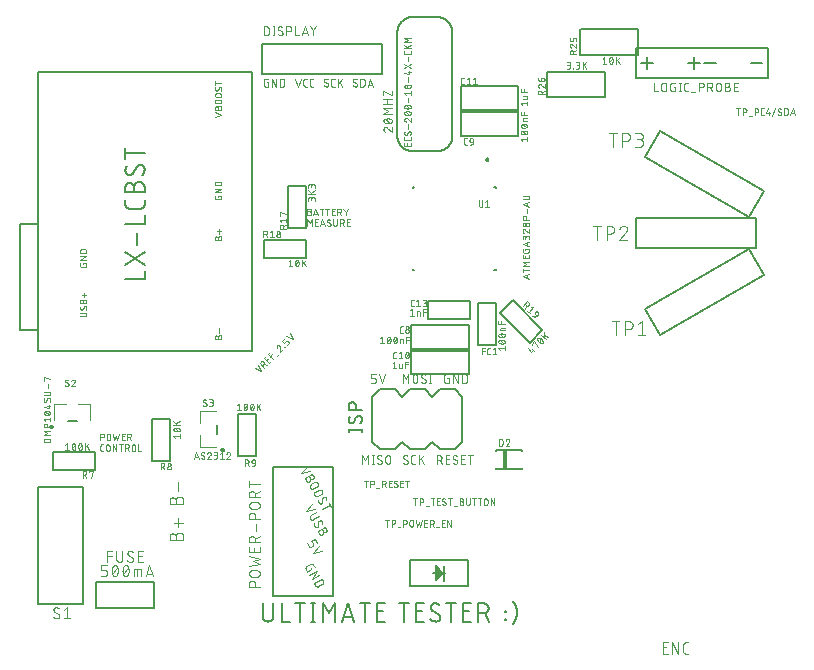
<source format=gbr>
G04 EAGLE Gerber RS-274X export*
G75*
%MOMM*%
%FSLAX34Y34*%
%LPD*%
%INSilkscreen Top*%
%IPPOS*%
%AMOC8*
5,1,8,0,0,1.08239X$1,22.5*%
G01*
%ADD10C,0.127000*%
%ADD11C,0.050800*%
%ADD12C,0.076200*%
%ADD13C,0.152400*%
%ADD14R,0.400000X1.600000*%
%ADD15C,0.101600*%
%ADD16C,0.120000*%
%ADD17C,0.200000*%

G36*
X337990Y49753D02*
X337990Y49753D01*
X337999Y49752D01*
X338110Y49776D01*
X338222Y49797D01*
X338230Y49802D01*
X338240Y49804D01*
X338337Y49862D01*
X338436Y49918D01*
X338444Y49926D01*
X338451Y49930D01*
X338467Y49949D01*
X338554Y50036D01*
X343634Y56386D01*
X343663Y56438D01*
X343701Y56484D01*
X343723Y56545D01*
X343755Y56601D01*
X343766Y56659D01*
X343787Y56714D01*
X343789Y56779D01*
X343801Y56842D01*
X343793Y56901D01*
X343795Y56960D01*
X343776Y57022D01*
X343768Y57086D01*
X343741Y57139D01*
X343724Y57196D01*
X343672Y57278D01*
X343658Y57306D01*
X343647Y57317D01*
X343634Y57338D01*
X338554Y63688D01*
X338470Y63764D01*
X338388Y63842D01*
X338379Y63846D01*
X338372Y63852D01*
X338267Y63898D01*
X338165Y63945D01*
X338155Y63946D01*
X338146Y63950D01*
X338033Y63960D01*
X337921Y63972D01*
X337911Y63970D01*
X337901Y63971D01*
X337791Y63944D01*
X337680Y63920D01*
X337672Y63915D01*
X337662Y63913D01*
X337567Y63852D01*
X337469Y63794D01*
X337463Y63786D01*
X337454Y63781D01*
X337383Y63693D01*
X337309Y63607D01*
X337305Y63598D01*
X337299Y63590D01*
X337260Y63484D01*
X337217Y63379D01*
X337216Y63367D01*
X337213Y63360D01*
X337212Y63335D01*
X337199Y63212D01*
X337199Y50512D01*
X337217Y50400D01*
X337233Y50288D01*
X337237Y50279D01*
X337239Y50269D01*
X337291Y50169D01*
X337342Y50068D01*
X337349Y50061D01*
X337354Y50052D01*
X337436Y49974D01*
X337516Y49894D01*
X337525Y49889D01*
X337532Y49883D01*
X337635Y49835D01*
X337736Y49784D01*
X337746Y49783D01*
X337755Y49779D01*
X337867Y49766D01*
X337980Y49751D01*
X337990Y49753D01*
G37*
D10*
X191135Y31369D02*
X191135Y20179D01*
X191137Y20049D01*
X191143Y19919D01*
X191153Y19789D01*
X191166Y19660D01*
X191184Y19531D01*
X191205Y19403D01*
X191231Y19276D01*
X191260Y19149D01*
X191293Y19023D01*
X191330Y18899D01*
X191370Y18775D01*
X191415Y18653D01*
X191463Y18532D01*
X191514Y18413D01*
X191569Y18295D01*
X191628Y18179D01*
X191690Y18065D01*
X191756Y17952D01*
X191825Y17842D01*
X191897Y17734D01*
X191972Y17628D01*
X192051Y17525D01*
X192133Y17424D01*
X192217Y17325D01*
X192305Y17229D01*
X192396Y17136D01*
X192489Y17045D01*
X192585Y16957D01*
X192684Y16873D01*
X192785Y16791D01*
X192888Y16712D01*
X192994Y16637D01*
X193102Y16565D01*
X193212Y16496D01*
X193325Y16430D01*
X193439Y16368D01*
X193555Y16309D01*
X193673Y16254D01*
X193792Y16203D01*
X193913Y16155D01*
X194035Y16110D01*
X194159Y16070D01*
X194283Y16033D01*
X194409Y16000D01*
X194536Y15971D01*
X194663Y15945D01*
X194791Y15924D01*
X194920Y15906D01*
X195049Y15893D01*
X195179Y15883D01*
X195309Y15877D01*
X195439Y15875D01*
X195569Y15877D01*
X195699Y15883D01*
X195829Y15893D01*
X195958Y15906D01*
X196087Y15924D01*
X196215Y15945D01*
X196342Y15971D01*
X196469Y16000D01*
X196595Y16033D01*
X196719Y16070D01*
X196843Y16110D01*
X196965Y16155D01*
X197086Y16203D01*
X197205Y16254D01*
X197323Y16309D01*
X197439Y16368D01*
X197553Y16430D01*
X197666Y16496D01*
X197776Y16565D01*
X197884Y16637D01*
X197990Y16712D01*
X198093Y16791D01*
X198194Y16873D01*
X198293Y16957D01*
X198389Y17045D01*
X198482Y17136D01*
X198573Y17229D01*
X198661Y17325D01*
X198745Y17424D01*
X198827Y17525D01*
X198906Y17628D01*
X198981Y17734D01*
X199053Y17842D01*
X199122Y17952D01*
X199188Y18065D01*
X199250Y18179D01*
X199309Y18295D01*
X199364Y18413D01*
X199415Y18532D01*
X199463Y18653D01*
X199508Y18775D01*
X199548Y18899D01*
X199585Y19023D01*
X199618Y19149D01*
X199647Y19276D01*
X199673Y19403D01*
X199694Y19531D01*
X199712Y19660D01*
X199725Y19789D01*
X199735Y19919D01*
X199741Y20049D01*
X199743Y20179D01*
X199743Y31369D01*
X207019Y31369D02*
X207019Y15875D01*
X213905Y15875D01*
X222693Y15875D02*
X222693Y31369D01*
X218389Y31369D02*
X226997Y31369D01*
X233594Y31369D02*
X233594Y15875D01*
X231873Y15875D02*
X235316Y15875D01*
X235316Y31369D02*
X231873Y31369D01*
X241809Y31369D02*
X241809Y15875D01*
X246974Y22761D02*
X241809Y31369D01*
X246974Y22761D02*
X252138Y31369D01*
X252138Y15875D01*
X258161Y15875D02*
X263326Y31369D01*
X268491Y15875D01*
X267199Y19749D02*
X259452Y19749D01*
X277201Y15875D02*
X277201Y31369D01*
X272897Y31369D02*
X281505Y31369D01*
X287294Y15875D02*
X294181Y15875D01*
X287294Y15875D02*
X287294Y31369D01*
X294181Y31369D01*
X292459Y24483D02*
X287294Y24483D01*
X310897Y31369D02*
X310897Y15875D01*
X306593Y31369D02*
X315200Y31369D01*
X320990Y15875D02*
X327876Y15875D01*
X320990Y15875D02*
X320990Y31369D01*
X327876Y31369D01*
X326155Y24483D02*
X320990Y24483D01*
X338020Y15875D02*
X338135Y15877D01*
X338250Y15883D01*
X338365Y15892D01*
X338479Y15906D01*
X338593Y15923D01*
X338706Y15944D01*
X338818Y15969D01*
X338930Y15997D01*
X339040Y16030D01*
X339149Y16066D01*
X339257Y16105D01*
X339364Y16148D01*
X339469Y16195D01*
X339573Y16245D01*
X339675Y16299D01*
X339775Y16356D01*
X339873Y16416D01*
X339969Y16479D01*
X340062Y16546D01*
X340154Y16616D01*
X340243Y16689D01*
X340330Y16765D01*
X340414Y16843D01*
X340495Y16924D01*
X340574Y17008D01*
X340649Y17095D01*
X340722Y17184D01*
X340792Y17276D01*
X340859Y17369D01*
X340922Y17465D01*
X340982Y17563D01*
X341039Y17663D01*
X341093Y17765D01*
X341143Y17869D01*
X341190Y17974D01*
X341233Y18081D01*
X341272Y18189D01*
X341308Y18298D01*
X341341Y18408D01*
X341369Y18520D01*
X341394Y18632D01*
X341415Y18745D01*
X341432Y18859D01*
X341446Y18973D01*
X341455Y19088D01*
X341461Y19203D01*
X341463Y19318D01*
X338020Y15875D02*
X337846Y15877D01*
X337672Y15883D01*
X337498Y15894D01*
X337325Y15908D01*
X337152Y15927D01*
X336980Y15950D01*
X336808Y15977D01*
X336636Y16008D01*
X336466Y16043D01*
X336296Y16082D01*
X336128Y16125D01*
X335960Y16173D01*
X335794Y16224D01*
X335629Y16279D01*
X335465Y16338D01*
X335303Y16401D01*
X335143Y16468D01*
X334984Y16539D01*
X334826Y16614D01*
X334671Y16692D01*
X334517Y16774D01*
X334366Y16860D01*
X334217Y16949D01*
X334069Y17042D01*
X333924Y17138D01*
X333782Y17238D01*
X333642Y17341D01*
X333504Y17447D01*
X333369Y17557D01*
X333236Y17670D01*
X333107Y17786D01*
X332980Y17905D01*
X332856Y18027D01*
X333286Y27926D02*
X333288Y28041D01*
X333294Y28156D01*
X333303Y28271D01*
X333317Y28385D01*
X333334Y28499D01*
X333355Y28612D01*
X333380Y28724D01*
X333408Y28836D01*
X333441Y28946D01*
X333477Y29055D01*
X333516Y29163D01*
X333559Y29270D01*
X333606Y29375D01*
X333656Y29479D01*
X333710Y29581D01*
X333767Y29681D01*
X333827Y29779D01*
X333890Y29875D01*
X333957Y29968D01*
X334027Y30060D01*
X334100Y30149D01*
X334175Y30236D01*
X334254Y30320D01*
X334335Y30401D01*
X334419Y30480D01*
X334506Y30555D01*
X334595Y30628D01*
X334687Y30698D01*
X334780Y30765D01*
X334876Y30828D01*
X334974Y30888D01*
X335074Y30945D01*
X335176Y30999D01*
X335280Y31049D01*
X335385Y31096D01*
X335492Y31139D01*
X335600Y31178D01*
X335709Y31214D01*
X335819Y31247D01*
X335931Y31275D01*
X336043Y31300D01*
X336156Y31321D01*
X336270Y31338D01*
X336384Y31352D01*
X336499Y31361D01*
X336614Y31367D01*
X336729Y31369D01*
X336889Y31367D01*
X337048Y31361D01*
X337208Y31351D01*
X337367Y31337D01*
X337526Y31320D01*
X337684Y31298D01*
X337842Y31272D01*
X337999Y31243D01*
X338155Y31209D01*
X338311Y31172D01*
X338465Y31131D01*
X338618Y31086D01*
X338771Y31038D01*
X338922Y30985D01*
X339071Y30929D01*
X339219Y30869D01*
X339366Y30806D01*
X339511Y30739D01*
X339654Y30668D01*
X339796Y30594D01*
X339936Y30516D01*
X340073Y30435D01*
X340209Y30351D01*
X340342Y30263D01*
X340474Y30172D01*
X340603Y30078D01*
X335008Y24913D02*
X334908Y24974D01*
X334810Y25039D01*
X334714Y25106D01*
X334621Y25177D01*
X334530Y25251D01*
X334442Y25328D01*
X334356Y25408D01*
X334273Y25491D01*
X334193Y25576D01*
X334116Y25664D01*
X334042Y25755D01*
X333971Y25848D01*
X333902Y25943D01*
X333838Y26041D01*
X333776Y26140D01*
X333718Y26242D01*
X333663Y26346D01*
X333612Y26451D01*
X333565Y26558D01*
X333521Y26667D01*
X333480Y26777D01*
X333444Y26888D01*
X333411Y27000D01*
X333382Y27114D01*
X333356Y27228D01*
X333335Y27343D01*
X333317Y27459D01*
X333304Y27575D01*
X333294Y27692D01*
X333288Y27809D01*
X333286Y27926D01*
X339741Y22331D02*
X339841Y22270D01*
X339939Y22205D01*
X340035Y22138D01*
X340128Y22067D01*
X340219Y21993D01*
X340307Y21916D01*
X340393Y21836D01*
X340476Y21753D01*
X340556Y21668D01*
X340633Y21580D01*
X340707Y21489D01*
X340778Y21396D01*
X340847Y21301D01*
X340911Y21203D01*
X340973Y21104D01*
X341031Y21002D01*
X341086Y20898D01*
X341137Y20793D01*
X341184Y20686D01*
X341228Y20577D01*
X341269Y20467D01*
X341305Y20356D01*
X341338Y20244D01*
X341367Y20130D01*
X341393Y20016D01*
X341414Y19901D01*
X341432Y19785D01*
X341445Y19669D01*
X341455Y19552D01*
X341461Y19435D01*
X341463Y19318D01*
X339742Y22331D02*
X335007Y24913D01*
X350539Y31369D02*
X350539Y15875D01*
X346235Y31369D02*
X354843Y31369D01*
X360632Y15875D02*
X367518Y15875D01*
X360632Y15875D02*
X360632Y31369D01*
X367518Y31369D01*
X365797Y24483D02*
X360632Y24483D01*
X373574Y31369D02*
X373574Y15875D01*
X373574Y31369D02*
X377878Y31369D01*
X378008Y31367D01*
X378138Y31361D01*
X378268Y31351D01*
X378397Y31338D01*
X378526Y31320D01*
X378654Y31299D01*
X378781Y31273D01*
X378908Y31244D01*
X379034Y31211D01*
X379158Y31174D01*
X379282Y31134D01*
X379404Y31089D01*
X379525Y31041D01*
X379644Y30990D01*
X379762Y30935D01*
X379878Y30876D01*
X379992Y30814D01*
X380105Y30748D01*
X380215Y30679D01*
X380323Y30607D01*
X380429Y30532D01*
X380532Y30453D01*
X380633Y30371D01*
X380732Y30287D01*
X380828Y30199D01*
X380921Y30108D01*
X381012Y30015D01*
X381100Y29919D01*
X381184Y29820D01*
X381266Y29719D01*
X381345Y29616D01*
X381420Y29510D01*
X381492Y29402D01*
X381561Y29292D01*
X381627Y29179D01*
X381689Y29065D01*
X381748Y28949D01*
X381803Y28831D01*
X381854Y28712D01*
X381902Y28591D01*
X381947Y28469D01*
X381987Y28345D01*
X382024Y28221D01*
X382057Y28095D01*
X382086Y27968D01*
X382112Y27841D01*
X382133Y27713D01*
X382151Y27584D01*
X382164Y27455D01*
X382174Y27325D01*
X382180Y27195D01*
X382182Y27065D01*
X382180Y26935D01*
X382174Y26805D01*
X382164Y26675D01*
X382151Y26546D01*
X382133Y26417D01*
X382112Y26289D01*
X382086Y26162D01*
X382057Y26035D01*
X382024Y25909D01*
X381987Y25785D01*
X381947Y25661D01*
X381902Y25539D01*
X381854Y25418D01*
X381803Y25299D01*
X381748Y25181D01*
X381689Y25065D01*
X381627Y24951D01*
X381561Y24838D01*
X381492Y24728D01*
X381420Y24620D01*
X381345Y24514D01*
X381266Y24411D01*
X381184Y24310D01*
X381100Y24211D01*
X381012Y24115D01*
X380921Y24022D01*
X380828Y23931D01*
X380732Y23843D01*
X380633Y23759D01*
X380532Y23677D01*
X380429Y23598D01*
X380323Y23523D01*
X380215Y23451D01*
X380105Y23382D01*
X379992Y23316D01*
X379878Y23254D01*
X379762Y23195D01*
X379644Y23140D01*
X379525Y23089D01*
X379404Y23041D01*
X379282Y22996D01*
X379158Y22956D01*
X379034Y22919D01*
X378908Y22886D01*
X378781Y22857D01*
X378654Y22831D01*
X378526Y22810D01*
X378397Y22792D01*
X378268Y22779D01*
X378138Y22769D01*
X378008Y22763D01*
X377878Y22761D01*
X373574Y22761D01*
X378739Y22761D02*
X382182Y15875D01*
X396192Y17166D02*
X396192Y18027D01*
X397053Y18027D01*
X397053Y17166D01*
X396192Y17166D01*
X396192Y24052D02*
X396192Y24913D01*
X397053Y24913D01*
X397053Y24052D01*
X396192Y24052D01*
X406238Y23622D02*
X406234Y23267D01*
X406221Y22913D01*
X406200Y22559D01*
X406170Y22206D01*
X406132Y21853D01*
X406085Y21502D01*
X406030Y21152D01*
X405966Y20803D01*
X405894Y20456D01*
X405814Y20110D01*
X405725Y19767D01*
X405628Y19426D01*
X405523Y19087D01*
X405410Y18751D01*
X405289Y18418D01*
X405160Y18088D01*
X405023Y17761D01*
X404878Y17437D01*
X404725Y17117D01*
X404565Y16801D01*
X404397Y16489D01*
X404222Y16181D01*
X404039Y15877D01*
X403849Y15577D01*
X403652Y15282D01*
X403448Y14993D01*
X403237Y14708D01*
X403019Y14428D01*
X402795Y14153D01*
X406238Y23622D02*
X406234Y23977D01*
X406221Y24331D01*
X406200Y24685D01*
X406170Y25038D01*
X406132Y25391D01*
X406085Y25742D01*
X406030Y26092D01*
X405966Y26441D01*
X405894Y26788D01*
X405814Y27134D01*
X405725Y27477D01*
X405628Y27818D01*
X405523Y28157D01*
X405410Y28493D01*
X405289Y28826D01*
X405160Y29156D01*
X405023Y29483D01*
X404878Y29807D01*
X404725Y30127D01*
X404565Y30443D01*
X404397Y30755D01*
X404222Y31064D01*
X404039Y31367D01*
X403849Y31667D01*
X403652Y31962D01*
X403448Y32251D01*
X403237Y32536D01*
X403019Y32816D01*
X402795Y33091D01*
D11*
X230406Y363022D02*
X228854Y363022D01*
X230406Y363022D02*
X230483Y363020D01*
X230561Y363014D01*
X230637Y363005D01*
X230714Y362991D01*
X230789Y362974D01*
X230863Y362953D01*
X230937Y362928D01*
X231009Y362900D01*
X231079Y362868D01*
X231148Y362833D01*
X231215Y362794D01*
X231280Y362752D01*
X231343Y362707D01*
X231404Y362659D01*
X231462Y362608D01*
X231517Y362554D01*
X231570Y362497D01*
X231619Y362438D01*
X231666Y362376D01*
X231710Y362312D01*
X231750Y362246D01*
X231787Y362178D01*
X231821Y362108D01*
X231851Y362037D01*
X231877Y361964D01*
X231900Y361890D01*
X231919Y361815D01*
X231934Y361740D01*
X231946Y361663D01*
X231954Y361586D01*
X231958Y361509D01*
X231958Y361431D01*
X231954Y361354D01*
X231946Y361277D01*
X231934Y361200D01*
X231919Y361125D01*
X231900Y361050D01*
X231877Y360976D01*
X231851Y360903D01*
X231821Y360832D01*
X231787Y360762D01*
X231750Y360694D01*
X231710Y360628D01*
X231666Y360564D01*
X231619Y360502D01*
X231570Y360443D01*
X231517Y360386D01*
X231462Y360332D01*
X231404Y360281D01*
X231343Y360233D01*
X231280Y360188D01*
X231215Y360146D01*
X231148Y360107D01*
X231079Y360072D01*
X231009Y360040D01*
X230937Y360012D01*
X230863Y359987D01*
X230789Y359966D01*
X230714Y359949D01*
X230637Y359935D01*
X230561Y359926D01*
X230483Y359920D01*
X230406Y359918D01*
X228854Y359918D01*
X228854Y365506D01*
X230406Y365506D01*
X230476Y365504D01*
X230545Y365498D01*
X230614Y365488D01*
X230682Y365475D01*
X230750Y365457D01*
X230816Y365436D01*
X230881Y365411D01*
X230945Y365383D01*
X231007Y365351D01*
X231067Y365316D01*
X231125Y365277D01*
X231180Y365235D01*
X231234Y365190D01*
X231284Y365142D01*
X231332Y365092D01*
X231377Y365038D01*
X231419Y364983D01*
X231458Y364925D01*
X231493Y364865D01*
X231525Y364803D01*
X231553Y364739D01*
X231578Y364674D01*
X231599Y364608D01*
X231617Y364540D01*
X231630Y364472D01*
X231640Y364403D01*
X231646Y364334D01*
X231648Y364264D01*
X231646Y364194D01*
X231640Y364125D01*
X231630Y364056D01*
X231617Y363988D01*
X231599Y363920D01*
X231578Y363854D01*
X231553Y363789D01*
X231525Y363725D01*
X231493Y363663D01*
X231458Y363603D01*
X231419Y363545D01*
X231377Y363490D01*
X231332Y363436D01*
X231284Y363386D01*
X231234Y363338D01*
X231180Y363293D01*
X231125Y363251D01*
X231067Y363212D01*
X231007Y363177D01*
X230945Y363145D01*
X230881Y363117D01*
X230816Y363092D01*
X230750Y363071D01*
X230682Y363053D01*
X230614Y363040D01*
X230545Y363030D01*
X230476Y363024D01*
X230406Y363022D01*
X233764Y359918D02*
X235627Y365506D01*
X237489Y359918D01*
X237024Y361315D02*
X234230Y361315D01*
X240747Y359918D02*
X240747Y365506D01*
X239195Y365506D02*
X242300Y365506D01*
X245502Y365506D02*
X245502Y359918D01*
X243950Y365506D02*
X247054Y365506D01*
X249265Y359918D02*
X251748Y359918D01*
X249265Y359918D02*
X249265Y365506D01*
X251748Y365506D01*
X251127Y363022D02*
X249265Y363022D01*
X254044Y365506D02*
X254044Y359918D01*
X254044Y365506D02*
X255597Y365506D01*
X255674Y365504D01*
X255752Y365498D01*
X255828Y365489D01*
X255905Y365475D01*
X255980Y365458D01*
X256054Y365437D01*
X256128Y365412D01*
X256200Y365384D01*
X256270Y365352D01*
X256339Y365317D01*
X256406Y365278D01*
X256471Y365236D01*
X256534Y365191D01*
X256595Y365143D01*
X256653Y365092D01*
X256708Y365038D01*
X256761Y364981D01*
X256810Y364922D01*
X256857Y364860D01*
X256901Y364796D01*
X256941Y364730D01*
X256978Y364662D01*
X257012Y364592D01*
X257042Y364521D01*
X257068Y364448D01*
X257091Y364374D01*
X257110Y364299D01*
X257125Y364224D01*
X257137Y364147D01*
X257145Y364070D01*
X257149Y363993D01*
X257149Y363915D01*
X257145Y363838D01*
X257137Y363761D01*
X257125Y363684D01*
X257110Y363609D01*
X257091Y363534D01*
X257068Y363460D01*
X257042Y363387D01*
X257012Y363316D01*
X256978Y363246D01*
X256941Y363178D01*
X256901Y363112D01*
X256857Y363048D01*
X256810Y362986D01*
X256761Y362927D01*
X256708Y362870D01*
X256653Y362816D01*
X256595Y362765D01*
X256534Y362717D01*
X256471Y362672D01*
X256406Y362630D01*
X256339Y362591D01*
X256270Y362556D01*
X256200Y362524D01*
X256128Y362496D01*
X256054Y362471D01*
X255980Y362450D01*
X255905Y362433D01*
X255828Y362419D01*
X255752Y362410D01*
X255674Y362404D01*
X255597Y362402D01*
X254044Y362402D01*
X255907Y362402D02*
X257149Y359918D01*
X261047Y362867D02*
X259184Y365506D01*
X261047Y362867D02*
X262910Y365506D01*
X261047Y362867D02*
X261047Y359918D01*
X228854Y356362D02*
X228854Y350774D01*
X230717Y353258D02*
X228854Y356362D01*
X230717Y353258D02*
X232579Y356362D01*
X232579Y350774D01*
X235393Y350774D02*
X237877Y350774D01*
X235393Y350774D02*
X235393Y356362D01*
X237877Y356362D01*
X237256Y353878D02*
X235393Y353878D01*
X239644Y350774D02*
X241507Y356362D01*
X243369Y350774D01*
X242904Y352171D02*
X240110Y352171D01*
X247120Y350774D02*
X247190Y350776D01*
X247259Y350782D01*
X247328Y350792D01*
X247396Y350805D01*
X247464Y350823D01*
X247530Y350844D01*
X247595Y350869D01*
X247659Y350897D01*
X247721Y350929D01*
X247781Y350964D01*
X247839Y351003D01*
X247894Y351045D01*
X247948Y351090D01*
X247998Y351138D01*
X248046Y351188D01*
X248091Y351242D01*
X248133Y351297D01*
X248172Y351355D01*
X248207Y351415D01*
X248239Y351477D01*
X248267Y351541D01*
X248292Y351606D01*
X248313Y351672D01*
X248331Y351740D01*
X248344Y351808D01*
X248354Y351877D01*
X248360Y351946D01*
X248362Y352016D01*
X247120Y350774D02*
X247021Y350776D01*
X246923Y350781D01*
X246825Y350791D01*
X246727Y350804D01*
X246630Y350820D01*
X246533Y350840D01*
X246438Y350864D01*
X246343Y350892D01*
X246249Y350923D01*
X246157Y350957D01*
X246066Y350995D01*
X245976Y351036D01*
X245888Y351081D01*
X245802Y351129D01*
X245718Y351180D01*
X245636Y351234D01*
X245555Y351292D01*
X245477Y351352D01*
X245402Y351415D01*
X245328Y351481D01*
X245258Y351550D01*
X245413Y355120D02*
X245415Y355190D01*
X245421Y355259D01*
X245431Y355328D01*
X245444Y355396D01*
X245462Y355464D01*
X245483Y355530D01*
X245508Y355595D01*
X245536Y355659D01*
X245568Y355721D01*
X245603Y355781D01*
X245642Y355839D01*
X245684Y355894D01*
X245729Y355948D01*
X245777Y355998D01*
X245827Y356046D01*
X245881Y356091D01*
X245936Y356133D01*
X245994Y356172D01*
X246054Y356207D01*
X246116Y356239D01*
X246180Y356267D01*
X246245Y356292D01*
X246311Y356313D01*
X246379Y356331D01*
X246447Y356344D01*
X246516Y356354D01*
X246585Y356360D01*
X246655Y356362D01*
X246749Y356360D01*
X246842Y356354D01*
X246935Y356345D01*
X247028Y356332D01*
X247120Y356315D01*
X247211Y356295D01*
X247302Y356270D01*
X247391Y356243D01*
X247479Y356211D01*
X247566Y356176D01*
X247652Y356138D01*
X247735Y356096D01*
X247817Y356051D01*
X247898Y356003D01*
X247976Y355951D01*
X248052Y355896D01*
X246034Y354034D02*
X245975Y354070D01*
X245919Y354110D01*
X245865Y354153D01*
X245813Y354198D01*
X245764Y354247D01*
X245718Y354298D01*
X245675Y354351D01*
X245634Y354407D01*
X245597Y354465D01*
X245562Y354525D01*
X245532Y354586D01*
X245504Y354649D01*
X245480Y354714D01*
X245460Y354780D01*
X245443Y354847D01*
X245430Y354914D01*
X245421Y354982D01*
X245415Y355051D01*
X245413Y355120D01*
X247741Y353102D02*
X247800Y353066D01*
X247856Y353026D01*
X247910Y352983D01*
X247962Y352938D01*
X248011Y352889D01*
X248057Y352838D01*
X248100Y352785D01*
X248141Y352729D01*
X248178Y352671D01*
X248213Y352611D01*
X248243Y352550D01*
X248271Y352487D01*
X248295Y352422D01*
X248315Y352356D01*
X248332Y352289D01*
X248345Y352222D01*
X248354Y352154D01*
X248360Y352085D01*
X248362Y352016D01*
X247741Y353102D02*
X246034Y354034D01*
X250744Y352326D02*
X250744Y356362D01*
X250744Y352326D02*
X250746Y352249D01*
X250752Y352171D01*
X250761Y352095D01*
X250775Y352018D01*
X250792Y351943D01*
X250813Y351869D01*
X250838Y351795D01*
X250866Y351723D01*
X250898Y351653D01*
X250933Y351584D01*
X250972Y351517D01*
X251014Y351452D01*
X251059Y351389D01*
X251107Y351328D01*
X251158Y351270D01*
X251212Y351215D01*
X251269Y351162D01*
X251328Y351113D01*
X251390Y351066D01*
X251454Y351022D01*
X251520Y350982D01*
X251588Y350945D01*
X251658Y350911D01*
X251729Y350881D01*
X251802Y350855D01*
X251876Y350832D01*
X251951Y350813D01*
X252026Y350798D01*
X252103Y350786D01*
X252180Y350778D01*
X252257Y350774D01*
X252335Y350774D01*
X252412Y350778D01*
X252489Y350786D01*
X252566Y350798D01*
X252641Y350813D01*
X252716Y350832D01*
X252790Y350855D01*
X252863Y350881D01*
X252934Y350911D01*
X253004Y350945D01*
X253072Y350982D01*
X253138Y351022D01*
X253202Y351066D01*
X253264Y351113D01*
X253323Y351162D01*
X253380Y351215D01*
X253434Y351270D01*
X253485Y351328D01*
X253533Y351389D01*
X253578Y351452D01*
X253620Y351517D01*
X253659Y351584D01*
X253694Y351653D01*
X253726Y351723D01*
X253754Y351795D01*
X253779Y351869D01*
X253800Y351943D01*
X253817Y352018D01*
X253831Y352095D01*
X253840Y352171D01*
X253846Y352249D01*
X253848Y352326D01*
X253849Y352326D02*
X253849Y356362D01*
X256632Y356362D02*
X256632Y350774D01*
X256632Y356362D02*
X258185Y356362D01*
X258262Y356360D01*
X258340Y356354D01*
X258416Y356345D01*
X258493Y356331D01*
X258568Y356314D01*
X258642Y356293D01*
X258716Y356268D01*
X258788Y356240D01*
X258858Y356208D01*
X258927Y356173D01*
X258994Y356134D01*
X259059Y356092D01*
X259122Y356047D01*
X259183Y355999D01*
X259241Y355948D01*
X259296Y355894D01*
X259349Y355837D01*
X259398Y355778D01*
X259445Y355716D01*
X259489Y355652D01*
X259529Y355586D01*
X259566Y355518D01*
X259600Y355448D01*
X259630Y355377D01*
X259656Y355304D01*
X259679Y355230D01*
X259698Y355155D01*
X259713Y355080D01*
X259725Y355003D01*
X259733Y354926D01*
X259737Y354849D01*
X259737Y354771D01*
X259733Y354694D01*
X259725Y354617D01*
X259713Y354540D01*
X259698Y354465D01*
X259679Y354390D01*
X259656Y354316D01*
X259630Y354243D01*
X259600Y354172D01*
X259566Y354102D01*
X259529Y354034D01*
X259489Y353968D01*
X259445Y353904D01*
X259398Y353842D01*
X259349Y353783D01*
X259296Y353726D01*
X259241Y353672D01*
X259183Y353621D01*
X259122Y353573D01*
X259059Y353528D01*
X258994Y353486D01*
X258927Y353447D01*
X258858Y353412D01*
X258788Y353380D01*
X258716Y353352D01*
X258642Y353327D01*
X258568Y353306D01*
X258493Y353289D01*
X258416Y353275D01*
X258340Y353266D01*
X258262Y353260D01*
X258185Y353258D01*
X256632Y353258D01*
X258495Y353258D02*
X259737Y350774D01*
X262277Y350774D02*
X264760Y350774D01*
X262277Y350774D02*
X262277Y356362D01*
X264760Y356362D01*
X264139Y353878D02*
X262277Y353878D01*
X189277Y227736D02*
X184009Y230371D01*
X186643Y233005D02*
X189277Y227736D01*
X192214Y230673D02*
X188262Y234624D01*
X189360Y235722D01*
X189361Y235721D02*
X189418Y235776D01*
X189477Y235827D01*
X189539Y235875D01*
X189604Y235920D01*
X189671Y235961D01*
X189739Y236000D01*
X189810Y236034D01*
X189882Y236065D01*
X189956Y236093D01*
X190031Y236116D01*
X190107Y236136D01*
X190184Y236152D01*
X190262Y236164D01*
X190340Y236172D01*
X190419Y236176D01*
X190497Y236176D01*
X190576Y236172D01*
X190654Y236164D01*
X190732Y236152D01*
X190809Y236136D01*
X190885Y236116D01*
X190960Y236093D01*
X191034Y236065D01*
X191106Y236034D01*
X191177Y236000D01*
X191245Y235961D01*
X191312Y235920D01*
X191377Y235875D01*
X191439Y235827D01*
X191498Y235776D01*
X191555Y235721D01*
X191610Y235664D01*
X191661Y235605D01*
X191709Y235543D01*
X191754Y235478D01*
X191795Y235411D01*
X191834Y235343D01*
X191868Y235272D01*
X191899Y235200D01*
X191927Y235126D01*
X191950Y235051D01*
X191970Y234975D01*
X191986Y234898D01*
X191998Y234820D01*
X192006Y234742D01*
X192010Y234663D01*
X192010Y234585D01*
X192006Y234506D01*
X191998Y234428D01*
X191986Y234350D01*
X191970Y234273D01*
X191950Y234197D01*
X191927Y234122D01*
X191899Y234048D01*
X191868Y233976D01*
X191834Y233905D01*
X191795Y233837D01*
X191754Y233770D01*
X191709Y233705D01*
X191661Y233643D01*
X191610Y233584D01*
X191555Y233527D01*
X190458Y232429D01*
X191775Y233746D02*
X194409Y232868D01*
X196205Y234664D02*
X197961Y236420D01*
X196205Y234664D02*
X192253Y238615D01*
X194010Y240371D01*
X195327Y238176D02*
X194010Y236859D01*
X195616Y241977D02*
X199567Y238026D01*
X195616Y241977D02*
X197372Y243734D01*
X199128Y241977D02*
X197372Y240221D01*
X203062Y240644D02*
X204819Y242400D01*
X205127Y249513D02*
X205074Y249563D01*
X205018Y249611D01*
X204960Y249655D01*
X204900Y249697D01*
X204837Y249735D01*
X204773Y249770D01*
X204707Y249801D01*
X204640Y249829D01*
X204571Y249854D01*
X204501Y249874D01*
X204429Y249891D01*
X204358Y249905D01*
X204285Y249914D01*
X204212Y249920D01*
X204139Y249922D01*
X204066Y249920D01*
X203993Y249914D01*
X203920Y249905D01*
X203849Y249891D01*
X203777Y249874D01*
X203707Y249854D01*
X203638Y249829D01*
X203571Y249801D01*
X203505Y249770D01*
X203441Y249735D01*
X203378Y249697D01*
X203318Y249655D01*
X203260Y249611D01*
X203204Y249563D01*
X203151Y249513D01*
X203093Y249453D01*
X203038Y249390D01*
X202986Y249324D01*
X202938Y249256D01*
X202892Y249186D01*
X202850Y249114D01*
X202811Y249040D01*
X202776Y248964D01*
X202744Y248887D01*
X202716Y248808D01*
X202691Y248728D01*
X202671Y248647D01*
X202654Y248565D01*
X202641Y248483D01*
X202632Y248399D01*
X202626Y248316D01*
X202625Y248232D01*
X202628Y248149D01*
X202634Y248065D01*
X202644Y247983D01*
X202658Y247900D01*
X202676Y247818D01*
X202698Y247738D01*
X202723Y247658D01*
X202752Y247580D01*
X202785Y247503D01*
X202821Y247427D01*
X205567Y248416D02*
X205566Y248491D01*
X205563Y248567D01*
X205555Y248643D01*
X205543Y248718D01*
X205528Y248792D01*
X205509Y248866D01*
X205486Y248938D01*
X205460Y249009D01*
X205430Y249079D01*
X205396Y249147D01*
X205359Y249214D01*
X205319Y249278D01*
X205276Y249341D01*
X205229Y249401D01*
X205180Y249458D01*
X205127Y249513D01*
X205566Y248416D02*
X205895Y244355D01*
X208091Y246550D01*
X209599Y248058D02*
X209379Y248278D01*
X209599Y248497D01*
X209818Y248278D01*
X209599Y248058D01*
X211327Y249786D02*
X212644Y251103D01*
X212692Y251153D01*
X212737Y251207D01*
X212779Y251262D01*
X212818Y251320D01*
X212853Y251380D01*
X212885Y251442D01*
X212913Y251506D01*
X212938Y251571D01*
X212959Y251637D01*
X212977Y251705D01*
X212990Y251773D01*
X213000Y251842D01*
X213006Y251911D01*
X213008Y251981D01*
X213006Y252051D01*
X213000Y252120D01*
X212990Y252189D01*
X212977Y252257D01*
X212959Y252325D01*
X212938Y252391D01*
X212913Y252456D01*
X212885Y252520D01*
X212853Y252582D01*
X212818Y252642D01*
X212779Y252700D01*
X212737Y252755D01*
X212692Y252809D01*
X212644Y252859D01*
X212205Y253298D01*
X212155Y253346D01*
X212101Y253391D01*
X212046Y253433D01*
X211988Y253472D01*
X211928Y253507D01*
X211866Y253539D01*
X211802Y253567D01*
X211737Y253592D01*
X211671Y253613D01*
X211603Y253631D01*
X211535Y253644D01*
X211466Y253654D01*
X211397Y253660D01*
X211327Y253662D01*
X211257Y253660D01*
X211188Y253654D01*
X211119Y253644D01*
X211051Y253631D01*
X210983Y253613D01*
X210917Y253592D01*
X210852Y253567D01*
X210788Y253539D01*
X210726Y253507D01*
X210666Y253472D01*
X210608Y253433D01*
X210553Y253391D01*
X210499Y253346D01*
X210449Y253298D01*
X210448Y253298D02*
X209131Y251981D01*
X207375Y253737D01*
X209570Y255932D01*
X211035Y257397D02*
X216304Y254763D01*
X213669Y260031D01*
X53594Y175006D02*
X53594Y169418D01*
X53594Y175006D02*
X55146Y175006D01*
X55223Y175004D01*
X55301Y174998D01*
X55377Y174989D01*
X55454Y174975D01*
X55529Y174958D01*
X55603Y174937D01*
X55677Y174912D01*
X55749Y174884D01*
X55819Y174852D01*
X55888Y174817D01*
X55955Y174778D01*
X56020Y174736D01*
X56083Y174691D01*
X56144Y174643D01*
X56202Y174592D01*
X56257Y174538D01*
X56310Y174481D01*
X56359Y174422D01*
X56406Y174360D01*
X56450Y174296D01*
X56490Y174230D01*
X56527Y174162D01*
X56561Y174092D01*
X56591Y174021D01*
X56617Y173948D01*
X56640Y173874D01*
X56659Y173799D01*
X56674Y173724D01*
X56686Y173647D01*
X56694Y173570D01*
X56698Y173493D01*
X56698Y173415D01*
X56694Y173338D01*
X56686Y173261D01*
X56674Y173184D01*
X56659Y173109D01*
X56640Y173034D01*
X56617Y172960D01*
X56591Y172887D01*
X56561Y172816D01*
X56527Y172746D01*
X56490Y172678D01*
X56450Y172612D01*
X56406Y172548D01*
X56359Y172486D01*
X56310Y172427D01*
X56257Y172370D01*
X56202Y172316D01*
X56144Y172265D01*
X56083Y172217D01*
X56020Y172172D01*
X55955Y172130D01*
X55888Y172091D01*
X55819Y172056D01*
X55749Y172024D01*
X55677Y171996D01*
X55603Y171971D01*
X55529Y171950D01*
X55454Y171933D01*
X55377Y171919D01*
X55301Y171910D01*
X55223Y171904D01*
X55146Y171902D01*
X53594Y171902D01*
X58815Y170970D02*
X58815Y173454D01*
X58817Y173531D01*
X58823Y173609D01*
X58832Y173685D01*
X58846Y173762D01*
X58863Y173837D01*
X58884Y173911D01*
X58909Y173985D01*
X58937Y174057D01*
X58969Y174127D01*
X59004Y174196D01*
X59043Y174263D01*
X59085Y174328D01*
X59130Y174391D01*
X59178Y174452D01*
X59229Y174510D01*
X59283Y174565D01*
X59340Y174618D01*
X59399Y174667D01*
X59461Y174714D01*
X59525Y174758D01*
X59591Y174798D01*
X59659Y174835D01*
X59729Y174869D01*
X59800Y174899D01*
X59873Y174925D01*
X59947Y174948D01*
X60022Y174967D01*
X60097Y174982D01*
X60174Y174994D01*
X60251Y175002D01*
X60328Y175006D01*
X60406Y175006D01*
X60483Y175002D01*
X60560Y174994D01*
X60637Y174982D01*
X60712Y174967D01*
X60787Y174948D01*
X60861Y174925D01*
X60934Y174899D01*
X61005Y174869D01*
X61075Y174835D01*
X61143Y174798D01*
X61209Y174758D01*
X61273Y174714D01*
X61335Y174667D01*
X61394Y174618D01*
X61451Y174565D01*
X61505Y174510D01*
X61556Y174452D01*
X61604Y174391D01*
X61649Y174328D01*
X61691Y174263D01*
X61730Y174196D01*
X61765Y174127D01*
X61797Y174057D01*
X61825Y173985D01*
X61850Y173911D01*
X61871Y173837D01*
X61888Y173762D01*
X61902Y173685D01*
X61911Y173609D01*
X61917Y173531D01*
X61919Y173454D01*
X61919Y170970D01*
X61917Y170893D01*
X61911Y170815D01*
X61902Y170739D01*
X61888Y170662D01*
X61871Y170587D01*
X61850Y170513D01*
X61825Y170439D01*
X61797Y170367D01*
X61765Y170297D01*
X61730Y170228D01*
X61691Y170161D01*
X61649Y170096D01*
X61604Y170033D01*
X61556Y169972D01*
X61505Y169914D01*
X61451Y169859D01*
X61394Y169806D01*
X61335Y169757D01*
X61273Y169710D01*
X61209Y169666D01*
X61143Y169626D01*
X61075Y169589D01*
X61005Y169555D01*
X60934Y169525D01*
X60861Y169499D01*
X60787Y169476D01*
X60712Y169457D01*
X60637Y169442D01*
X60560Y169430D01*
X60483Y169422D01*
X60406Y169418D01*
X60328Y169418D01*
X60251Y169422D01*
X60174Y169430D01*
X60097Y169442D01*
X60022Y169457D01*
X59947Y169476D01*
X59873Y169499D01*
X59800Y169525D01*
X59729Y169555D01*
X59659Y169589D01*
X59591Y169626D01*
X59525Y169666D01*
X59461Y169710D01*
X59399Y169757D01*
X59340Y169806D01*
X59283Y169859D01*
X59229Y169914D01*
X59178Y169972D01*
X59130Y170033D01*
X59085Y170096D01*
X59043Y170161D01*
X59004Y170228D01*
X58969Y170297D01*
X58937Y170367D01*
X58909Y170439D01*
X58884Y170513D01*
X58863Y170587D01*
X58846Y170662D01*
X58832Y170739D01*
X58823Y170815D01*
X58817Y170893D01*
X58815Y170970D01*
X64101Y175006D02*
X65343Y169418D01*
X66585Y173143D01*
X67826Y169418D01*
X69068Y175006D01*
X71444Y169418D02*
X73928Y169418D01*
X71444Y169418D02*
X71444Y175006D01*
X73928Y175006D01*
X73307Y172522D02*
X71444Y172522D01*
X76224Y175006D02*
X76224Y169418D01*
X76224Y175006D02*
X77776Y175006D01*
X77853Y175004D01*
X77931Y174998D01*
X78007Y174989D01*
X78084Y174975D01*
X78159Y174958D01*
X78233Y174937D01*
X78307Y174912D01*
X78379Y174884D01*
X78449Y174852D01*
X78518Y174817D01*
X78585Y174778D01*
X78650Y174736D01*
X78713Y174691D01*
X78774Y174643D01*
X78832Y174592D01*
X78887Y174538D01*
X78940Y174481D01*
X78989Y174422D01*
X79036Y174360D01*
X79080Y174296D01*
X79120Y174230D01*
X79157Y174162D01*
X79191Y174092D01*
X79221Y174021D01*
X79247Y173948D01*
X79270Y173874D01*
X79289Y173799D01*
X79304Y173724D01*
X79316Y173647D01*
X79324Y173570D01*
X79328Y173493D01*
X79328Y173415D01*
X79324Y173338D01*
X79316Y173261D01*
X79304Y173184D01*
X79289Y173109D01*
X79270Y173034D01*
X79247Y172960D01*
X79221Y172887D01*
X79191Y172816D01*
X79157Y172746D01*
X79120Y172678D01*
X79080Y172612D01*
X79036Y172548D01*
X78989Y172486D01*
X78940Y172427D01*
X78887Y172370D01*
X78832Y172316D01*
X78774Y172265D01*
X78713Y172217D01*
X78650Y172172D01*
X78585Y172130D01*
X78518Y172091D01*
X78449Y172056D01*
X78379Y172024D01*
X78307Y171996D01*
X78233Y171971D01*
X78159Y171950D01*
X78084Y171933D01*
X78007Y171919D01*
X77931Y171910D01*
X77853Y171904D01*
X77776Y171902D01*
X76224Y171902D01*
X78087Y171902D02*
X79329Y169418D01*
X56078Y160274D02*
X54836Y160274D01*
X54766Y160276D01*
X54697Y160282D01*
X54628Y160292D01*
X54560Y160305D01*
X54492Y160323D01*
X54426Y160344D01*
X54361Y160369D01*
X54297Y160397D01*
X54235Y160429D01*
X54175Y160464D01*
X54117Y160503D01*
X54062Y160545D01*
X54008Y160590D01*
X53958Y160638D01*
X53910Y160688D01*
X53865Y160742D01*
X53823Y160797D01*
X53784Y160855D01*
X53749Y160915D01*
X53717Y160977D01*
X53689Y161041D01*
X53664Y161106D01*
X53643Y161172D01*
X53625Y161240D01*
X53612Y161308D01*
X53602Y161377D01*
X53596Y161446D01*
X53594Y161516D01*
X53594Y164620D01*
X53596Y164690D01*
X53602Y164759D01*
X53612Y164828D01*
X53625Y164896D01*
X53643Y164964D01*
X53664Y165030D01*
X53689Y165095D01*
X53717Y165159D01*
X53749Y165221D01*
X53784Y165281D01*
X53823Y165339D01*
X53865Y165394D01*
X53910Y165448D01*
X53958Y165498D01*
X54008Y165546D01*
X54062Y165591D01*
X54117Y165633D01*
X54175Y165672D01*
X54235Y165707D01*
X54297Y165739D01*
X54361Y165767D01*
X54426Y165792D01*
X54492Y165813D01*
X54560Y165831D01*
X54628Y165844D01*
X54697Y165854D01*
X54766Y165860D01*
X54836Y165862D01*
X56078Y165862D01*
X58182Y164310D02*
X58182Y161826D01*
X58182Y164310D02*
X58184Y164387D01*
X58190Y164465D01*
X58199Y164541D01*
X58213Y164618D01*
X58230Y164693D01*
X58251Y164767D01*
X58276Y164841D01*
X58304Y164913D01*
X58336Y164983D01*
X58371Y165052D01*
X58410Y165119D01*
X58452Y165184D01*
X58497Y165247D01*
X58545Y165308D01*
X58596Y165366D01*
X58650Y165421D01*
X58707Y165474D01*
X58766Y165523D01*
X58828Y165570D01*
X58892Y165614D01*
X58958Y165654D01*
X59026Y165691D01*
X59096Y165725D01*
X59167Y165755D01*
X59240Y165781D01*
X59314Y165804D01*
X59389Y165823D01*
X59464Y165838D01*
X59541Y165850D01*
X59618Y165858D01*
X59695Y165862D01*
X59773Y165862D01*
X59850Y165858D01*
X59927Y165850D01*
X60004Y165838D01*
X60079Y165823D01*
X60154Y165804D01*
X60228Y165781D01*
X60301Y165755D01*
X60372Y165725D01*
X60442Y165691D01*
X60510Y165654D01*
X60576Y165614D01*
X60640Y165570D01*
X60702Y165523D01*
X60761Y165474D01*
X60818Y165421D01*
X60872Y165366D01*
X60923Y165308D01*
X60971Y165247D01*
X61016Y165184D01*
X61058Y165119D01*
X61097Y165052D01*
X61132Y164983D01*
X61164Y164913D01*
X61192Y164841D01*
X61217Y164767D01*
X61238Y164693D01*
X61255Y164618D01*
X61269Y164541D01*
X61278Y164465D01*
X61284Y164387D01*
X61286Y164310D01*
X61287Y164310D02*
X61287Y161826D01*
X61286Y161826D02*
X61284Y161749D01*
X61278Y161671D01*
X61269Y161595D01*
X61255Y161518D01*
X61238Y161443D01*
X61217Y161369D01*
X61192Y161295D01*
X61164Y161223D01*
X61132Y161153D01*
X61097Y161084D01*
X61058Y161017D01*
X61016Y160952D01*
X60971Y160889D01*
X60923Y160828D01*
X60872Y160770D01*
X60818Y160715D01*
X60761Y160662D01*
X60702Y160613D01*
X60640Y160566D01*
X60576Y160522D01*
X60510Y160482D01*
X60442Y160445D01*
X60372Y160411D01*
X60301Y160381D01*
X60228Y160355D01*
X60154Y160332D01*
X60079Y160313D01*
X60004Y160298D01*
X59927Y160286D01*
X59850Y160278D01*
X59773Y160274D01*
X59695Y160274D01*
X59618Y160278D01*
X59541Y160286D01*
X59464Y160298D01*
X59389Y160313D01*
X59314Y160332D01*
X59240Y160355D01*
X59167Y160381D01*
X59096Y160411D01*
X59026Y160445D01*
X58958Y160482D01*
X58892Y160522D01*
X58828Y160566D01*
X58766Y160613D01*
X58707Y160662D01*
X58650Y160715D01*
X58596Y160770D01*
X58545Y160828D01*
X58497Y160889D01*
X58452Y160952D01*
X58410Y161017D01*
X58371Y161084D01*
X58336Y161153D01*
X58304Y161223D01*
X58276Y161295D01*
X58251Y161369D01*
X58230Y161443D01*
X58213Y161518D01*
X58199Y161595D01*
X58190Y161671D01*
X58184Y161749D01*
X58182Y161826D01*
X63851Y160274D02*
X63851Y165862D01*
X66956Y160274D01*
X66956Y165862D01*
X70707Y165862D02*
X70707Y160274D01*
X69155Y165862D02*
X72259Y165862D01*
X74495Y165862D02*
X74495Y160274D01*
X74495Y165862D02*
X76047Y165862D01*
X76124Y165860D01*
X76202Y165854D01*
X76278Y165845D01*
X76355Y165831D01*
X76430Y165814D01*
X76504Y165793D01*
X76578Y165768D01*
X76650Y165740D01*
X76720Y165708D01*
X76789Y165673D01*
X76856Y165634D01*
X76921Y165592D01*
X76984Y165547D01*
X77045Y165499D01*
X77103Y165448D01*
X77158Y165394D01*
X77211Y165337D01*
X77260Y165278D01*
X77307Y165216D01*
X77351Y165152D01*
X77391Y165086D01*
X77428Y165018D01*
X77462Y164948D01*
X77492Y164877D01*
X77518Y164804D01*
X77541Y164730D01*
X77560Y164655D01*
X77575Y164580D01*
X77587Y164503D01*
X77595Y164426D01*
X77599Y164349D01*
X77599Y164271D01*
X77595Y164194D01*
X77587Y164117D01*
X77575Y164040D01*
X77560Y163965D01*
X77541Y163890D01*
X77518Y163816D01*
X77492Y163743D01*
X77462Y163672D01*
X77428Y163602D01*
X77391Y163534D01*
X77351Y163468D01*
X77307Y163404D01*
X77260Y163342D01*
X77211Y163283D01*
X77158Y163226D01*
X77103Y163172D01*
X77045Y163121D01*
X76984Y163073D01*
X76921Y163028D01*
X76856Y162986D01*
X76789Y162947D01*
X76720Y162912D01*
X76650Y162880D01*
X76578Y162852D01*
X76504Y162827D01*
X76430Y162806D01*
X76355Y162789D01*
X76278Y162775D01*
X76202Y162766D01*
X76124Y162760D01*
X76047Y162758D01*
X74495Y162758D01*
X76357Y162758D02*
X77599Y160274D01*
X79945Y161826D02*
X79945Y164310D01*
X79947Y164387D01*
X79953Y164465D01*
X79962Y164541D01*
X79976Y164618D01*
X79993Y164693D01*
X80014Y164767D01*
X80039Y164841D01*
X80067Y164913D01*
X80099Y164983D01*
X80134Y165052D01*
X80173Y165119D01*
X80215Y165184D01*
X80260Y165247D01*
X80308Y165308D01*
X80359Y165366D01*
X80413Y165421D01*
X80470Y165474D01*
X80529Y165523D01*
X80591Y165570D01*
X80655Y165614D01*
X80721Y165654D01*
X80789Y165691D01*
X80859Y165725D01*
X80930Y165755D01*
X81003Y165781D01*
X81077Y165804D01*
X81152Y165823D01*
X81227Y165838D01*
X81304Y165850D01*
X81381Y165858D01*
X81458Y165862D01*
X81536Y165862D01*
X81613Y165858D01*
X81690Y165850D01*
X81767Y165838D01*
X81842Y165823D01*
X81917Y165804D01*
X81991Y165781D01*
X82064Y165755D01*
X82135Y165725D01*
X82205Y165691D01*
X82273Y165654D01*
X82339Y165614D01*
X82403Y165570D01*
X82465Y165523D01*
X82524Y165474D01*
X82581Y165421D01*
X82635Y165366D01*
X82686Y165308D01*
X82734Y165247D01*
X82779Y165184D01*
X82821Y165119D01*
X82860Y165052D01*
X82895Y164983D01*
X82927Y164913D01*
X82955Y164841D01*
X82980Y164767D01*
X83001Y164693D01*
X83018Y164618D01*
X83032Y164541D01*
X83041Y164465D01*
X83047Y164387D01*
X83049Y164310D01*
X83049Y161826D01*
X83047Y161749D01*
X83041Y161671D01*
X83032Y161595D01*
X83018Y161518D01*
X83001Y161443D01*
X82980Y161369D01*
X82955Y161295D01*
X82927Y161223D01*
X82895Y161153D01*
X82860Y161084D01*
X82821Y161017D01*
X82779Y160952D01*
X82734Y160889D01*
X82686Y160828D01*
X82635Y160770D01*
X82581Y160715D01*
X82524Y160662D01*
X82465Y160613D01*
X82403Y160566D01*
X82339Y160522D01*
X82273Y160482D01*
X82205Y160445D01*
X82135Y160411D01*
X82064Y160381D01*
X81991Y160355D01*
X81917Y160332D01*
X81842Y160313D01*
X81767Y160298D01*
X81690Y160286D01*
X81613Y160278D01*
X81536Y160274D01*
X81458Y160274D01*
X81381Y160278D01*
X81304Y160286D01*
X81227Y160298D01*
X81152Y160313D01*
X81077Y160332D01*
X81003Y160355D01*
X80930Y160381D01*
X80859Y160411D01*
X80789Y160445D01*
X80721Y160482D01*
X80655Y160522D01*
X80591Y160566D01*
X80529Y160613D01*
X80470Y160662D01*
X80413Y160715D01*
X80359Y160770D01*
X80308Y160828D01*
X80260Y160889D01*
X80215Y160952D01*
X80173Y161017D01*
X80134Y161084D01*
X80099Y161153D01*
X80067Y161223D01*
X80039Y161295D01*
X80014Y161369D01*
X79993Y161443D01*
X79976Y161518D01*
X79962Y161595D01*
X79953Y161671D01*
X79947Y161749D01*
X79945Y161826D01*
X85625Y160274D02*
X85625Y165862D01*
X85625Y160274D02*
X88109Y160274D01*
D10*
X318100Y527750D02*
X338300Y527750D01*
X338613Y527752D01*
X338926Y527747D01*
X339239Y527734D01*
X339551Y527713D01*
X339863Y527685D01*
X340174Y527650D01*
X340484Y527607D01*
X340793Y527556D01*
X341100Y527498D01*
X341406Y527433D01*
X341711Y527360D01*
X342013Y527280D01*
X342314Y527193D01*
X342612Y527098D01*
X342908Y526997D01*
X343202Y526888D01*
X343492Y526772D01*
X343780Y526649D01*
X344065Y526519D01*
X344347Y526382D01*
X344625Y526239D01*
X344899Y526089D01*
X345170Y525932D01*
X345437Y525769D01*
X345700Y525599D01*
X345959Y525423D01*
X346214Y525241D01*
X346464Y525053D01*
X346709Y524859D01*
X346950Y524659D01*
X347186Y524453D01*
X347417Y524241D01*
X347642Y524024D01*
X347862Y523802D01*
X348077Y523574D01*
X348286Y523342D01*
X348490Y523104D01*
X348688Y522861D01*
X348879Y522614D01*
X349065Y522362D01*
X349245Y522106D01*
X349418Y521845D01*
X349585Y521580D01*
X349746Y521312D01*
X349900Y521039D01*
X350048Y520763D01*
X350188Y520484D01*
X350322Y520201D01*
X350449Y519915D01*
X350569Y519626D01*
X350683Y519334D01*
X350789Y519039D01*
X350887Y518742D01*
X350979Y518443D01*
X351063Y518142D01*
X351141Y517838D01*
X351210Y517533D01*
X351273Y517227D01*
X351328Y516918D01*
X351375Y516609D01*
X351415Y516299D01*
X351447Y515987D01*
X351472Y515675D01*
X351490Y515363D01*
X351500Y515050D01*
X351500Y426950D01*
X351490Y426637D01*
X351472Y426325D01*
X351447Y426013D01*
X351415Y425701D01*
X351375Y425391D01*
X351328Y425082D01*
X351273Y424773D01*
X351210Y424467D01*
X351141Y424162D01*
X351063Y423858D01*
X350979Y423557D01*
X350887Y423258D01*
X350789Y422961D01*
X350683Y422666D01*
X350569Y422374D01*
X350449Y422085D01*
X350322Y421799D01*
X350188Y421516D01*
X350048Y421237D01*
X349900Y420961D01*
X349746Y420688D01*
X349585Y420420D01*
X349418Y420155D01*
X349245Y419894D01*
X349065Y419638D01*
X348879Y419386D01*
X348688Y419139D01*
X348490Y418896D01*
X348286Y418658D01*
X348077Y418426D01*
X347862Y418198D01*
X347642Y417976D01*
X347417Y417759D01*
X347186Y417547D01*
X346950Y417341D01*
X346709Y417141D01*
X346464Y416947D01*
X346214Y416759D01*
X345959Y416577D01*
X345700Y416401D01*
X345437Y416231D01*
X345170Y416068D01*
X344899Y415911D01*
X344625Y415761D01*
X344347Y415618D01*
X344065Y415481D01*
X343780Y415351D01*
X343492Y415228D01*
X343202Y415112D01*
X342908Y415003D01*
X342612Y414902D01*
X342314Y414807D01*
X342013Y414720D01*
X341711Y414640D01*
X341406Y414567D01*
X341100Y414502D01*
X340793Y414444D01*
X340484Y414393D01*
X340174Y414350D01*
X339863Y414315D01*
X339551Y414287D01*
X339239Y414266D01*
X338926Y414253D01*
X338613Y414248D01*
X338300Y414250D01*
X318100Y414250D01*
X317787Y414248D01*
X317474Y414253D01*
X317161Y414266D01*
X316849Y414287D01*
X316537Y414315D01*
X316226Y414350D01*
X315916Y414393D01*
X315607Y414444D01*
X315300Y414502D01*
X314994Y414567D01*
X314689Y414640D01*
X314387Y414720D01*
X314086Y414807D01*
X313788Y414902D01*
X313492Y415003D01*
X313198Y415112D01*
X312908Y415228D01*
X312620Y415351D01*
X312335Y415481D01*
X312053Y415618D01*
X311775Y415761D01*
X311501Y415911D01*
X311230Y416068D01*
X310963Y416231D01*
X310700Y416401D01*
X310441Y416577D01*
X310186Y416759D01*
X309936Y416947D01*
X309691Y417141D01*
X309450Y417341D01*
X309214Y417547D01*
X308983Y417759D01*
X308758Y417976D01*
X308538Y418198D01*
X308323Y418426D01*
X308114Y418658D01*
X307910Y418896D01*
X307712Y419139D01*
X307521Y419386D01*
X307335Y419638D01*
X307155Y419894D01*
X306982Y420155D01*
X306815Y420420D01*
X306654Y420688D01*
X306500Y420961D01*
X306352Y421237D01*
X306212Y421516D01*
X306078Y421799D01*
X305951Y422085D01*
X305831Y422374D01*
X305717Y422666D01*
X305611Y422961D01*
X305513Y423258D01*
X305421Y423557D01*
X305337Y423858D01*
X305259Y424162D01*
X305190Y424467D01*
X305127Y424773D01*
X305072Y425082D01*
X305025Y425391D01*
X304985Y425701D01*
X304953Y426013D01*
X304928Y426325D01*
X304910Y426637D01*
X304900Y426950D01*
X304900Y515050D01*
X304910Y515368D01*
X304928Y515685D01*
X304954Y516002D01*
X304987Y516318D01*
X305028Y516633D01*
X305077Y516947D01*
X305134Y517260D01*
X305198Y517572D01*
X305270Y517881D01*
X305349Y518189D01*
X305436Y518495D01*
X305531Y518798D01*
X305632Y519099D01*
X305742Y519398D01*
X305858Y519694D01*
X305982Y519987D01*
X306113Y520276D01*
X306251Y520563D01*
X306396Y520846D01*
X306547Y521125D01*
X306706Y521400D01*
X306871Y521672D01*
X307043Y521939D01*
X307222Y522202D01*
X307407Y522461D01*
X307598Y522715D01*
X307795Y522964D01*
X307998Y523208D01*
X308208Y523448D01*
X308423Y523682D01*
X308644Y523910D01*
X308870Y524134D01*
X309102Y524351D01*
X309339Y524563D01*
X309581Y524769D01*
X309828Y524969D01*
X310080Y525163D01*
X310337Y525350D01*
X310598Y525531D01*
X310863Y525706D01*
X311133Y525874D01*
X311407Y526036D01*
X311685Y526190D01*
X311966Y526338D01*
X312251Y526479D01*
X312539Y526613D01*
X312831Y526740D01*
X313125Y526860D01*
X313423Y526972D01*
X313723Y527077D01*
X314025Y527174D01*
X314330Y527265D01*
X314637Y527347D01*
X314946Y527422D01*
X315257Y527490D01*
X315569Y527550D01*
X315882Y527602D01*
X316197Y527646D01*
X316513Y527683D01*
X316830Y527712D01*
X317147Y527733D01*
X317464Y527746D01*
X317782Y527752D01*
X318100Y527750D01*
D12*
X294998Y434471D02*
X294913Y434469D01*
X294828Y434463D01*
X294744Y434453D01*
X294660Y434440D01*
X294576Y434422D01*
X294494Y434401D01*
X294413Y434376D01*
X294333Y434347D01*
X294254Y434314D01*
X294177Y434278D01*
X294102Y434238D01*
X294028Y434195D01*
X293957Y434149D01*
X293888Y434099D01*
X293821Y434046D01*
X293757Y433990D01*
X293696Y433931D01*
X293637Y433870D01*
X293581Y433806D01*
X293528Y433739D01*
X293478Y433670D01*
X293432Y433599D01*
X293389Y433525D01*
X293349Y433450D01*
X293313Y433373D01*
X293280Y433294D01*
X293251Y433214D01*
X293226Y433133D01*
X293205Y433051D01*
X293187Y432967D01*
X293174Y432883D01*
X293164Y432799D01*
X293158Y432714D01*
X293156Y432629D01*
X293157Y432629D02*
X293159Y432533D01*
X293165Y432437D01*
X293175Y432342D01*
X293188Y432247D01*
X293206Y432152D01*
X293227Y432059D01*
X293252Y431966D01*
X293281Y431875D01*
X293313Y431784D01*
X293349Y431695D01*
X293389Y431608D01*
X293432Y431522D01*
X293478Y431438D01*
X293528Y431356D01*
X293582Y431276D01*
X293638Y431199D01*
X293698Y431124D01*
X293760Y431051D01*
X293826Y430981D01*
X293894Y430913D01*
X293965Y430848D01*
X294038Y430787D01*
X294114Y430728D01*
X294193Y430672D01*
X294273Y430620D01*
X294356Y430571D01*
X294440Y430525D01*
X294526Y430483D01*
X294614Y430445D01*
X294703Y430410D01*
X294794Y430378D01*
X296430Y433857D02*
X296371Y433917D01*
X296309Y433974D01*
X296245Y434029D01*
X296178Y434080D01*
X296109Y434129D01*
X296039Y434175D01*
X295966Y434218D01*
X295892Y434258D01*
X295816Y434294D01*
X295738Y434327D01*
X295659Y434357D01*
X295579Y434384D01*
X295498Y434407D01*
X295416Y434426D01*
X295334Y434442D01*
X295250Y434455D01*
X295166Y434464D01*
X295082Y434469D01*
X294998Y434471D01*
X296431Y433857D02*
X300523Y430378D01*
X300523Y434471D01*
X296840Y437694D02*
X296687Y437696D01*
X296534Y437702D01*
X296382Y437711D01*
X296229Y437725D01*
X296077Y437742D01*
X295926Y437763D01*
X295775Y437788D01*
X295625Y437817D01*
X295475Y437849D01*
X295327Y437886D01*
X295179Y437926D01*
X295032Y437969D01*
X294887Y438017D01*
X294743Y438068D01*
X294600Y438122D01*
X294458Y438181D01*
X294319Y438242D01*
X294180Y438308D01*
X294110Y438334D01*
X294040Y438364D01*
X293973Y438397D01*
X293907Y438433D01*
X293843Y438472D01*
X293781Y438515D01*
X293722Y438561D01*
X293664Y438609D01*
X293610Y438660D01*
X293557Y438714D01*
X293508Y438771D01*
X293461Y438830D01*
X293418Y438891D01*
X293377Y438954D01*
X293340Y439019D01*
X293305Y439086D01*
X293275Y439155D01*
X293247Y439225D01*
X293224Y439296D01*
X293203Y439368D01*
X293187Y439441D01*
X293174Y439515D01*
X293164Y439590D01*
X293159Y439665D01*
X293157Y439740D01*
X293159Y439815D01*
X293164Y439890D01*
X293174Y439965D01*
X293187Y440039D01*
X293203Y440112D01*
X293224Y440184D01*
X293247Y440255D01*
X293275Y440325D01*
X293305Y440394D01*
X293340Y440461D01*
X293377Y440526D01*
X293418Y440589D01*
X293461Y440650D01*
X293508Y440709D01*
X293557Y440766D01*
X293610Y440820D01*
X293664Y440871D01*
X293722Y440920D01*
X293781Y440965D01*
X293843Y441008D01*
X293907Y441047D01*
X293973Y441084D01*
X294041Y441116D01*
X294110Y441146D01*
X294180Y441172D01*
X294318Y441237D01*
X294458Y441299D01*
X294600Y441357D01*
X294743Y441412D01*
X294887Y441463D01*
X295032Y441511D01*
X295179Y441554D01*
X295326Y441594D01*
X295475Y441631D01*
X295625Y441663D01*
X295775Y441692D01*
X295926Y441717D01*
X296077Y441738D01*
X296229Y441755D01*
X296382Y441769D01*
X296534Y441778D01*
X296687Y441784D01*
X296840Y441786D01*
X296840Y437694D02*
X296993Y437696D01*
X297146Y437702D01*
X297298Y437711D01*
X297451Y437725D01*
X297603Y437742D01*
X297754Y437763D01*
X297905Y437788D01*
X298055Y437817D01*
X298205Y437849D01*
X298353Y437886D01*
X298501Y437926D01*
X298648Y437969D01*
X298793Y438017D01*
X298937Y438068D01*
X299080Y438122D01*
X299222Y438181D01*
X299361Y438242D01*
X299500Y438308D01*
X299571Y438334D01*
X299640Y438364D01*
X299707Y438397D01*
X299773Y438433D01*
X299837Y438472D01*
X299899Y438515D01*
X299958Y438561D01*
X300016Y438609D01*
X300070Y438660D01*
X300123Y438714D01*
X300172Y438771D01*
X300219Y438830D01*
X300262Y438891D01*
X300303Y438954D01*
X300340Y439019D01*
X300375Y439086D01*
X300405Y439155D01*
X300433Y439225D01*
X300456Y439296D01*
X300477Y439368D01*
X300493Y439441D01*
X300506Y439515D01*
X300516Y439590D01*
X300521Y439665D01*
X300523Y439740D01*
X299500Y441172D02*
X299362Y441237D01*
X299222Y441299D01*
X299080Y441357D01*
X298937Y441412D01*
X298793Y441463D01*
X298648Y441511D01*
X298501Y441554D01*
X298354Y441594D01*
X298205Y441631D01*
X298055Y441663D01*
X297905Y441692D01*
X297754Y441717D01*
X297603Y441738D01*
X297451Y441755D01*
X297298Y441769D01*
X297146Y441778D01*
X296993Y441784D01*
X296840Y441786D01*
X299500Y441172D02*
X299570Y441146D01*
X299640Y441116D01*
X299707Y441083D01*
X299773Y441047D01*
X299837Y441008D01*
X299899Y440965D01*
X299958Y440919D01*
X300016Y440871D01*
X300070Y440820D01*
X300123Y440766D01*
X300172Y440709D01*
X300219Y440650D01*
X300262Y440589D01*
X300303Y440526D01*
X300340Y440461D01*
X300375Y440394D01*
X300405Y440325D01*
X300433Y440255D01*
X300456Y440184D01*
X300477Y440112D01*
X300493Y440039D01*
X300506Y439965D01*
X300516Y439890D01*
X300521Y439815D01*
X300523Y439740D01*
X298886Y438103D02*
X294794Y441377D01*
X293157Y445331D02*
X300523Y445331D01*
X297249Y447786D02*
X293157Y445331D01*
X297249Y447786D02*
X293157Y450242D01*
X300523Y450242D01*
X300523Y454031D02*
X293157Y454031D01*
X296431Y454031D02*
X296431Y458123D01*
X293157Y458123D02*
X300523Y458123D01*
X293157Y461346D02*
X293157Y465438D01*
X300523Y461346D01*
X300523Y465438D01*
D11*
X316324Y421203D02*
X316324Y418720D01*
X310736Y418720D01*
X310736Y421203D01*
X313219Y420582D02*
X313219Y418720D01*
X316324Y424506D02*
X316324Y425748D01*
X316324Y424506D02*
X316322Y424436D01*
X316316Y424367D01*
X316306Y424298D01*
X316293Y424230D01*
X316275Y424162D01*
X316254Y424096D01*
X316229Y424031D01*
X316201Y423967D01*
X316169Y423905D01*
X316134Y423845D01*
X316095Y423787D01*
X316053Y423732D01*
X316008Y423678D01*
X315960Y423628D01*
X315910Y423580D01*
X315856Y423535D01*
X315801Y423493D01*
X315743Y423454D01*
X315683Y423419D01*
X315621Y423387D01*
X315557Y423359D01*
X315492Y423334D01*
X315426Y423313D01*
X315358Y423295D01*
X315290Y423282D01*
X315221Y423272D01*
X315152Y423266D01*
X315082Y423264D01*
X311977Y423264D01*
X311907Y423266D01*
X311838Y423272D01*
X311769Y423282D01*
X311701Y423295D01*
X311633Y423313D01*
X311567Y423334D01*
X311502Y423359D01*
X311438Y423387D01*
X311376Y423419D01*
X311316Y423454D01*
X311258Y423493D01*
X311203Y423535D01*
X311149Y423580D01*
X311099Y423628D01*
X311051Y423678D01*
X311006Y423732D01*
X310964Y423787D01*
X310925Y423845D01*
X310890Y423905D01*
X310858Y423967D01*
X310830Y424031D01*
X310805Y424096D01*
X310784Y424162D01*
X310766Y424230D01*
X310753Y424298D01*
X310743Y424367D01*
X310737Y424436D01*
X310735Y424506D01*
X310736Y424506D02*
X310736Y425748D01*
X315082Y430774D02*
X315152Y430772D01*
X315221Y430766D01*
X315290Y430756D01*
X315358Y430743D01*
X315426Y430725D01*
X315492Y430704D01*
X315557Y430679D01*
X315621Y430651D01*
X315683Y430619D01*
X315743Y430584D01*
X315801Y430545D01*
X315856Y430503D01*
X315910Y430458D01*
X315960Y430410D01*
X316008Y430360D01*
X316053Y430306D01*
X316095Y430251D01*
X316134Y430193D01*
X316169Y430133D01*
X316201Y430071D01*
X316229Y430007D01*
X316254Y429942D01*
X316275Y429876D01*
X316293Y429808D01*
X316306Y429740D01*
X316316Y429671D01*
X316322Y429602D01*
X316324Y429532D01*
X316323Y429532D02*
X316321Y429433D01*
X316316Y429335D01*
X316306Y429237D01*
X316293Y429139D01*
X316277Y429042D01*
X316257Y428945D01*
X316233Y428850D01*
X316205Y428755D01*
X316174Y428661D01*
X316140Y428569D01*
X316102Y428478D01*
X316061Y428388D01*
X316016Y428300D01*
X315968Y428214D01*
X315917Y428130D01*
X315863Y428048D01*
X315805Y427967D01*
X315745Y427889D01*
X315682Y427814D01*
X315616Y427740D01*
X315547Y427670D01*
X311977Y427825D02*
X311907Y427827D01*
X311838Y427833D01*
X311769Y427843D01*
X311701Y427856D01*
X311633Y427874D01*
X311567Y427895D01*
X311502Y427920D01*
X311438Y427948D01*
X311376Y427980D01*
X311316Y428015D01*
X311258Y428054D01*
X311203Y428096D01*
X311149Y428141D01*
X311099Y428189D01*
X311051Y428239D01*
X311006Y428293D01*
X310964Y428348D01*
X310925Y428406D01*
X310890Y428466D01*
X310858Y428528D01*
X310830Y428592D01*
X310805Y428657D01*
X310784Y428723D01*
X310766Y428791D01*
X310753Y428859D01*
X310743Y428928D01*
X310737Y428997D01*
X310735Y429067D01*
X310736Y429067D02*
X310738Y429161D01*
X310744Y429254D01*
X310753Y429347D01*
X310766Y429440D01*
X310783Y429532D01*
X310803Y429623D01*
X310828Y429714D01*
X310855Y429803D01*
X310887Y429891D01*
X310922Y429978D01*
X310960Y430064D01*
X311002Y430147D01*
X311047Y430230D01*
X311095Y430310D01*
X311147Y430388D01*
X311202Y430464D01*
X313063Y428446D02*
X313027Y428387D01*
X312987Y428331D01*
X312944Y428277D01*
X312899Y428225D01*
X312850Y428176D01*
X312799Y428130D01*
X312746Y428087D01*
X312690Y428046D01*
X312632Y428009D01*
X312572Y427974D01*
X312511Y427944D01*
X312448Y427916D01*
X312383Y427892D01*
X312317Y427872D01*
X312250Y427855D01*
X312183Y427842D01*
X312115Y427833D01*
X312046Y427827D01*
X311977Y427825D01*
X313996Y430153D02*
X314032Y430212D01*
X314072Y430268D01*
X314115Y430322D01*
X314160Y430374D01*
X314209Y430423D01*
X314260Y430469D01*
X314313Y430512D01*
X314369Y430553D01*
X314427Y430590D01*
X314487Y430625D01*
X314548Y430655D01*
X314611Y430683D01*
X314676Y430707D01*
X314742Y430727D01*
X314809Y430744D01*
X314876Y430757D01*
X314944Y430766D01*
X315013Y430772D01*
X315082Y430774D01*
X313995Y430153D02*
X313064Y428446D01*
X314151Y433029D02*
X314151Y436754D01*
X310736Y440899D02*
X310738Y440972D01*
X310744Y441045D01*
X310753Y441118D01*
X310767Y441189D01*
X310784Y441261D01*
X310804Y441331D01*
X310829Y441400D01*
X310857Y441467D01*
X310888Y441533D01*
X310923Y441598D01*
X310961Y441660D01*
X311003Y441720D01*
X311047Y441778D01*
X311095Y441834D01*
X311145Y441887D01*
X311198Y441937D01*
X311254Y441985D01*
X311312Y442029D01*
X311372Y442071D01*
X311435Y442109D01*
X311499Y442144D01*
X311565Y442175D01*
X311632Y442203D01*
X311701Y442228D01*
X311771Y442248D01*
X311843Y442265D01*
X311914Y442279D01*
X311987Y442288D01*
X312060Y442294D01*
X312133Y442296D01*
X310735Y440899D02*
X310737Y440815D01*
X310743Y440732D01*
X310752Y440649D01*
X310766Y440566D01*
X310783Y440485D01*
X310805Y440404D01*
X310830Y440324D01*
X310858Y440246D01*
X310890Y440168D01*
X310926Y440093D01*
X310965Y440019D01*
X311008Y439947D01*
X311054Y439877D01*
X311103Y439810D01*
X311156Y439744D01*
X311211Y439682D01*
X311269Y439622D01*
X311330Y439564D01*
X311393Y439510D01*
X311459Y439458D01*
X311527Y439410D01*
X311598Y439365D01*
X311670Y439323D01*
X311745Y439285D01*
X311821Y439250D01*
X311898Y439219D01*
X311977Y439191D01*
X313219Y441829D02*
X313166Y441883D01*
X313109Y441934D01*
X313050Y441982D01*
X312989Y442027D01*
X312926Y442068D01*
X312860Y442107D01*
X312793Y442142D01*
X312724Y442174D01*
X312653Y442202D01*
X312582Y442226D01*
X312509Y442247D01*
X312435Y442264D01*
X312360Y442278D01*
X312285Y442287D01*
X312209Y442293D01*
X312133Y442295D01*
X313219Y441830D02*
X316324Y439191D01*
X316324Y442296D01*
X313530Y444677D02*
X313399Y444679D01*
X313269Y444684D01*
X313139Y444694D01*
X313009Y444707D01*
X312879Y444723D01*
X312750Y444743D01*
X312622Y444767D01*
X312495Y444795D01*
X312368Y444826D01*
X312242Y444861D01*
X312117Y444899D01*
X311993Y444941D01*
X311871Y444986D01*
X311750Y445035D01*
X311630Y445087D01*
X311512Y445143D01*
X311511Y445143D02*
X311451Y445166D01*
X311391Y445192D01*
X311334Y445221D01*
X311278Y445254D01*
X311224Y445290D01*
X311172Y445328D01*
X311122Y445370D01*
X311075Y445414D01*
X311030Y445461D01*
X310988Y445511D01*
X310949Y445562D01*
X310913Y445616D01*
X310880Y445672D01*
X310850Y445729D01*
X310823Y445788D01*
X310800Y445849D01*
X310780Y445910D01*
X310764Y445973D01*
X310751Y446037D01*
X310742Y446101D01*
X310737Y446165D01*
X310735Y446230D01*
X310737Y446295D01*
X310742Y446359D01*
X310751Y446423D01*
X310764Y446487D01*
X310780Y446550D01*
X310800Y446611D01*
X310823Y446672D01*
X310850Y446731D01*
X310880Y446788D01*
X310913Y446844D01*
X310949Y446898D01*
X310988Y446949D01*
X311030Y446999D01*
X311075Y447046D01*
X311122Y447090D01*
X311172Y447132D01*
X311224Y447170D01*
X311278Y447206D01*
X311334Y447239D01*
X311391Y447268D01*
X311451Y447294D01*
X311511Y447317D01*
X311512Y447316D02*
X311630Y447372D01*
X311750Y447424D01*
X311871Y447473D01*
X311993Y447518D01*
X312117Y447560D01*
X312242Y447598D01*
X312368Y447633D01*
X312494Y447664D01*
X312622Y447692D01*
X312750Y447716D01*
X312879Y447736D01*
X313009Y447752D01*
X313139Y447765D01*
X313269Y447775D01*
X313399Y447780D01*
X313530Y447782D01*
X313530Y444678D02*
X313661Y444680D01*
X313791Y444685D01*
X313921Y444695D01*
X314051Y444708D01*
X314181Y444724D01*
X314310Y444744D01*
X314438Y444768D01*
X314565Y444796D01*
X314692Y444827D01*
X314818Y444862D01*
X314943Y444900D01*
X315067Y444942D01*
X315189Y444987D01*
X315310Y445036D01*
X315430Y445088D01*
X315548Y445144D01*
X315548Y445143D02*
X315608Y445166D01*
X315668Y445192D01*
X315725Y445221D01*
X315781Y445254D01*
X315835Y445290D01*
X315887Y445328D01*
X315937Y445370D01*
X315984Y445414D01*
X316029Y445461D01*
X316071Y445511D01*
X316110Y445562D01*
X316146Y445616D01*
X316179Y445672D01*
X316209Y445729D01*
X316236Y445788D01*
X316259Y445849D01*
X316279Y445910D01*
X316295Y445973D01*
X316308Y446037D01*
X316317Y446101D01*
X316322Y446165D01*
X316324Y446230D01*
X315548Y447316D02*
X315430Y447372D01*
X315310Y447424D01*
X315189Y447473D01*
X315067Y447518D01*
X314943Y447560D01*
X314818Y447598D01*
X314692Y447633D01*
X314566Y447664D01*
X314438Y447692D01*
X314310Y447716D01*
X314181Y447736D01*
X314051Y447752D01*
X313921Y447765D01*
X313791Y447775D01*
X313661Y447780D01*
X313530Y447782D01*
X315548Y447317D02*
X315608Y447294D01*
X315668Y447268D01*
X315725Y447239D01*
X315781Y447206D01*
X315835Y447170D01*
X315887Y447132D01*
X315937Y447090D01*
X315984Y447046D01*
X316029Y446999D01*
X316071Y446949D01*
X316110Y446898D01*
X316146Y446844D01*
X316179Y446788D01*
X316209Y446731D01*
X316236Y446672D01*
X316259Y446611D01*
X316279Y446550D01*
X316295Y446487D01*
X316308Y446423D01*
X316317Y446359D01*
X316322Y446295D01*
X316324Y446230D01*
X315082Y444988D02*
X311977Y447472D01*
X313530Y450164D02*
X313399Y450166D01*
X313269Y450171D01*
X313139Y450181D01*
X313009Y450194D01*
X312879Y450210D01*
X312750Y450230D01*
X312622Y450254D01*
X312495Y450282D01*
X312368Y450313D01*
X312242Y450348D01*
X312117Y450386D01*
X311993Y450428D01*
X311871Y450473D01*
X311750Y450522D01*
X311630Y450574D01*
X311512Y450630D01*
X311511Y450629D02*
X311451Y450652D01*
X311391Y450678D01*
X311334Y450707D01*
X311278Y450740D01*
X311224Y450776D01*
X311172Y450814D01*
X311122Y450856D01*
X311075Y450900D01*
X311030Y450947D01*
X310988Y450997D01*
X310949Y451048D01*
X310913Y451102D01*
X310880Y451158D01*
X310850Y451215D01*
X310823Y451274D01*
X310800Y451335D01*
X310780Y451396D01*
X310764Y451459D01*
X310751Y451523D01*
X310742Y451587D01*
X310737Y451651D01*
X310735Y451716D01*
X310737Y451781D01*
X310742Y451845D01*
X310751Y451909D01*
X310764Y451973D01*
X310780Y452036D01*
X310800Y452097D01*
X310823Y452158D01*
X310850Y452217D01*
X310880Y452274D01*
X310913Y452330D01*
X310949Y452384D01*
X310988Y452435D01*
X311030Y452485D01*
X311075Y452532D01*
X311122Y452576D01*
X311172Y452618D01*
X311224Y452656D01*
X311278Y452692D01*
X311334Y452725D01*
X311391Y452754D01*
X311451Y452780D01*
X311511Y452803D01*
X311512Y452803D02*
X311630Y452859D01*
X311750Y452911D01*
X311871Y452960D01*
X311993Y453005D01*
X312117Y453047D01*
X312242Y453085D01*
X312368Y453120D01*
X312494Y453151D01*
X312622Y453179D01*
X312750Y453203D01*
X312879Y453223D01*
X313009Y453239D01*
X313139Y453252D01*
X313269Y453262D01*
X313399Y453267D01*
X313530Y453269D01*
X313530Y450164D02*
X313661Y450166D01*
X313791Y450171D01*
X313921Y450181D01*
X314051Y450194D01*
X314181Y450210D01*
X314310Y450230D01*
X314438Y450254D01*
X314565Y450282D01*
X314692Y450313D01*
X314818Y450348D01*
X314943Y450386D01*
X315067Y450428D01*
X315189Y450473D01*
X315310Y450522D01*
X315430Y450574D01*
X315548Y450630D01*
X315548Y450629D02*
X315608Y450652D01*
X315668Y450678D01*
X315725Y450707D01*
X315781Y450740D01*
X315835Y450776D01*
X315887Y450814D01*
X315937Y450856D01*
X315984Y450900D01*
X316029Y450947D01*
X316071Y450997D01*
X316110Y451048D01*
X316146Y451102D01*
X316179Y451158D01*
X316209Y451215D01*
X316236Y451274D01*
X316259Y451335D01*
X316279Y451396D01*
X316295Y451459D01*
X316308Y451523D01*
X316317Y451587D01*
X316322Y451651D01*
X316324Y451716D01*
X315548Y452803D02*
X315430Y452859D01*
X315310Y452911D01*
X315189Y452960D01*
X315067Y453005D01*
X314943Y453047D01*
X314818Y453085D01*
X314692Y453120D01*
X314566Y453151D01*
X314438Y453179D01*
X314310Y453203D01*
X314181Y453223D01*
X314051Y453239D01*
X313921Y453252D01*
X313791Y453262D01*
X313661Y453267D01*
X313530Y453269D01*
X315548Y452803D02*
X315608Y452780D01*
X315668Y452754D01*
X315725Y452725D01*
X315781Y452692D01*
X315835Y452656D01*
X315887Y452618D01*
X315937Y452576D01*
X315984Y452532D01*
X316029Y452485D01*
X316071Y452435D01*
X316110Y452384D01*
X316146Y452330D01*
X316179Y452274D01*
X316209Y452217D01*
X316236Y452158D01*
X316259Y452097D01*
X316279Y452036D01*
X316295Y451973D01*
X316308Y451909D01*
X316317Y451845D01*
X316322Y451781D01*
X316324Y451716D01*
X315082Y450474D02*
X311977Y452958D01*
X314151Y455706D02*
X314151Y459431D01*
X311977Y461868D02*
X310736Y463420D01*
X316324Y463420D01*
X316324Y461868D02*
X316324Y464973D01*
X314771Y467355D02*
X314694Y467357D01*
X314616Y467363D01*
X314540Y467372D01*
X314463Y467386D01*
X314388Y467403D01*
X314314Y467424D01*
X314240Y467449D01*
X314168Y467477D01*
X314098Y467509D01*
X314029Y467544D01*
X313962Y467583D01*
X313897Y467625D01*
X313834Y467670D01*
X313773Y467718D01*
X313715Y467769D01*
X313660Y467823D01*
X313607Y467880D01*
X313558Y467939D01*
X313511Y468001D01*
X313467Y468065D01*
X313427Y468131D01*
X313390Y468199D01*
X313356Y468269D01*
X313326Y468340D01*
X313300Y468413D01*
X313277Y468487D01*
X313258Y468562D01*
X313243Y468637D01*
X313231Y468714D01*
X313223Y468791D01*
X313219Y468868D01*
X313219Y468946D01*
X313223Y469023D01*
X313231Y469100D01*
X313243Y469177D01*
X313258Y469252D01*
X313277Y469327D01*
X313300Y469401D01*
X313326Y469474D01*
X313356Y469545D01*
X313390Y469615D01*
X313427Y469683D01*
X313467Y469749D01*
X313511Y469813D01*
X313558Y469875D01*
X313607Y469934D01*
X313660Y469991D01*
X313715Y470045D01*
X313773Y470096D01*
X313834Y470144D01*
X313897Y470189D01*
X313962Y470231D01*
X314029Y470270D01*
X314098Y470305D01*
X314168Y470337D01*
X314240Y470365D01*
X314314Y470390D01*
X314388Y470411D01*
X314463Y470428D01*
X314540Y470442D01*
X314616Y470451D01*
X314694Y470457D01*
X314771Y470459D01*
X314848Y470457D01*
X314926Y470451D01*
X315002Y470442D01*
X315079Y470428D01*
X315154Y470411D01*
X315228Y470390D01*
X315302Y470365D01*
X315374Y470337D01*
X315444Y470305D01*
X315513Y470270D01*
X315580Y470231D01*
X315645Y470189D01*
X315708Y470144D01*
X315769Y470096D01*
X315827Y470045D01*
X315882Y469991D01*
X315935Y469934D01*
X315984Y469875D01*
X316031Y469813D01*
X316075Y469749D01*
X316115Y469683D01*
X316152Y469615D01*
X316186Y469545D01*
X316216Y469474D01*
X316242Y469401D01*
X316265Y469327D01*
X316284Y469252D01*
X316299Y469177D01*
X316311Y469100D01*
X316319Y469023D01*
X316323Y468946D01*
X316323Y468868D01*
X316319Y468791D01*
X316311Y468714D01*
X316299Y468637D01*
X316284Y468562D01*
X316265Y468487D01*
X316242Y468413D01*
X316216Y468340D01*
X316186Y468269D01*
X316152Y468199D01*
X316115Y468131D01*
X316075Y468065D01*
X316031Y468001D01*
X315984Y467939D01*
X315935Y467880D01*
X315882Y467823D01*
X315827Y467769D01*
X315769Y467718D01*
X315708Y467670D01*
X315645Y467625D01*
X315580Y467583D01*
X315513Y467544D01*
X315444Y467509D01*
X315374Y467477D01*
X315302Y467449D01*
X315228Y467424D01*
X315154Y467403D01*
X315079Y467386D01*
X315002Y467372D01*
X314926Y467363D01*
X314848Y467357D01*
X314771Y467355D01*
X311977Y467665D02*
X311907Y467667D01*
X311838Y467673D01*
X311769Y467683D01*
X311701Y467696D01*
X311633Y467714D01*
X311567Y467735D01*
X311502Y467760D01*
X311438Y467788D01*
X311376Y467820D01*
X311316Y467855D01*
X311258Y467894D01*
X311203Y467936D01*
X311149Y467981D01*
X311099Y468029D01*
X311051Y468079D01*
X311006Y468133D01*
X310964Y468188D01*
X310925Y468246D01*
X310890Y468306D01*
X310858Y468368D01*
X310830Y468432D01*
X310805Y468497D01*
X310784Y468563D01*
X310766Y468631D01*
X310753Y468699D01*
X310743Y468768D01*
X310737Y468837D01*
X310735Y468907D01*
X310737Y468977D01*
X310743Y469046D01*
X310753Y469115D01*
X310766Y469183D01*
X310784Y469251D01*
X310805Y469317D01*
X310830Y469382D01*
X310858Y469446D01*
X310890Y469508D01*
X310925Y469568D01*
X310964Y469626D01*
X311006Y469681D01*
X311051Y469735D01*
X311099Y469785D01*
X311149Y469833D01*
X311203Y469878D01*
X311258Y469920D01*
X311316Y469959D01*
X311376Y469994D01*
X311438Y470026D01*
X311502Y470054D01*
X311567Y470079D01*
X311633Y470100D01*
X311701Y470118D01*
X311769Y470131D01*
X311838Y470141D01*
X311907Y470147D01*
X311977Y470149D01*
X312047Y470147D01*
X312116Y470141D01*
X312185Y470131D01*
X312253Y470118D01*
X312321Y470100D01*
X312387Y470079D01*
X312452Y470054D01*
X312516Y470026D01*
X312578Y469994D01*
X312638Y469959D01*
X312696Y469920D01*
X312751Y469878D01*
X312805Y469833D01*
X312855Y469785D01*
X312903Y469735D01*
X312948Y469681D01*
X312990Y469626D01*
X313029Y469568D01*
X313064Y469508D01*
X313096Y469446D01*
X313124Y469382D01*
X313149Y469317D01*
X313170Y469251D01*
X313188Y469183D01*
X313201Y469115D01*
X313211Y469046D01*
X313217Y468977D01*
X313219Y468907D01*
X313217Y468837D01*
X313211Y468768D01*
X313201Y468699D01*
X313188Y468631D01*
X313170Y468563D01*
X313149Y468497D01*
X313124Y468432D01*
X313096Y468368D01*
X313064Y468306D01*
X313029Y468246D01*
X312990Y468188D01*
X312948Y468133D01*
X312903Y468079D01*
X312855Y468029D01*
X312805Y467981D01*
X312751Y467936D01*
X312696Y467894D01*
X312638Y467855D01*
X312578Y467820D01*
X312516Y467788D01*
X312452Y467760D01*
X312387Y467735D01*
X312321Y467714D01*
X312253Y467696D01*
X312185Y467683D01*
X312116Y467673D01*
X312047Y467667D01*
X311977Y467665D01*
X314151Y472896D02*
X314151Y476622D01*
X315082Y479059D02*
X310736Y480301D01*
X315082Y479059D02*
X315082Y482163D01*
X313840Y481232D02*
X316324Y481232D01*
X316324Y484235D02*
X310736Y487960D01*
X310736Y484235D02*
X316324Y487960D01*
X314151Y490087D02*
X314151Y493812D01*
X316324Y497475D02*
X316324Y498717D01*
X316324Y497475D02*
X316322Y497405D01*
X316316Y497336D01*
X316306Y497267D01*
X316293Y497199D01*
X316275Y497131D01*
X316254Y497065D01*
X316229Y497000D01*
X316201Y496936D01*
X316169Y496874D01*
X316134Y496814D01*
X316095Y496756D01*
X316053Y496701D01*
X316008Y496647D01*
X315960Y496597D01*
X315910Y496549D01*
X315856Y496504D01*
X315801Y496462D01*
X315743Y496423D01*
X315683Y496388D01*
X315621Y496356D01*
X315557Y496328D01*
X315492Y496303D01*
X315426Y496282D01*
X315358Y496264D01*
X315290Y496251D01*
X315221Y496241D01*
X315152Y496235D01*
X315082Y496233D01*
X311977Y496233D01*
X311907Y496235D01*
X311838Y496241D01*
X311769Y496251D01*
X311701Y496264D01*
X311633Y496282D01*
X311567Y496303D01*
X311502Y496328D01*
X311438Y496356D01*
X311376Y496388D01*
X311316Y496423D01*
X311258Y496462D01*
X311203Y496504D01*
X311149Y496549D01*
X311099Y496597D01*
X311051Y496647D01*
X311006Y496701D01*
X310964Y496756D01*
X310925Y496814D01*
X310890Y496874D01*
X310858Y496936D01*
X310830Y497000D01*
X310805Y497065D01*
X310784Y497131D01*
X310766Y497199D01*
X310753Y497267D01*
X310743Y497336D01*
X310737Y497405D01*
X310735Y497475D01*
X310736Y497475D02*
X310736Y498717D01*
X310736Y501087D02*
X316324Y501087D01*
X314151Y501087D02*
X310736Y504192D01*
X312909Y502329D02*
X316324Y504192D01*
X316324Y506546D02*
X310736Y506546D01*
X313840Y508409D01*
X310736Y510271D01*
X316324Y510271D01*
D13*
X316582Y225078D02*
X365096Y225078D01*
X316582Y225078D02*
X316582Y246922D01*
X365350Y246922D01*
X365350Y225332D01*
D11*
X304059Y238554D02*
X302817Y238554D01*
X302747Y238556D01*
X302678Y238562D01*
X302609Y238572D01*
X302541Y238585D01*
X302473Y238603D01*
X302407Y238624D01*
X302342Y238649D01*
X302278Y238677D01*
X302216Y238709D01*
X302156Y238744D01*
X302098Y238783D01*
X302043Y238825D01*
X301989Y238870D01*
X301939Y238918D01*
X301891Y238968D01*
X301846Y239022D01*
X301804Y239077D01*
X301765Y239135D01*
X301730Y239195D01*
X301698Y239257D01*
X301670Y239321D01*
X301645Y239386D01*
X301624Y239452D01*
X301606Y239520D01*
X301593Y239588D01*
X301583Y239657D01*
X301577Y239726D01*
X301575Y239796D01*
X301575Y242900D01*
X301577Y242970D01*
X301583Y243039D01*
X301593Y243108D01*
X301606Y243176D01*
X301624Y243244D01*
X301645Y243310D01*
X301670Y243375D01*
X301698Y243439D01*
X301730Y243501D01*
X301765Y243561D01*
X301804Y243619D01*
X301846Y243674D01*
X301891Y243728D01*
X301939Y243778D01*
X301989Y243826D01*
X302043Y243871D01*
X302098Y243913D01*
X302156Y243952D01*
X302216Y243987D01*
X302278Y244019D01*
X302342Y244047D01*
X302407Y244072D01*
X302473Y244093D01*
X302541Y244111D01*
X302609Y244124D01*
X302678Y244134D01*
X302747Y244140D01*
X302817Y244142D01*
X304059Y244142D01*
X306163Y242900D02*
X307715Y244142D01*
X307715Y238554D01*
X306163Y238554D02*
X309268Y238554D01*
X311650Y241348D02*
X311652Y241479D01*
X311657Y241609D01*
X311667Y241739D01*
X311680Y241869D01*
X311696Y241999D01*
X311716Y242128D01*
X311740Y242256D01*
X311768Y242383D01*
X311799Y242510D01*
X311834Y242636D01*
X311872Y242761D01*
X311914Y242885D01*
X311959Y243007D01*
X312008Y243128D01*
X312060Y243248D01*
X312116Y243366D01*
X312115Y243366D02*
X312138Y243426D01*
X312164Y243486D01*
X312193Y243543D01*
X312226Y243599D01*
X312262Y243653D01*
X312300Y243705D01*
X312342Y243755D01*
X312386Y243802D01*
X312433Y243847D01*
X312483Y243889D01*
X312534Y243928D01*
X312588Y243964D01*
X312644Y243997D01*
X312701Y244027D01*
X312760Y244054D01*
X312821Y244077D01*
X312882Y244097D01*
X312945Y244113D01*
X313009Y244126D01*
X313073Y244135D01*
X313137Y244140D01*
X313202Y244142D01*
X313267Y244140D01*
X313331Y244135D01*
X313395Y244126D01*
X313459Y244113D01*
X313522Y244097D01*
X313583Y244077D01*
X313644Y244054D01*
X313703Y244027D01*
X313760Y243997D01*
X313816Y243964D01*
X313870Y243928D01*
X313921Y243889D01*
X313971Y243847D01*
X314018Y243802D01*
X314062Y243755D01*
X314104Y243705D01*
X314142Y243653D01*
X314178Y243599D01*
X314211Y243543D01*
X314240Y243486D01*
X314266Y243426D01*
X314289Y243366D01*
X314288Y243366D02*
X314344Y243248D01*
X314396Y243128D01*
X314445Y243007D01*
X314490Y242885D01*
X314532Y242761D01*
X314570Y242636D01*
X314605Y242510D01*
X314636Y242384D01*
X314664Y242256D01*
X314688Y242128D01*
X314708Y241999D01*
X314724Y241869D01*
X314737Y241739D01*
X314747Y241609D01*
X314752Y241479D01*
X314754Y241348D01*
X311650Y241348D02*
X311652Y241217D01*
X311657Y241087D01*
X311667Y240957D01*
X311680Y240827D01*
X311696Y240697D01*
X311716Y240568D01*
X311740Y240440D01*
X311768Y240313D01*
X311799Y240186D01*
X311834Y240060D01*
X311872Y239935D01*
X311914Y239811D01*
X311959Y239689D01*
X312008Y239568D01*
X312060Y239448D01*
X312116Y239330D01*
X312115Y239330D02*
X312138Y239270D01*
X312164Y239210D01*
X312193Y239153D01*
X312226Y239097D01*
X312262Y239043D01*
X312300Y238991D01*
X312342Y238941D01*
X312386Y238894D01*
X312433Y238849D01*
X312483Y238807D01*
X312534Y238768D01*
X312588Y238732D01*
X312644Y238699D01*
X312701Y238669D01*
X312760Y238642D01*
X312821Y238619D01*
X312882Y238599D01*
X312945Y238583D01*
X313009Y238570D01*
X313073Y238561D01*
X313137Y238556D01*
X313202Y238554D01*
X314288Y239330D02*
X314344Y239448D01*
X314396Y239568D01*
X314445Y239689D01*
X314490Y239811D01*
X314532Y239935D01*
X314570Y240060D01*
X314605Y240186D01*
X314636Y240312D01*
X314664Y240440D01*
X314688Y240568D01*
X314708Y240697D01*
X314724Y240827D01*
X314737Y240957D01*
X314747Y241087D01*
X314752Y241217D01*
X314754Y241348D01*
X314289Y239330D02*
X314266Y239270D01*
X314240Y239210D01*
X314211Y239153D01*
X314178Y239097D01*
X314142Y239043D01*
X314104Y238991D01*
X314062Y238941D01*
X314018Y238894D01*
X313971Y238849D01*
X313921Y238807D01*
X313870Y238768D01*
X313816Y238732D01*
X313760Y238699D01*
X313703Y238669D01*
X313644Y238642D01*
X313583Y238619D01*
X313522Y238599D01*
X313459Y238583D01*
X313395Y238570D01*
X313331Y238561D01*
X313267Y238556D01*
X313202Y238554D01*
X311960Y239796D02*
X314444Y242900D01*
X302392Y235980D02*
X300840Y234738D01*
X302392Y235980D02*
X302392Y230392D01*
X300840Y230392D02*
X303944Y230392D01*
X306454Y231323D02*
X306454Y234117D01*
X306454Y231323D02*
X306456Y231265D01*
X306461Y231206D01*
X306470Y231149D01*
X306483Y231091D01*
X306500Y231035D01*
X306519Y230980D01*
X306543Y230927D01*
X306569Y230874D01*
X306599Y230824D01*
X306632Y230776D01*
X306668Y230730D01*
X306706Y230686D01*
X306748Y230644D01*
X306792Y230606D01*
X306838Y230570D01*
X306886Y230537D01*
X306936Y230507D01*
X306989Y230481D01*
X307042Y230457D01*
X307097Y230438D01*
X307153Y230421D01*
X307211Y230408D01*
X307268Y230399D01*
X307327Y230394D01*
X307385Y230392D01*
X308937Y230392D01*
X308937Y234117D01*
X311640Y235980D02*
X311640Y230392D01*
X311640Y235980D02*
X314124Y235980D01*
X314124Y233496D02*
X311640Y233496D01*
D13*
X358904Y468922D02*
X407418Y468922D01*
X407418Y447078D01*
X358650Y447078D01*
X358650Y468668D01*
D11*
X360308Y470672D02*
X361550Y470672D01*
X360308Y470672D02*
X360238Y470674D01*
X360169Y470680D01*
X360100Y470690D01*
X360032Y470703D01*
X359964Y470721D01*
X359898Y470742D01*
X359833Y470767D01*
X359769Y470795D01*
X359707Y470827D01*
X359647Y470862D01*
X359589Y470901D01*
X359534Y470943D01*
X359480Y470988D01*
X359430Y471036D01*
X359382Y471086D01*
X359337Y471140D01*
X359295Y471195D01*
X359256Y471253D01*
X359221Y471313D01*
X359189Y471375D01*
X359161Y471439D01*
X359136Y471504D01*
X359115Y471570D01*
X359097Y471638D01*
X359084Y471706D01*
X359074Y471775D01*
X359068Y471844D01*
X359066Y471914D01*
X359066Y475018D01*
X359068Y475088D01*
X359074Y475157D01*
X359084Y475226D01*
X359097Y475294D01*
X359115Y475362D01*
X359136Y475428D01*
X359161Y475493D01*
X359189Y475557D01*
X359221Y475619D01*
X359256Y475679D01*
X359295Y475737D01*
X359337Y475792D01*
X359382Y475846D01*
X359430Y475896D01*
X359480Y475944D01*
X359534Y475989D01*
X359589Y476031D01*
X359647Y476070D01*
X359707Y476105D01*
X359769Y476137D01*
X359833Y476165D01*
X359898Y476190D01*
X359964Y476211D01*
X360032Y476229D01*
X360100Y476242D01*
X360169Y476252D01*
X360238Y476258D01*
X360308Y476260D01*
X361550Y476260D01*
X363654Y475018D02*
X365206Y476260D01*
X365206Y470672D01*
X363654Y470672D02*
X366759Y470672D01*
X369141Y475018D02*
X370693Y476260D01*
X370693Y470672D01*
X369141Y470672D02*
X372245Y470672D01*
X409504Y454570D02*
X410746Y453018D01*
X409504Y454570D02*
X415092Y454570D01*
X415092Y453018D02*
X415092Y456122D01*
X414161Y458632D02*
X411367Y458632D01*
X414161Y458632D02*
X414219Y458634D01*
X414278Y458639D01*
X414335Y458648D01*
X414393Y458661D01*
X414449Y458678D01*
X414504Y458697D01*
X414557Y458721D01*
X414610Y458747D01*
X414660Y458777D01*
X414708Y458810D01*
X414754Y458846D01*
X414798Y458884D01*
X414840Y458926D01*
X414878Y458970D01*
X414914Y459016D01*
X414947Y459064D01*
X414977Y459114D01*
X415003Y459167D01*
X415027Y459220D01*
X415046Y459275D01*
X415063Y459331D01*
X415076Y459389D01*
X415085Y459446D01*
X415090Y459505D01*
X415092Y459563D01*
X415092Y461115D01*
X411367Y461115D01*
X409504Y463818D02*
X415092Y463818D01*
X409504Y463818D02*
X409504Y466302D01*
X411988Y466302D02*
X411988Y463818D01*
D13*
X366780Y287620D02*
X331220Y287620D01*
X366780Y287620D02*
X366780Y272380D01*
X331220Y272380D01*
X331220Y287620D01*
D11*
X318877Y282798D02*
X317635Y282798D01*
X317565Y282800D01*
X317496Y282806D01*
X317427Y282816D01*
X317359Y282829D01*
X317291Y282847D01*
X317225Y282868D01*
X317160Y282893D01*
X317096Y282921D01*
X317034Y282953D01*
X316974Y282988D01*
X316916Y283027D01*
X316861Y283069D01*
X316807Y283114D01*
X316757Y283162D01*
X316709Y283212D01*
X316664Y283266D01*
X316622Y283321D01*
X316583Y283379D01*
X316548Y283439D01*
X316516Y283501D01*
X316488Y283565D01*
X316463Y283630D01*
X316442Y283696D01*
X316424Y283764D01*
X316411Y283832D01*
X316401Y283901D01*
X316395Y283970D01*
X316393Y284040D01*
X316393Y287144D01*
X316395Y287214D01*
X316401Y287283D01*
X316411Y287352D01*
X316424Y287420D01*
X316442Y287488D01*
X316463Y287554D01*
X316488Y287619D01*
X316516Y287683D01*
X316548Y287745D01*
X316583Y287805D01*
X316622Y287863D01*
X316664Y287918D01*
X316709Y287972D01*
X316757Y288022D01*
X316807Y288070D01*
X316861Y288115D01*
X316916Y288157D01*
X316974Y288196D01*
X317034Y288231D01*
X317096Y288263D01*
X317160Y288291D01*
X317225Y288316D01*
X317291Y288337D01*
X317359Y288355D01*
X317427Y288368D01*
X317496Y288378D01*
X317565Y288384D01*
X317635Y288386D01*
X318877Y288386D01*
X320981Y287144D02*
X322533Y288386D01*
X322533Y282798D01*
X320981Y282798D02*
X324086Y282798D01*
X326468Y282798D02*
X328020Y282798D01*
X328097Y282800D01*
X328175Y282806D01*
X328251Y282815D01*
X328328Y282829D01*
X328403Y282846D01*
X328477Y282867D01*
X328551Y282892D01*
X328623Y282920D01*
X328693Y282952D01*
X328762Y282987D01*
X328829Y283026D01*
X328894Y283068D01*
X328957Y283113D01*
X329018Y283161D01*
X329076Y283212D01*
X329131Y283266D01*
X329184Y283323D01*
X329233Y283382D01*
X329280Y283444D01*
X329324Y283508D01*
X329364Y283574D01*
X329401Y283642D01*
X329435Y283712D01*
X329465Y283783D01*
X329491Y283856D01*
X329514Y283930D01*
X329533Y284005D01*
X329548Y284080D01*
X329560Y284157D01*
X329568Y284234D01*
X329572Y284311D01*
X329572Y284389D01*
X329568Y284466D01*
X329560Y284543D01*
X329548Y284620D01*
X329533Y284695D01*
X329514Y284770D01*
X329491Y284844D01*
X329465Y284917D01*
X329435Y284988D01*
X329401Y285058D01*
X329364Y285126D01*
X329324Y285192D01*
X329280Y285256D01*
X329233Y285318D01*
X329184Y285377D01*
X329131Y285434D01*
X329076Y285488D01*
X329018Y285539D01*
X328957Y285587D01*
X328894Y285632D01*
X328829Y285674D01*
X328762Y285713D01*
X328693Y285748D01*
X328623Y285780D01*
X328551Y285808D01*
X328477Y285833D01*
X328403Y285854D01*
X328328Y285871D01*
X328251Y285885D01*
X328175Y285894D01*
X328097Y285900D01*
X328020Y285902D01*
X328330Y288386D02*
X326468Y288386D01*
X328330Y288386D02*
X328400Y288384D01*
X328469Y288378D01*
X328538Y288368D01*
X328606Y288355D01*
X328674Y288337D01*
X328740Y288316D01*
X328805Y288291D01*
X328869Y288263D01*
X328931Y288231D01*
X328991Y288196D01*
X329049Y288157D01*
X329104Y288115D01*
X329158Y288070D01*
X329208Y288022D01*
X329256Y287972D01*
X329301Y287918D01*
X329343Y287863D01*
X329382Y287805D01*
X329417Y287745D01*
X329449Y287683D01*
X329477Y287619D01*
X329502Y287554D01*
X329523Y287488D01*
X329541Y287420D01*
X329554Y287352D01*
X329564Y287283D01*
X329570Y287214D01*
X329572Y287144D01*
X329570Y287074D01*
X329564Y287005D01*
X329554Y286936D01*
X329541Y286868D01*
X329523Y286800D01*
X329502Y286734D01*
X329477Y286669D01*
X329449Y286605D01*
X329417Y286543D01*
X329382Y286483D01*
X329343Y286425D01*
X329301Y286370D01*
X329256Y286316D01*
X329208Y286266D01*
X329158Y286218D01*
X329104Y286173D01*
X329049Y286131D01*
X328991Y286092D01*
X328931Y286057D01*
X328869Y286025D01*
X328805Y285997D01*
X328740Y285972D01*
X328674Y285951D01*
X328606Y285933D01*
X328538Y285920D01*
X328469Y285910D01*
X328400Y285904D01*
X328330Y285902D01*
X327088Y285902D01*
X317404Y280482D02*
X315852Y279240D01*
X317404Y280482D02*
X317404Y274894D01*
X315852Y274894D02*
X318956Y274894D01*
X321466Y274894D02*
X321466Y278619D01*
X323018Y278619D01*
X323076Y278617D01*
X323135Y278612D01*
X323192Y278603D01*
X323250Y278590D01*
X323306Y278573D01*
X323361Y278554D01*
X323414Y278530D01*
X323467Y278504D01*
X323517Y278474D01*
X323565Y278441D01*
X323611Y278405D01*
X323655Y278367D01*
X323697Y278325D01*
X323735Y278281D01*
X323771Y278235D01*
X323804Y278187D01*
X323834Y278137D01*
X323860Y278084D01*
X323884Y278031D01*
X323903Y277976D01*
X323920Y277920D01*
X323933Y277862D01*
X323942Y277805D01*
X323947Y277746D01*
X323949Y277688D01*
X323949Y274894D01*
X326652Y274894D02*
X326652Y280482D01*
X329136Y280482D01*
X329136Y277998D02*
X326652Y277998D01*
D13*
X316582Y245078D02*
X365096Y245078D01*
X316582Y245078D02*
X316582Y266922D01*
X365350Y266922D01*
X365350Y245332D01*
D11*
X309561Y260226D02*
X308319Y260226D01*
X308249Y260228D01*
X308180Y260234D01*
X308111Y260244D01*
X308043Y260257D01*
X307975Y260275D01*
X307909Y260296D01*
X307844Y260321D01*
X307780Y260349D01*
X307718Y260381D01*
X307658Y260416D01*
X307600Y260455D01*
X307545Y260497D01*
X307491Y260542D01*
X307441Y260590D01*
X307393Y260640D01*
X307348Y260694D01*
X307306Y260749D01*
X307267Y260807D01*
X307232Y260867D01*
X307200Y260929D01*
X307172Y260993D01*
X307147Y261058D01*
X307126Y261124D01*
X307108Y261192D01*
X307095Y261260D01*
X307085Y261329D01*
X307079Y261398D01*
X307077Y261468D01*
X307077Y264572D01*
X307079Y264642D01*
X307085Y264711D01*
X307095Y264780D01*
X307108Y264848D01*
X307126Y264916D01*
X307147Y264982D01*
X307172Y265047D01*
X307200Y265111D01*
X307232Y265173D01*
X307267Y265233D01*
X307306Y265291D01*
X307348Y265346D01*
X307393Y265400D01*
X307441Y265450D01*
X307491Y265498D01*
X307545Y265543D01*
X307600Y265585D01*
X307658Y265624D01*
X307718Y265659D01*
X307780Y265691D01*
X307844Y265719D01*
X307909Y265744D01*
X307975Y265765D01*
X308043Y265783D01*
X308111Y265796D01*
X308180Y265806D01*
X308249Y265812D01*
X308319Y265814D01*
X309561Y265814D01*
X311666Y261778D02*
X311668Y261855D01*
X311674Y261933D01*
X311683Y262009D01*
X311697Y262086D01*
X311714Y262161D01*
X311735Y262235D01*
X311760Y262309D01*
X311788Y262381D01*
X311820Y262451D01*
X311855Y262520D01*
X311894Y262587D01*
X311936Y262652D01*
X311981Y262715D01*
X312029Y262776D01*
X312080Y262834D01*
X312134Y262889D01*
X312191Y262942D01*
X312250Y262991D01*
X312312Y263038D01*
X312376Y263082D01*
X312442Y263122D01*
X312510Y263159D01*
X312580Y263193D01*
X312651Y263223D01*
X312724Y263249D01*
X312798Y263272D01*
X312873Y263291D01*
X312948Y263306D01*
X313025Y263318D01*
X313102Y263326D01*
X313179Y263330D01*
X313257Y263330D01*
X313334Y263326D01*
X313411Y263318D01*
X313488Y263306D01*
X313563Y263291D01*
X313638Y263272D01*
X313712Y263249D01*
X313785Y263223D01*
X313856Y263193D01*
X313926Y263159D01*
X313994Y263122D01*
X314060Y263082D01*
X314124Y263038D01*
X314186Y262991D01*
X314245Y262942D01*
X314302Y262889D01*
X314356Y262834D01*
X314407Y262776D01*
X314455Y262715D01*
X314500Y262652D01*
X314542Y262587D01*
X314581Y262520D01*
X314616Y262451D01*
X314648Y262381D01*
X314676Y262309D01*
X314701Y262235D01*
X314722Y262161D01*
X314739Y262086D01*
X314753Y262009D01*
X314762Y261933D01*
X314768Y261855D01*
X314770Y261778D01*
X314768Y261701D01*
X314762Y261623D01*
X314753Y261547D01*
X314739Y261470D01*
X314722Y261395D01*
X314701Y261321D01*
X314676Y261247D01*
X314648Y261175D01*
X314616Y261105D01*
X314581Y261036D01*
X314542Y260969D01*
X314500Y260904D01*
X314455Y260841D01*
X314407Y260780D01*
X314356Y260722D01*
X314302Y260667D01*
X314245Y260614D01*
X314186Y260565D01*
X314124Y260518D01*
X314060Y260474D01*
X313994Y260434D01*
X313926Y260397D01*
X313856Y260363D01*
X313785Y260333D01*
X313712Y260307D01*
X313638Y260284D01*
X313563Y260265D01*
X313488Y260250D01*
X313411Y260238D01*
X313334Y260230D01*
X313257Y260226D01*
X313179Y260226D01*
X313102Y260230D01*
X313025Y260238D01*
X312948Y260250D01*
X312873Y260265D01*
X312798Y260284D01*
X312724Y260307D01*
X312651Y260333D01*
X312580Y260363D01*
X312510Y260397D01*
X312442Y260434D01*
X312376Y260474D01*
X312312Y260518D01*
X312250Y260565D01*
X312191Y260614D01*
X312134Y260667D01*
X312080Y260722D01*
X312029Y260780D01*
X311981Y260841D01*
X311936Y260904D01*
X311894Y260969D01*
X311855Y261036D01*
X311820Y261105D01*
X311788Y261175D01*
X311760Y261247D01*
X311735Y261321D01*
X311714Y261395D01*
X311697Y261470D01*
X311683Y261547D01*
X311674Y261623D01*
X311668Y261701D01*
X311666Y261778D01*
X311976Y264572D02*
X311978Y264642D01*
X311984Y264711D01*
X311994Y264780D01*
X312007Y264848D01*
X312025Y264916D01*
X312046Y264982D01*
X312071Y265047D01*
X312099Y265111D01*
X312131Y265173D01*
X312166Y265233D01*
X312205Y265291D01*
X312247Y265346D01*
X312292Y265400D01*
X312340Y265450D01*
X312390Y265498D01*
X312444Y265543D01*
X312499Y265585D01*
X312557Y265624D01*
X312617Y265659D01*
X312679Y265691D01*
X312743Y265719D01*
X312808Y265744D01*
X312874Y265765D01*
X312942Y265783D01*
X313010Y265796D01*
X313079Y265806D01*
X313148Y265812D01*
X313218Y265814D01*
X313288Y265812D01*
X313357Y265806D01*
X313426Y265796D01*
X313494Y265783D01*
X313562Y265765D01*
X313628Y265744D01*
X313693Y265719D01*
X313757Y265691D01*
X313819Y265659D01*
X313879Y265624D01*
X313937Y265585D01*
X313992Y265543D01*
X314046Y265498D01*
X314096Y265450D01*
X314144Y265400D01*
X314189Y265346D01*
X314231Y265291D01*
X314270Y265233D01*
X314305Y265173D01*
X314337Y265111D01*
X314365Y265047D01*
X314390Y264982D01*
X314411Y264916D01*
X314429Y264848D01*
X314442Y264780D01*
X314452Y264711D01*
X314458Y264642D01*
X314460Y264572D01*
X314458Y264502D01*
X314452Y264433D01*
X314442Y264364D01*
X314429Y264296D01*
X314411Y264228D01*
X314390Y264162D01*
X314365Y264097D01*
X314337Y264033D01*
X314305Y263971D01*
X314270Y263911D01*
X314231Y263853D01*
X314189Y263798D01*
X314144Y263744D01*
X314096Y263694D01*
X314046Y263646D01*
X313992Y263601D01*
X313937Y263559D01*
X313879Y263520D01*
X313819Y263485D01*
X313757Y263453D01*
X313693Y263425D01*
X313628Y263400D01*
X313562Y263379D01*
X313494Y263361D01*
X313426Y263348D01*
X313357Y263338D01*
X313288Y263332D01*
X313218Y263330D01*
X313148Y263332D01*
X313079Y263338D01*
X313010Y263348D01*
X312942Y263361D01*
X312874Y263379D01*
X312808Y263400D01*
X312743Y263425D01*
X312679Y263453D01*
X312617Y263485D01*
X312557Y263520D01*
X312499Y263559D01*
X312444Y263601D01*
X312390Y263646D01*
X312340Y263694D01*
X312292Y263744D01*
X312247Y263798D01*
X312205Y263853D01*
X312166Y263911D01*
X312131Y263971D01*
X312099Y264033D01*
X312071Y264097D01*
X312046Y264162D01*
X312025Y264228D01*
X312007Y264296D01*
X311994Y264364D01*
X311984Y264433D01*
X311978Y264502D01*
X311976Y264572D01*
X292133Y256968D02*
X290581Y255726D01*
X292133Y256968D02*
X292133Y251380D01*
X290581Y251380D02*
X293685Y251380D01*
X296067Y254174D02*
X296069Y254305D01*
X296074Y254435D01*
X296084Y254565D01*
X296097Y254695D01*
X296113Y254825D01*
X296133Y254954D01*
X296157Y255082D01*
X296185Y255209D01*
X296216Y255336D01*
X296251Y255462D01*
X296289Y255587D01*
X296331Y255711D01*
X296376Y255833D01*
X296425Y255954D01*
X296477Y256074D01*
X296533Y256192D01*
X296532Y256192D02*
X296555Y256252D01*
X296581Y256312D01*
X296610Y256369D01*
X296643Y256425D01*
X296679Y256479D01*
X296717Y256531D01*
X296759Y256581D01*
X296803Y256628D01*
X296850Y256673D01*
X296900Y256715D01*
X296951Y256754D01*
X297005Y256790D01*
X297061Y256823D01*
X297118Y256853D01*
X297177Y256880D01*
X297238Y256903D01*
X297299Y256923D01*
X297362Y256939D01*
X297426Y256952D01*
X297490Y256961D01*
X297554Y256966D01*
X297619Y256968D01*
X297684Y256966D01*
X297748Y256961D01*
X297812Y256952D01*
X297876Y256939D01*
X297939Y256923D01*
X298000Y256903D01*
X298061Y256880D01*
X298120Y256853D01*
X298177Y256823D01*
X298233Y256790D01*
X298287Y256754D01*
X298338Y256715D01*
X298388Y256673D01*
X298435Y256628D01*
X298479Y256581D01*
X298521Y256531D01*
X298559Y256479D01*
X298595Y256425D01*
X298628Y256369D01*
X298657Y256312D01*
X298683Y256252D01*
X298706Y256192D01*
X298762Y256074D01*
X298814Y255954D01*
X298863Y255833D01*
X298908Y255711D01*
X298950Y255587D01*
X298988Y255462D01*
X299023Y255336D01*
X299054Y255210D01*
X299082Y255082D01*
X299106Y254954D01*
X299126Y254825D01*
X299142Y254695D01*
X299155Y254565D01*
X299165Y254435D01*
X299170Y254305D01*
X299172Y254174D01*
X296067Y254174D02*
X296069Y254043D01*
X296074Y253913D01*
X296084Y253783D01*
X296097Y253653D01*
X296113Y253523D01*
X296133Y253394D01*
X296157Y253266D01*
X296185Y253139D01*
X296216Y253012D01*
X296251Y252886D01*
X296289Y252761D01*
X296331Y252637D01*
X296376Y252515D01*
X296425Y252394D01*
X296477Y252274D01*
X296533Y252156D01*
X296532Y252156D02*
X296555Y252096D01*
X296581Y252036D01*
X296610Y251979D01*
X296643Y251923D01*
X296679Y251869D01*
X296717Y251817D01*
X296759Y251767D01*
X296803Y251720D01*
X296850Y251675D01*
X296900Y251633D01*
X296951Y251594D01*
X297005Y251558D01*
X297061Y251525D01*
X297118Y251495D01*
X297177Y251468D01*
X297238Y251445D01*
X297299Y251425D01*
X297362Y251409D01*
X297426Y251396D01*
X297490Y251387D01*
X297554Y251382D01*
X297619Y251380D01*
X298706Y252156D02*
X298762Y252274D01*
X298814Y252394D01*
X298863Y252515D01*
X298908Y252637D01*
X298950Y252761D01*
X298988Y252886D01*
X299023Y253012D01*
X299054Y253138D01*
X299082Y253266D01*
X299106Y253394D01*
X299126Y253523D01*
X299142Y253653D01*
X299155Y253783D01*
X299165Y253913D01*
X299170Y254043D01*
X299172Y254174D01*
X298706Y252156D02*
X298683Y252096D01*
X298657Y252036D01*
X298628Y251979D01*
X298595Y251923D01*
X298559Y251869D01*
X298521Y251817D01*
X298479Y251767D01*
X298435Y251720D01*
X298388Y251675D01*
X298338Y251633D01*
X298287Y251594D01*
X298233Y251558D01*
X298177Y251525D01*
X298120Y251495D01*
X298061Y251468D01*
X298000Y251445D01*
X297939Y251425D01*
X297876Y251409D01*
X297812Y251396D01*
X297748Y251387D01*
X297684Y251382D01*
X297619Y251380D01*
X296378Y252622D02*
X298861Y255726D01*
X301554Y254174D02*
X301556Y254305D01*
X301561Y254435D01*
X301571Y254565D01*
X301584Y254695D01*
X301600Y254825D01*
X301620Y254954D01*
X301644Y255082D01*
X301672Y255209D01*
X301703Y255336D01*
X301738Y255462D01*
X301776Y255587D01*
X301818Y255711D01*
X301863Y255833D01*
X301912Y255954D01*
X301964Y256074D01*
X302020Y256192D01*
X302019Y256192D02*
X302042Y256252D01*
X302068Y256312D01*
X302097Y256369D01*
X302130Y256425D01*
X302166Y256479D01*
X302204Y256531D01*
X302246Y256581D01*
X302290Y256628D01*
X302337Y256673D01*
X302387Y256715D01*
X302438Y256754D01*
X302492Y256790D01*
X302548Y256823D01*
X302605Y256853D01*
X302664Y256880D01*
X302725Y256903D01*
X302786Y256923D01*
X302849Y256939D01*
X302913Y256952D01*
X302977Y256961D01*
X303041Y256966D01*
X303106Y256968D01*
X303171Y256966D01*
X303235Y256961D01*
X303299Y256952D01*
X303363Y256939D01*
X303426Y256923D01*
X303487Y256903D01*
X303548Y256880D01*
X303607Y256853D01*
X303664Y256823D01*
X303720Y256790D01*
X303774Y256754D01*
X303825Y256715D01*
X303875Y256673D01*
X303922Y256628D01*
X303966Y256581D01*
X304008Y256531D01*
X304046Y256479D01*
X304082Y256425D01*
X304115Y256369D01*
X304144Y256312D01*
X304170Y256252D01*
X304193Y256192D01*
X304192Y256192D02*
X304248Y256074D01*
X304300Y255954D01*
X304349Y255833D01*
X304394Y255711D01*
X304436Y255587D01*
X304474Y255462D01*
X304509Y255336D01*
X304540Y255210D01*
X304568Y255082D01*
X304592Y254954D01*
X304612Y254825D01*
X304628Y254695D01*
X304641Y254565D01*
X304651Y254435D01*
X304656Y254305D01*
X304658Y254174D01*
X301554Y254174D02*
X301556Y254043D01*
X301561Y253913D01*
X301571Y253783D01*
X301584Y253653D01*
X301600Y253523D01*
X301620Y253394D01*
X301644Y253266D01*
X301672Y253139D01*
X301703Y253012D01*
X301738Y252886D01*
X301776Y252761D01*
X301818Y252637D01*
X301863Y252515D01*
X301912Y252394D01*
X301964Y252274D01*
X302020Y252156D01*
X302019Y252156D02*
X302042Y252096D01*
X302068Y252036D01*
X302097Y251979D01*
X302130Y251923D01*
X302166Y251869D01*
X302204Y251817D01*
X302246Y251767D01*
X302290Y251720D01*
X302337Y251675D01*
X302387Y251633D01*
X302438Y251594D01*
X302492Y251558D01*
X302548Y251525D01*
X302605Y251495D01*
X302664Y251468D01*
X302725Y251445D01*
X302786Y251425D01*
X302849Y251409D01*
X302913Y251396D01*
X302977Y251387D01*
X303041Y251382D01*
X303106Y251380D01*
X304192Y252156D02*
X304248Y252274D01*
X304300Y252394D01*
X304349Y252515D01*
X304394Y252637D01*
X304436Y252761D01*
X304474Y252886D01*
X304509Y253012D01*
X304540Y253138D01*
X304568Y253266D01*
X304592Y253394D01*
X304612Y253523D01*
X304628Y253653D01*
X304641Y253783D01*
X304651Y253913D01*
X304656Y254043D01*
X304658Y254174D01*
X304193Y252156D02*
X304170Y252096D01*
X304144Y252036D01*
X304115Y251979D01*
X304082Y251923D01*
X304046Y251869D01*
X304008Y251817D01*
X303966Y251767D01*
X303922Y251720D01*
X303875Y251675D01*
X303825Y251633D01*
X303774Y251594D01*
X303720Y251558D01*
X303664Y251525D01*
X303607Y251495D01*
X303548Y251468D01*
X303487Y251445D01*
X303426Y251425D01*
X303363Y251409D01*
X303299Y251396D01*
X303235Y251387D01*
X303171Y251382D01*
X303106Y251380D01*
X301864Y252622D02*
X304348Y255726D01*
X307168Y255105D02*
X307168Y251380D01*
X307168Y255105D02*
X308720Y255105D01*
X308778Y255103D01*
X308837Y255098D01*
X308894Y255089D01*
X308952Y255076D01*
X309008Y255059D01*
X309063Y255040D01*
X309116Y255016D01*
X309169Y254990D01*
X309219Y254960D01*
X309267Y254927D01*
X309313Y254891D01*
X309357Y254853D01*
X309399Y254811D01*
X309437Y254767D01*
X309473Y254721D01*
X309506Y254673D01*
X309536Y254623D01*
X309562Y254570D01*
X309586Y254517D01*
X309605Y254462D01*
X309622Y254406D01*
X309635Y254348D01*
X309644Y254291D01*
X309649Y254232D01*
X309651Y254174D01*
X309651Y251380D01*
X312354Y251380D02*
X312354Y256968D01*
X314838Y256968D01*
X314838Y254484D02*
X312354Y254484D01*
D13*
X358904Y448922D02*
X407418Y448922D01*
X407418Y427078D01*
X358650Y427078D01*
X358650Y448668D01*
D11*
X362651Y419598D02*
X363893Y419598D01*
X362651Y419598D02*
X362581Y419600D01*
X362512Y419606D01*
X362443Y419616D01*
X362375Y419629D01*
X362307Y419647D01*
X362241Y419668D01*
X362176Y419693D01*
X362112Y419721D01*
X362050Y419753D01*
X361990Y419788D01*
X361932Y419827D01*
X361877Y419869D01*
X361823Y419914D01*
X361773Y419962D01*
X361725Y420012D01*
X361680Y420066D01*
X361638Y420121D01*
X361599Y420179D01*
X361564Y420239D01*
X361532Y420301D01*
X361504Y420365D01*
X361479Y420430D01*
X361458Y420496D01*
X361440Y420564D01*
X361427Y420632D01*
X361417Y420701D01*
X361411Y420770D01*
X361409Y420840D01*
X361409Y423944D01*
X361411Y424014D01*
X361417Y424083D01*
X361427Y424152D01*
X361440Y424220D01*
X361458Y424288D01*
X361479Y424354D01*
X361504Y424419D01*
X361532Y424483D01*
X361564Y424545D01*
X361599Y424605D01*
X361638Y424663D01*
X361680Y424718D01*
X361725Y424772D01*
X361773Y424822D01*
X361823Y424870D01*
X361877Y424915D01*
X361932Y424957D01*
X361990Y424996D01*
X362050Y425031D01*
X362112Y425063D01*
X362176Y425091D01*
X362241Y425116D01*
X362307Y425137D01*
X362375Y425155D01*
X362443Y425168D01*
X362512Y425178D01*
X362581Y425184D01*
X362651Y425186D01*
X363893Y425186D01*
X367239Y422082D02*
X369102Y422082D01*
X367239Y422081D02*
X367169Y422083D01*
X367100Y422089D01*
X367031Y422099D01*
X366963Y422112D01*
X366895Y422130D01*
X366829Y422151D01*
X366764Y422176D01*
X366700Y422204D01*
X366638Y422236D01*
X366578Y422271D01*
X366520Y422310D01*
X366465Y422352D01*
X366411Y422397D01*
X366361Y422445D01*
X366313Y422495D01*
X366268Y422549D01*
X366226Y422604D01*
X366187Y422662D01*
X366152Y422722D01*
X366120Y422784D01*
X366092Y422848D01*
X366067Y422913D01*
X366046Y422979D01*
X366028Y423047D01*
X366015Y423115D01*
X366005Y423184D01*
X365999Y423253D01*
X365997Y423323D01*
X365998Y423323D02*
X365998Y423634D01*
X366000Y423711D01*
X366006Y423789D01*
X366015Y423865D01*
X366029Y423942D01*
X366046Y424017D01*
X366067Y424091D01*
X366092Y424165D01*
X366120Y424237D01*
X366152Y424307D01*
X366187Y424376D01*
X366226Y424443D01*
X366268Y424508D01*
X366313Y424571D01*
X366361Y424632D01*
X366412Y424690D01*
X366466Y424745D01*
X366523Y424798D01*
X366582Y424847D01*
X366644Y424894D01*
X366708Y424938D01*
X366774Y424978D01*
X366842Y425015D01*
X366912Y425049D01*
X366983Y425079D01*
X367056Y425105D01*
X367130Y425128D01*
X367205Y425147D01*
X367280Y425162D01*
X367357Y425174D01*
X367434Y425182D01*
X367511Y425186D01*
X367589Y425186D01*
X367666Y425182D01*
X367743Y425174D01*
X367820Y425162D01*
X367895Y425147D01*
X367970Y425128D01*
X368044Y425105D01*
X368117Y425079D01*
X368188Y425049D01*
X368258Y425015D01*
X368326Y424978D01*
X368392Y424938D01*
X368456Y424894D01*
X368518Y424847D01*
X368577Y424798D01*
X368634Y424745D01*
X368688Y424690D01*
X368739Y424632D01*
X368787Y424571D01*
X368832Y424508D01*
X368874Y424443D01*
X368913Y424376D01*
X368948Y424307D01*
X368980Y424237D01*
X369008Y424165D01*
X369033Y424091D01*
X369054Y424017D01*
X369071Y423942D01*
X369085Y423865D01*
X369094Y423789D01*
X369100Y423711D01*
X369102Y423634D01*
X369102Y422082D01*
X369100Y421984D01*
X369094Y421887D01*
X369085Y421790D01*
X369071Y421693D01*
X369054Y421597D01*
X369033Y421502D01*
X369009Y421408D01*
X368980Y421314D01*
X368948Y421222D01*
X368913Y421131D01*
X368874Y421042D01*
X368831Y420954D01*
X368785Y420868D01*
X368736Y420784D01*
X368683Y420702D01*
X368628Y420622D01*
X368569Y420544D01*
X368507Y420469D01*
X368442Y420396D01*
X368374Y420326D01*
X368304Y420258D01*
X368231Y420193D01*
X368156Y420131D01*
X368078Y420072D01*
X367998Y420017D01*
X367916Y419964D01*
X367832Y419915D01*
X367746Y419869D01*
X367658Y419826D01*
X367569Y419787D01*
X367478Y419752D01*
X367386Y419720D01*
X367292Y419691D01*
X367198Y419667D01*
X367103Y419646D01*
X367007Y419629D01*
X366910Y419615D01*
X366813Y419606D01*
X366715Y419600D01*
X366618Y419598D01*
X409326Y424504D02*
X410568Y422952D01*
X409326Y424504D02*
X414914Y424504D01*
X414914Y422952D02*
X414914Y426056D01*
X412120Y428438D02*
X411989Y428440D01*
X411859Y428445D01*
X411729Y428455D01*
X411599Y428468D01*
X411469Y428484D01*
X411340Y428504D01*
X411212Y428528D01*
X411085Y428556D01*
X410958Y428587D01*
X410832Y428622D01*
X410707Y428660D01*
X410583Y428702D01*
X410461Y428747D01*
X410340Y428796D01*
X410220Y428848D01*
X410102Y428904D01*
X410042Y428927D01*
X409982Y428953D01*
X409925Y428982D01*
X409869Y429015D01*
X409815Y429051D01*
X409763Y429089D01*
X409713Y429131D01*
X409666Y429175D01*
X409621Y429222D01*
X409579Y429272D01*
X409540Y429323D01*
X409504Y429377D01*
X409471Y429433D01*
X409441Y429490D01*
X409414Y429549D01*
X409391Y429610D01*
X409371Y429671D01*
X409355Y429734D01*
X409342Y429798D01*
X409333Y429862D01*
X409328Y429926D01*
X409326Y429991D01*
X409328Y430056D01*
X409333Y430120D01*
X409342Y430184D01*
X409355Y430248D01*
X409371Y430311D01*
X409391Y430372D01*
X409414Y430433D01*
X409441Y430492D01*
X409471Y430549D01*
X409504Y430605D01*
X409540Y430659D01*
X409579Y430710D01*
X409621Y430760D01*
X409666Y430807D01*
X409713Y430851D01*
X409763Y430893D01*
X409815Y430931D01*
X409869Y430967D01*
X409925Y431000D01*
X409982Y431029D01*
X410042Y431055D01*
X410102Y431078D01*
X410102Y431077D02*
X410220Y431133D01*
X410340Y431185D01*
X410461Y431234D01*
X410583Y431279D01*
X410707Y431321D01*
X410832Y431359D01*
X410958Y431394D01*
X411084Y431425D01*
X411212Y431453D01*
X411340Y431477D01*
X411469Y431497D01*
X411599Y431513D01*
X411729Y431526D01*
X411859Y431536D01*
X411989Y431541D01*
X412120Y431543D01*
X412120Y428438D02*
X412251Y428440D01*
X412381Y428445D01*
X412511Y428455D01*
X412641Y428468D01*
X412771Y428484D01*
X412900Y428504D01*
X413028Y428528D01*
X413155Y428556D01*
X413282Y428587D01*
X413408Y428622D01*
X413533Y428660D01*
X413657Y428702D01*
X413779Y428747D01*
X413900Y428796D01*
X414020Y428848D01*
X414138Y428904D01*
X414198Y428927D01*
X414258Y428953D01*
X414315Y428982D01*
X414371Y429015D01*
X414425Y429051D01*
X414477Y429089D01*
X414527Y429131D01*
X414574Y429175D01*
X414619Y429222D01*
X414661Y429272D01*
X414700Y429323D01*
X414736Y429377D01*
X414769Y429433D01*
X414799Y429490D01*
X414826Y429549D01*
X414849Y429610D01*
X414869Y429671D01*
X414885Y429734D01*
X414898Y429798D01*
X414907Y429862D01*
X414912Y429926D01*
X414914Y429991D01*
X414138Y431077D02*
X414020Y431133D01*
X413900Y431185D01*
X413779Y431234D01*
X413657Y431279D01*
X413533Y431321D01*
X413408Y431359D01*
X413282Y431394D01*
X413156Y431425D01*
X413028Y431453D01*
X412900Y431477D01*
X412771Y431497D01*
X412641Y431513D01*
X412511Y431526D01*
X412381Y431536D01*
X412251Y431541D01*
X412120Y431543D01*
X414138Y431078D02*
X414198Y431055D01*
X414258Y431029D01*
X414315Y431000D01*
X414371Y430967D01*
X414425Y430931D01*
X414477Y430893D01*
X414527Y430851D01*
X414574Y430807D01*
X414619Y430760D01*
X414661Y430710D01*
X414700Y430659D01*
X414736Y430605D01*
X414769Y430549D01*
X414799Y430492D01*
X414826Y430433D01*
X414849Y430372D01*
X414869Y430311D01*
X414885Y430248D01*
X414898Y430184D01*
X414907Y430120D01*
X414912Y430056D01*
X414914Y429991D01*
X413672Y428749D02*
X410568Y431232D01*
X412120Y433925D02*
X411989Y433927D01*
X411859Y433932D01*
X411729Y433942D01*
X411599Y433955D01*
X411469Y433971D01*
X411340Y433991D01*
X411212Y434015D01*
X411085Y434043D01*
X410958Y434074D01*
X410832Y434109D01*
X410707Y434147D01*
X410583Y434189D01*
X410461Y434234D01*
X410340Y434283D01*
X410220Y434335D01*
X410102Y434391D01*
X410102Y434390D02*
X410042Y434413D01*
X409982Y434439D01*
X409925Y434468D01*
X409869Y434501D01*
X409815Y434537D01*
X409763Y434575D01*
X409713Y434617D01*
X409666Y434661D01*
X409621Y434708D01*
X409579Y434758D01*
X409540Y434809D01*
X409504Y434863D01*
X409471Y434919D01*
X409441Y434976D01*
X409414Y435035D01*
X409391Y435096D01*
X409371Y435157D01*
X409355Y435220D01*
X409342Y435284D01*
X409333Y435348D01*
X409328Y435412D01*
X409326Y435477D01*
X409328Y435542D01*
X409333Y435606D01*
X409342Y435670D01*
X409355Y435734D01*
X409371Y435797D01*
X409391Y435858D01*
X409414Y435919D01*
X409441Y435978D01*
X409471Y436035D01*
X409504Y436091D01*
X409540Y436145D01*
X409579Y436196D01*
X409621Y436246D01*
X409666Y436293D01*
X409713Y436337D01*
X409763Y436379D01*
X409815Y436417D01*
X409869Y436453D01*
X409925Y436486D01*
X409982Y436515D01*
X410042Y436541D01*
X410102Y436564D01*
X410220Y436620D01*
X410340Y436672D01*
X410461Y436721D01*
X410583Y436766D01*
X410707Y436808D01*
X410832Y436846D01*
X410958Y436881D01*
X411084Y436912D01*
X411212Y436940D01*
X411340Y436964D01*
X411469Y436984D01*
X411599Y437000D01*
X411729Y437013D01*
X411859Y437023D01*
X411989Y437028D01*
X412120Y437030D01*
X412120Y433925D02*
X412251Y433927D01*
X412381Y433932D01*
X412511Y433942D01*
X412641Y433955D01*
X412771Y433971D01*
X412900Y433991D01*
X413028Y434015D01*
X413155Y434043D01*
X413282Y434074D01*
X413408Y434109D01*
X413533Y434147D01*
X413657Y434189D01*
X413779Y434234D01*
X413900Y434283D01*
X414020Y434335D01*
X414138Y434391D01*
X414138Y434390D02*
X414198Y434413D01*
X414258Y434439D01*
X414315Y434468D01*
X414371Y434501D01*
X414425Y434537D01*
X414477Y434575D01*
X414527Y434617D01*
X414574Y434661D01*
X414619Y434708D01*
X414661Y434758D01*
X414700Y434809D01*
X414736Y434863D01*
X414769Y434919D01*
X414799Y434976D01*
X414826Y435035D01*
X414849Y435096D01*
X414869Y435157D01*
X414885Y435220D01*
X414898Y435284D01*
X414907Y435348D01*
X414912Y435412D01*
X414914Y435477D01*
X414138Y436563D02*
X414020Y436619D01*
X413900Y436671D01*
X413779Y436720D01*
X413657Y436765D01*
X413533Y436807D01*
X413408Y436845D01*
X413282Y436880D01*
X413156Y436911D01*
X413028Y436939D01*
X412900Y436963D01*
X412771Y436983D01*
X412641Y436999D01*
X412511Y437012D01*
X412381Y437022D01*
X412251Y437027D01*
X412120Y437029D01*
X414138Y436564D02*
X414198Y436541D01*
X414258Y436515D01*
X414315Y436486D01*
X414371Y436453D01*
X414425Y436417D01*
X414477Y436379D01*
X414527Y436337D01*
X414574Y436293D01*
X414619Y436246D01*
X414661Y436196D01*
X414700Y436145D01*
X414736Y436091D01*
X414769Y436035D01*
X414799Y435978D01*
X414826Y435919D01*
X414849Y435858D01*
X414869Y435797D01*
X414885Y435734D01*
X414898Y435670D01*
X414907Y435606D01*
X414912Y435542D01*
X414914Y435477D01*
X413672Y434235D02*
X410568Y436719D01*
X411189Y439539D02*
X414914Y439539D01*
X411189Y439539D02*
X411189Y441091D01*
X411191Y441149D01*
X411196Y441208D01*
X411205Y441265D01*
X411218Y441323D01*
X411235Y441379D01*
X411254Y441434D01*
X411278Y441487D01*
X411304Y441540D01*
X411334Y441590D01*
X411367Y441638D01*
X411403Y441684D01*
X411441Y441728D01*
X411483Y441770D01*
X411527Y441808D01*
X411573Y441844D01*
X411621Y441877D01*
X411671Y441907D01*
X411724Y441933D01*
X411777Y441957D01*
X411832Y441976D01*
X411888Y441993D01*
X411946Y442006D01*
X412003Y442015D01*
X412062Y442020D01*
X412120Y442022D01*
X414914Y442022D01*
X414914Y444726D02*
X409326Y444726D01*
X409326Y447209D01*
X411810Y447209D02*
X411810Y444726D01*
D13*
X410662Y161012D02*
X388662Y161012D01*
X388662Y145012D02*
X410662Y145012D01*
D14*
X395662Y153012D03*
D13*
X388662Y146012D02*
X388662Y145012D01*
X388662Y160012D02*
X388662Y161012D01*
X410662Y146012D02*
X410662Y145012D01*
X410662Y160012D02*
X410662Y161012D01*
D11*
X390916Y164666D02*
X390916Y170254D01*
X392468Y170254D01*
X392544Y170252D01*
X392620Y170247D01*
X392696Y170237D01*
X392771Y170224D01*
X392845Y170207D01*
X392919Y170187D01*
X392991Y170163D01*
X393062Y170136D01*
X393132Y170105D01*
X393200Y170071D01*
X393266Y170033D01*
X393330Y169992D01*
X393393Y169949D01*
X393453Y169902D01*
X393510Y169852D01*
X393565Y169799D01*
X393618Y169744D01*
X393668Y169687D01*
X393715Y169627D01*
X393758Y169564D01*
X393799Y169500D01*
X393837Y169434D01*
X393871Y169366D01*
X393902Y169296D01*
X393929Y169225D01*
X393953Y169152D01*
X393973Y169079D01*
X393990Y169005D01*
X394003Y168930D01*
X394013Y168854D01*
X394018Y168778D01*
X394020Y168702D01*
X394020Y166218D01*
X394018Y166139D01*
X394012Y166061D01*
X394002Y165983D01*
X393988Y165906D01*
X393970Y165829D01*
X393949Y165753D01*
X393923Y165679D01*
X393894Y165606D01*
X393861Y165535D01*
X393825Y165465D01*
X393785Y165397D01*
X393742Y165331D01*
X393695Y165268D01*
X393646Y165207D01*
X393593Y165149D01*
X393537Y165093D01*
X393479Y165040D01*
X393418Y164991D01*
X393355Y164944D01*
X393289Y164901D01*
X393221Y164861D01*
X393152Y164825D01*
X393080Y164792D01*
X393007Y164763D01*
X392933Y164737D01*
X392857Y164716D01*
X392780Y164698D01*
X392703Y164684D01*
X392625Y164674D01*
X392547Y164668D01*
X392468Y164666D01*
X390916Y164666D01*
X398293Y170254D02*
X398366Y170252D01*
X398439Y170246D01*
X398512Y170237D01*
X398583Y170223D01*
X398655Y170206D01*
X398725Y170186D01*
X398794Y170161D01*
X398861Y170133D01*
X398927Y170102D01*
X398992Y170067D01*
X399054Y170029D01*
X399114Y169987D01*
X399172Y169943D01*
X399228Y169895D01*
X399281Y169845D01*
X399331Y169792D01*
X399379Y169736D01*
X399423Y169678D01*
X399465Y169618D01*
X399503Y169556D01*
X399538Y169491D01*
X399569Y169425D01*
X399597Y169358D01*
X399622Y169289D01*
X399642Y169219D01*
X399659Y169147D01*
X399673Y169076D01*
X399682Y169003D01*
X399688Y168930D01*
X399690Y168857D01*
X398293Y170254D02*
X398209Y170252D01*
X398126Y170246D01*
X398043Y170237D01*
X397961Y170223D01*
X397879Y170206D01*
X397798Y170184D01*
X397718Y170159D01*
X397640Y170131D01*
X397562Y170099D01*
X397487Y170063D01*
X397413Y170024D01*
X397341Y169981D01*
X397271Y169935D01*
X397204Y169886D01*
X397138Y169833D01*
X397076Y169778D01*
X397016Y169720D01*
X396958Y169659D01*
X396904Y169596D01*
X396852Y169530D01*
X396804Y169462D01*
X396759Y169391D01*
X396717Y169319D01*
X396679Y169244D01*
X396644Y169168D01*
X396613Y169091D01*
X396585Y169012D01*
X399223Y167771D02*
X399277Y167824D01*
X399328Y167881D01*
X399376Y167940D01*
X399421Y168001D01*
X399462Y168064D01*
X399501Y168130D01*
X399536Y168197D01*
X399568Y168266D01*
X399596Y168337D01*
X399620Y168408D01*
X399641Y168481D01*
X399658Y168555D01*
X399672Y168630D01*
X399681Y168705D01*
X399687Y168781D01*
X399689Y168857D01*
X399224Y167770D02*
X396585Y164666D01*
X399690Y164666D01*
D12*
X529532Y-11299D02*
X533709Y-11299D01*
X529532Y-11299D02*
X529532Y-1901D01*
X533709Y-1901D01*
X532664Y-6078D02*
X529532Y-6078D01*
X537439Y-1901D02*
X537439Y-11299D01*
X542660Y-11299D02*
X537439Y-1901D01*
X542660Y-1901D02*
X542660Y-11299D01*
X548951Y-11299D02*
X551039Y-11299D01*
X548951Y-11299D02*
X548862Y-11297D01*
X548774Y-11291D01*
X548686Y-11282D01*
X548598Y-11269D01*
X548511Y-11252D01*
X548425Y-11232D01*
X548340Y-11207D01*
X548255Y-11180D01*
X548172Y-11148D01*
X548091Y-11114D01*
X548011Y-11075D01*
X547933Y-11034D01*
X547856Y-10989D01*
X547782Y-10941D01*
X547709Y-10890D01*
X547639Y-10836D01*
X547572Y-10778D01*
X547506Y-10718D01*
X547444Y-10656D01*
X547384Y-10590D01*
X547326Y-10523D01*
X547272Y-10453D01*
X547221Y-10380D01*
X547173Y-10306D01*
X547128Y-10229D01*
X547087Y-10151D01*
X547048Y-10071D01*
X547014Y-9990D01*
X546982Y-9907D01*
X546955Y-9822D01*
X546930Y-9737D01*
X546910Y-9651D01*
X546893Y-9564D01*
X546880Y-9476D01*
X546871Y-9388D01*
X546865Y-9300D01*
X546863Y-9211D01*
X546862Y-9211D02*
X546862Y-3989D01*
X546864Y-3898D01*
X546870Y-3807D01*
X546880Y-3716D01*
X546894Y-3626D01*
X546912Y-3537D01*
X546933Y-3448D01*
X546959Y-3361D01*
X546988Y-3275D01*
X547021Y-3190D01*
X547058Y-3106D01*
X547098Y-3024D01*
X547142Y-2945D01*
X547189Y-2867D01*
X547240Y-2791D01*
X547294Y-2717D01*
X547351Y-2646D01*
X547411Y-2578D01*
X547474Y-2512D01*
X547540Y-2449D01*
X547608Y-2389D01*
X547679Y-2332D01*
X547753Y-2278D01*
X547829Y-2227D01*
X547906Y-2180D01*
X547986Y-2136D01*
X548068Y-2096D01*
X548152Y-2059D01*
X548236Y-2026D01*
X548323Y-1997D01*
X548410Y-1971D01*
X548499Y-1950D01*
X548588Y-1932D01*
X548678Y-1918D01*
X548769Y-1908D01*
X548860Y-1902D01*
X548951Y-1900D01*
X548951Y-1901D02*
X551039Y-1901D01*
D13*
X98256Y27238D02*
X49742Y27238D01*
X49742Y49082D01*
X98510Y49082D01*
X98510Y27492D01*
D12*
X59061Y66241D02*
X59061Y75639D01*
X63238Y75639D01*
X63238Y71462D02*
X59061Y71462D01*
X66968Y68852D02*
X66968Y75639D01*
X66968Y68852D02*
X66970Y68751D01*
X66976Y68650D01*
X66986Y68549D01*
X66999Y68449D01*
X67017Y68349D01*
X67038Y68250D01*
X67064Y68152D01*
X67093Y68055D01*
X67125Y67959D01*
X67162Y67865D01*
X67202Y67772D01*
X67246Y67680D01*
X67293Y67591D01*
X67344Y67503D01*
X67398Y67417D01*
X67455Y67334D01*
X67515Y67252D01*
X67579Y67174D01*
X67645Y67097D01*
X67715Y67024D01*
X67787Y66953D01*
X67862Y66885D01*
X67940Y66820D01*
X68020Y66758D01*
X68102Y66699D01*
X68187Y66643D01*
X68274Y66591D01*
X68362Y66542D01*
X68453Y66496D01*
X68545Y66455D01*
X68639Y66416D01*
X68734Y66382D01*
X68830Y66351D01*
X68928Y66324D01*
X69026Y66300D01*
X69126Y66281D01*
X69226Y66265D01*
X69326Y66253D01*
X69427Y66245D01*
X69528Y66241D01*
X69630Y66241D01*
X69731Y66245D01*
X69832Y66253D01*
X69932Y66265D01*
X70032Y66281D01*
X70132Y66300D01*
X70230Y66324D01*
X70328Y66351D01*
X70424Y66382D01*
X70519Y66416D01*
X70613Y66455D01*
X70705Y66496D01*
X70796Y66542D01*
X70884Y66591D01*
X70971Y66643D01*
X71056Y66699D01*
X71138Y66758D01*
X71218Y66820D01*
X71296Y66885D01*
X71371Y66953D01*
X71443Y67024D01*
X71513Y67097D01*
X71579Y67174D01*
X71643Y67252D01*
X71703Y67334D01*
X71760Y67417D01*
X71814Y67503D01*
X71865Y67591D01*
X71912Y67680D01*
X71956Y67772D01*
X71996Y67865D01*
X72033Y67959D01*
X72065Y68055D01*
X72094Y68152D01*
X72120Y68250D01*
X72141Y68349D01*
X72159Y68449D01*
X72172Y68549D01*
X72182Y68650D01*
X72188Y68751D01*
X72190Y68852D01*
X72189Y68852D02*
X72189Y75639D01*
X81333Y68329D02*
X81331Y68240D01*
X81325Y68152D01*
X81316Y68064D01*
X81303Y67976D01*
X81286Y67889D01*
X81266Y67803D01*
X81241Y67718D01*
X81214Y67633D01*
X81182Y67550D01*
X81148Y67469D01*
X81109Y67389D01*
X81068Y67311D01*
X81023Y67234D01*
X80975Y67160D01*
X80924Y67087D01*
X80870Y67017D01*
X80812Y66950D01*
X80752Y66884D01*
X80690Y66822D01*
X80624Y66762D01*
X80557Y66704D01*
X80487Y66650D01*
X80414Y66599D01*
X80340Y66551D01*
X80263Y66506D01*
X80185Y66465D01*
X80105Y66426D01*
X80024Y66392D01*
X79941Y66360D01*
X79856Y66333D01*
X79771Y66308D01*
X79685Y66288D01*
X79598Y66271D01*
X79510Y66258D01*
X79422Y66249D01*
X79334Y66243D01*
X79245Y66241D01*
X79116Y66243D01*
X78987Y66249D01*
X78858Y66258D01*
X78730Y66271D01*
X78602Y66288D01*
X78475Y66309D01*
X78348Y66333D01*
X78222Y66361D01*
X78097Y66393D01*
X77973Y66428D01*
X77850Y66467D01*
X77728Y66510D01*
X77608Y66556D01*
X77489Y66606D01*
X77371Y66659D01*
X77255Y66715D01*
X77141Y66775D01*
X77028Y66838D01*
X76918Y66905D01*
X76809Y66974D01*
X76703Y67047D01*
X76598Y67123D01*
X76496Y67202D01*
X76397Y67284D01*
X76299Y67368D01*
X76204Y67456D01*
X76112Y67546D01*
X76374Y73551D02*
X76376Y73640D01*
X76382Y73728D01*
X76391Y73816D01*
X76404Y73904D01*
X76421Y73991D01*
X76441Y74077D01*
X76466Y74162D01*
X76493Y74247D01*
X76525Y74330D01*
X76559Y74411D01*
X76598Y74491D01*
X76639Y74569D01*
X76684Y74646D01*
X76732Y74720D01*
X76783Y74793D01*
X76837Y74863D01*
X76895Y74930D01*
X76955Y74996D01*
X77017Y75058D01*
X77083Y75118D01*
X77150Y75176D01*
X77220Y75230D01*
X77293Y75281D01*
X77367Y75329D01*
X77444Y75374D01*
X77522Y75415D01*
X77602Y75454D01*
X77683Y75488D01*
X77766Y75520D01*
X77851Y75547D01*
X77936Y75572D01*
X78022Y75592D01*
X78109Y75609D01*
X78197Y75622D01*
X78285Y75631D01*
X78373Y75637D01*
X78462Y75639D01*
X78582Y75637D01*
X78702Y75632D01*
X78822Y75622D01*
X78941Y75610D01*
X79060Y75593D01*
X79178Y75573D01*
X79296Y75549D01*
X79412Y75522D01*
X79528Y75491D01*
X79643Y75457D01*
X79757Y75419D01*
X79870Y75377D01*
X79981Y75332D01*
X80091Y75284D01*
X80199Y75233D01*
X80306Y75178D01*
X80411Y75120D01*
X80514Y75058D01*
X80615Y74994D01*
X80715Y74926D01*
X80812Y74856D01*
X77417Y71724D02*
X77339Y71772D01*
X77263Y71824D01*
X77190Y71878D01*
X77119Y71936D01*
X77050Y71997D01*
X76984Y72061D01*
X76921Y72128D01*
X76861Y72197D01*
X76804Y72269D01*
X76750Y72343D01*
X76700Y72420D01*
X76652Y72499D01*
X76609Y72579D01*
X76568Y72662D01*
X76532Y72746D01*
X76499Y72831D01*
X76470Y72918D01*
X76444Y73007D01*
X76422Y73096D01*
X76405Y73186D01*
X76391Y73276D01*
X76381Y73368D01*
X76375Y73459D01*
X76373Y73551D01*
X80289Y70156D02*
X80367Y70108D01*
X80443Y70056D01*
X80516Y70002D01*
X80587Y69944D01*
X80656Y69883D01*
X80722Y69819D01*
X80785Y69752D01*
X80845Y69683D01*
X80902Y69611D01*
X80956Y69537D01*
X81006Y69460D01*
X81054Y69381D01*
X81097Y69301D01*
X81138Y69218D01*
X81174Y69134D01*
X81207Y69049D01*
X81236Y68962D01*
X81262Y68873D01*
X81284Y68784D01*
X81301Y68694D01*
X81315Y68604D01*
X81325Y68512D01*
X81331Y68421D01*
X81333Y68329D01*
X80289Y70157D02*
X77418Y71723D01*
X85274Y66241D02*
X89451Y66241D01*
X85274Y66241D02*
X85274Y75639D01*
X89451Y75639D01*
X88406Y71462D02*
X85274Y71462D01*
X57074Y54121D02*
X53941Y54121D01*
X57074Y54121D02*
X57163Y54123D01*
X57251Y54129D01*
X57339Y54138D01*
X57427Y54151D01*
X57514Y54168D01*
X57600Y54188D01*
X57685Y54213D01*
X57770Y54240D01*
X57853Y54272D01*
X57934Y54306D01*
X58014Y54345D01*
X58092Y54386D01*
X58169Y54431D01*
X58243Y54479D01*
X58316Y54530D01*
X58386Y54584D01*
X58453Y54642D01*
X58519Y54702D01*
X58581Y54764D01*
X58641Y54830D01*
X58699Y54897D01*
X58753Y54967D01*
X58804Y55040D01*
X58852Y55114D01*
X58897Y55191D01*
X58938Y55269D01*
X58977Y55349D01*
X59011Y55430D01*
X59043Y55513D01*
X59070Y55598D01*
X59095Y55683D01*
X59115Y55769D01*
X59132Y55856D01*
X59145Y55944D01*
X59154Y56032D01*
X59160Y56120D01*
X59162Y56209D01*
X59162Y57254D01*
X59160Y57343D01*
X59154Y57431D01*
X59145Y57519D01*
X59132Y57607D01*
X59115Y57694D01*
X59095Y57780D01*
X59070Y57865D01*
X59043Y57950D01*
X59011Y58033D01*
X58977Y58114D01*
X58938Y58194D01*
X58897Y58272D01*
X58852Y58349D01*
X58804Y58423D01*
X58753Y58496D01*
X58699Y58566D01*
X58641Y58633D01*
X58581Y58699D01*
X58519Y58761D01*
X58453Y58821D01*
X58386Y58879D01*
X58316Y58933D01*
X58243Y58984D01*
X58169Y59032D01*
X58092Y59077D01*
X58014Y59118D01*
X57934Y59157D01*
X57853Y59191D01*
X57770Y59223D01*
X57685Y59250D01*
X57600Y59275D01*
X57514Y59295D01*
X57427Y59312D01*
X57339Y59325D01*
X57251Y59334D01*
X57163Y59340D01*
X57074Y59342D01*
X53941Y59342D01*
X53941Y63519D01*
X59162Y63519D01*
X63868Y62214D02*
X63789Y62047D01*
X63714Y61878D01*
X63643Y61707D01*
X63576Y61535D01*
X63514Y61361D01*
X63455Y61185D01*
X63401Y61009D01*
X63351Y60831D01*
X63305Y60651D01*
X63263Y60471D01*
X63226Y60290D01*
X63193Y60108D01*
X63164Y59926D01*
X63140Y59742D01*
X63120Y59558D01*
X63105Y59374D01*
X63094Y59190D01*
X63087Y59005D01*
X63085Y58820D01*
X63868Y62214D02*
X63898Y62294D01*
X63931Y62373D01*
X63968Y62450D01*
X64008Y62526D01*
X64051Y62600D01*
X64097Y62672D01*
X64147Y62741D01*
X64199Y62809D01*
X64255Y62874D01*
X64313Y62937D01*
X64375Y62996D01*
X64438Y63054D01*
X64505Y63108D01*
X64573Y63159D01*
X64644Y63207D01*
X64717Y63252D01*
X64791Y63294D01*
X64868Y63332D01*
X64946Y63367D01*
X65025Y63399D01*
X65106Y63427D01*
X65188Y63451D01*
X65272Y63472D01*
X65355Y63489D01*
X65440Y63502D01*
X65525Y63511D01*
X65610Y63517D01*
X65696Y63519D01*
X65782Y63517D01*
X65867Y63511D01*
X65952Y63502D01*
X66037Y63489D01*
X66120Y63472D01*
X66204Y63451D01*
X66286Y63427D01*
X66367Y63399D01*
X66446Y63367D01*
X66524Y63332D01*
X66601Y63294D01*
X66675Y63252D01*
X66748Y63207D01*
X66819Y63159D01*
X66887Y63108D01*
X66954Y63054D01*
X67017Y62996D01*
X67079Y62937D01*
X67137Y62874D01*
X67193Y62809D01*
X67245Y62741D01*
X67295Y62672D01*
X67341Y62600D01*
X67384Y62526D01*
X67424Y62450D01*
X67461Y62373D01*
X67494Y62294D01*
X67524Y62214D01*
X67523Y62214D02*
X67602Y62047D01*
X67677Y61878D01*
X67748Y61707D01*
X67815Y61535D01*
X67877Y61361D01*
X67936Y61185D01*
X67990Y61009D01*
X68040Y60831D01*
X68086Y60651D01*
X68128Y60471D01*
X68165Y60290D01*
X68198Y60108D01*
X68227Y59926D01*
X68251Y59742D01*
X68271Y59558D01*
X68286Y59374D01*
X68297Y59190D01*
X68304Y59005D01*
X68306Y58820D01*
X63085Y58820D02*
X63087Y58635D01*
X63094Y58450D01*
X63105Y58266D01*
X63120Y58082D01*
X63140Y57898D01*
X63164Y57714D01*
X63193Y57532D01*
X63226Y57350D01*
X63263Y57169D01*
X63305Y56989D01*
X63351Y56809D01*
X63401Y56631D01*
X63455Y56455D01*
X63514Y56279D01*
X63576Y56105D01*
X63643Y55933D01*
X63714Y55762D01*
X63789Y55593D01*
X63868Y55426D01*
X63898Y55346D01*
X63931Y55267D01*
X63968Y55190D01*
X64008Y55114D01*
X64051Y55040D01*
X64097Y54968D01*
X64147Y54899D01*
X64200Y54831D01*
X64255Y54766D01*
X64314Y54703D01*
X64375Y54644D01*
X64438Y54586D01*
X64505Y54532D01*
X64573Y54481D01*
X64644Y54433D01*
X64717Y54388D01*
X64791Y54346D01*
X64868Y54308D01*
X64946Y54273D01*
X65025Y54241D01*
X65106Y54213D01*
X65188Y54189D01*
X65272Y54168D01*
X65355Y54151D01*
X65440Y54138D01*
X65525Y54129D01*
X65610Y54123D01*
X65696Y54121D01*
X67523Y55426D02*
X67602Y55593D01*
X67677Y55762D01*
X67748Y55933D01*
X67815Y56105D01*
X67877Y56279D01*
X67936Y56455D01*
X67990Y56631D01*
X68040Y56809D01*
X68086Y56989D01*
X68128Y57169D01*
X68165Y57350D01*
X68198Y57532D01*
X68227Y57714D01*
X68251Y57898D01*
X68271Y58082D01*
X68286Y58266D01*
X68297Y58450D01*
X68304Y58635D01*
X68306Y58820D01*
X67524Y55426D02*
X67494Y55346D01*
X67461Y55267D01*
X67424Y55190D01*
X67384Y55114D01*
X67341Y55040D01*
X67295Y54968D01*
X67245Y54899D01*
X67193Y54831D01*
X67137Y54766D01*
X67079Y54703D01*
X67017Y54644D01*
X66954Y54586D01*
X66887Y54532D01*
X66819Y54481D01*
X66748Y54433D01*
X66675Y54388D01*
X66601Y54346D01*
X66524Y54308D01*
X66446Y54273D01*
X66367Y54241D01*
X66286Y54213D01*
X66204Y54189D01*
X66120Y54168D01*
X66037Y54151D01*
X65952Y54138D01*
X65867Y54129D01*
X65782Y54123D01*
X65696Y54121D01*
X63607Y56209D02*
X67784Y61431D01*
X72229Y58820D02*
X72231Y59005D01*
X72238Y59190D01*
X72249Y59374D01*
X72264Y59558D01*
X72284Y59742D01*
X72308Y59926D01*
X72337Y60108D01*
X72370Y60290D01*
X72407Y60471D01*
X72449Y60651D01*
X72495Y60831D01*
X72545Y61009D01*
X72599Y61185D01*
X72658Y61361D01*
X72720Y61535D01*
X72787Y61707D01*
X72858Y61878D01*
X72933Y62047D01*
X73012Y62214D01*
X73011Y62214D02*
X73041Y62294D01*
X73074Y62373D01*
X73111Y62450D01*
X73151Y62526D01*
X73194Y62600D01*
X73240Y62672D01*
X73290Y62741D01*
X73342Y62809D01*
X73398Y62874D01*
X73456Y62937D01*
X73518Y62996D01*
X73581Y63054D01*
X73648Y63108D01*
X73716Y63159D01*
X73787Y63207D01*
X73860Y63252D01*
X73934Y63294D01*
X74011Y63332D01*
X74089Y63367D01*
X74168Y63399D01*
X74249Y63427D01*
X74331Y63451D01*
X74415Y63472D01*
X74498Y63489D01*
X74583Y63502D01*
X74668Y63511D01*
X74753Y63517D01*
X74839Y63519D01*
X74925Y63517D01*
X75010Y63511D01*
X75095Y63502D01*
X75180Y63489D01*
X75263Y63472D01*
X75347Y63451D01*
X75429Y63427D01*
X75510Y63399D01*
X75589Y63367D01*
X75667Y63332D01*
X75744Y63294D01*
X75818Y63252D01*
X75891Y63207D01*
X75962Y63159D01*
X76030Y63108D01*
X76097Y63054D01*
X76160Y62996D01*
X76222Y62937D01*
X76280Y62874D01*
X76336Y62809D01*
X76388Y62741D01*
X76438Y62672D01*
X76484Y62600D01*
X76527Y62526D01*
X76567Y62450D01*
X76604Y62373D01*
X76637Y62294D01*
X76667Y62214D01*
X76746Y62047D01*
X76821Y61878D01*
X76892Y61707D01*
X76959Y61535D01*
X77021Y61361D01*
X77080Y61185D01*
X77134Y61009D01*
X77184Y60831D01*
X77230Y60651D01*
X77272Y60471D01*
X77309Y60290D01*
X77342Y60108D01*
X77371Y59926D01*
X77395Y59742D01*
X77415Y59558D01*
X77430Y59374D01*
X77441Y59190D01*
X77448Y59005D01*
X77450Y58820D01*
X72229Y58820D02*
X72231Y58635D01*
X72238Y58450D01*
X72249Y58266D01*
X72264Y58082D01*
X72284Y57898D01*
X72308Y57714D01*
X72337Y57532D01*
X72370Y57350D01*
X72407Y57169D01*
X72449Y56989D01*
X72495Y56809D01*
X72545Y56631D01*
X72599Y56455D01*
X72658Y56279D01*
X72720Y56105D01*
X72787Y55933D01*
X72858Y55762D01*
X72933Y55593D01*
X73012Y55426D01*
X73011Y55426D02*
X73041Y55346D01*
X73074Y55267D01*
X73111Y55190D01*
X73151Y55114D01*
X73194Y55040D01*
X73240Y54968D01*
X73290Y54899D01*
X73343Y54831D01*
X73398Y54766D01*
X73457Y54703D01*
X73518Y54644D01*
X73581Y54586D01*
X73648Y54532D01*
X73716Y54481D01*
X73787Y54433D01*
X73860Y54388D01*
X73934Y54346D01*
X74011Y54308D01*
X74089Y54273D01*
X74168Y54241D01*
X74249Y54213D01*
X74331Y54189D01*
X74415Y54168D01*
X74498Y54151D01*
X74583Y54138D01*
X74668Y54129D01*
X74753Y54123D01*
X74839Y54121D01*
X76667Y55426D02*
X76746Y55593D01*
X76821Y55762D01*
X76892Y55933D01*
X76959Y56105D01*
X77021Y56279D01*
X77080Y56455D01*
X77134Y56631D01*
X77184Y56809D01*
X77230Y56989D01*
X77272Y57169D01*
X77309Y57350D01*
X77342Y57532D01*
X77371Y57714D01*
X77395Y57898D01*
X77415Y58082D01*
X77430Y58266D01*
X77441Y58450D01*
X77448Y58635D01*
X77450Y58820D01*
X76667Y55426D02*
X76637Y55346D01*
X76604Y55267D01*
X76567Y55190D01*
X76527Y55114D01*
X76484Y55040D01*
X76438Y54968D01*
X76388Y54899D01*
X76336Y54831D01*
X76280Y54766D01*
X76222Y54703D01*
X76160Y54644D01*
X76097Y54586D01*
X76030Y54532D01*
X75962Y54481D01*
X75891Y54433D01*
X75818Y54388D01*
X75744Y54346D01*
X75667Y54308D01*
X75589Y54273D01*
X75510Y54241D01*
X75429Y54213D01*
X75347Y54189D01*
X75263Y54168D01*
X75180Y54151D01*
X75095Y54138D01*
X75010Y54129D01*
X74925Y54123D01*
X74839Y54121D01*
X72751Y56209D02*
X76928Y61431D01*
X81765Y60386D02*
X81765Y54121D01*
X81765Y60386D02*
X86464Y60386D01*
X86541Y60384D01*
X86617Y60378D01*
X86694Y60369D01*
X86770Y60356D01*
X86845Y60339D01*
X86919Y60319D01*
X86992Y60294D01*
X87063Y60267D01*
X87134Y60236D01*
X87202Y60201D01*
X87269Y60163D01*
X87334Y60122D01*
X87397Y60078D01*
X87457Y60031D01*
X87516Y59980D01*
X87571Y59927D01*
X87624Y59872D01*
X87675Y59813D01*
X87722Y59753D01*
X87766Y59690D01*
X87807Y59625D01*
X87845Y59558D01*
X87880Y59490D01*
X87911Y59419D01*
X87938Y59348D01*
X87963Y59275D01*
X87983Y59201D01*
X88000Y59126D01*
X88013Y59050D01*
X88022Y58973D01*
X88028Y58897D01*
X88030Y58820D01*
X88031Y58820D02*
X88031Y54121D01*
X84898Y54121D02*
X84898Y60386D01*
X91824Y54121D02*
X94956Y63519D01*
X98089Y54121D01*
X97306Y56471D02*
X92607Y56471D01*
D13*
X373634Y249728D02*
X373634Y285288D01*
X388874Y285288D01*
X388874Y249728D01*
X373634Y249728D01*
D11*
X376575Y247554D02*
X376575Y241966D01*
X376575Y247554D02*
X379058Y247554D01*
X379058Y245070D02*
X376575Y245070D01*
X382361Y241966D02*
X383603Y241966D01*
X382361Y241966D02*
X382291Y241968D01*
X382222Y241974D01*
X382153Y241984D01*
X382085Y241997D01*
X382017Y242015D01*
X381951Y242036D01*
X381886Y242061D01*
X381822Y242089D01*
X381760Y242121D01*
X381700Y242156D01*
X381642Y242195D01*
X381587Y242237D01*
X381533Y242282D01*
X381483Y242330D01*
X381435Y242380D01*
X381390Y242434D01*
X381348Y242489D01*
X381309Y242547D01*
X381274Y242607D01*
X381242Y242669D01*
X381214Y242733D01*
X381189Y242798D01*
X381168Y242864D01*
X381150Y242932D01*
X381137Y243000D01*
X381127Y243069D01*
X381121Y243138D01*
X381119Y243208D01*
X381119Y246312D01*
X381121Y246382D01*
X381127Y246451D01*
X381137Y246520D01*
X381150Y246588D01*
X381168Y246656D01*
X381189Y246722D01*
X381214Y246787D01*
X381242Y246851D01*
X381274Y246913D01*
X381309Y246973D01*
X381348Y247031D01*
X381390Y247086D01*
X381435Y247140D01*
X381483Y247190D01*
X381533Y247238D01*
X381587Y247283D01*
X381642Y247325D01*
X381700Y247364D01*
X381760Y247399D01*
X381822Y247431D01*
X381886Y247459D01*
X381951Y247484D01*
X382017Y247505D01*
X382085Y247523D01*
X382153Y247536D01*
X382222Y247546D01*
X382291Y247552D01*
X382361Y247554D01*
X383603Y247554D01*
X385708Y246312D02*
X387260Y247554D01*
X387260Y241966D01*
X385708Y241966D02*
X388812Y241966D01*
X391636Y245679D02*
X390394Y247231D01*
X395982Y247231D01*
X395982Y245679D02*
X395982Y248783D01*
X393188Y251165D02*
X393057Y251167D01*
X392927Y251172D01*
X392797Y251182D01*
X392667Y251195D01*
X392537Y251211D01*
X392408Y251231D01*
X392280Y251255D01*
X392153Y251283D01*
X392026Y251314D01*
X391900Y251349D01*
X391775Y251387D01*
X391651Y251429D01*
X391529Y251474D01*
X391408Y251523D01*
X391288Y251575D01*
X391170Y251631D01*
X391170Y251630D02*
X391110Y251653D01*
X391050Y251679D01*
X390993Y251708D01*
X390937Y251741D01*
X390883Y251777D01*
X390831Y251815D01*
X390781Y251857D01*
X390734Y251901D01*
X390689Y251948D01*
X390647Y251998D01*
X390608Y252049D01*
X390572Y252103D01*
X390539Y252159D01*
X390509Y252216D01*
X390482Y252275D01*
X390459Y252336D01*
X390439Y252397D01*
X390423Y252460D01*
X390410Y252524D01*
X390401Y252588D01*
X390396Y252652D01*
X390394Y252717D01*
X390396Y252782D01*
X390401Y252846D01*
X390410Y252910D01*
X390423Y252974D01*
X390439Y253037D01*
X390459Y253098D01*
X390482Y253159D01*
X390509Y253218D01*
X390539Y253275D01*
X390572Y253331D01*
X390608Y253385D01*
X390647Y253436D01*
X390689Y253486D01*
X390734Y253533D01*
X390781Y253577D01*
X390831Y253619D01*
X390883Y253657D01*
X390937Y253693D01*
X390993Y253726D01*
X391050Y253755D01*
X391110Y253781D01*
X391170Y253804D01*
X391288Y253860D01*
X391408Y253912D01*
X391529Y253961D01*
X391651Y254006D01*
X391775Y254048D01*
X391900Y254086D01*
X392026Y254121D01*
X392152Y254152D01*
X392280Y254180D01*
X392408Y254204D01*
X392537Y254224D01*
X392667Y254240D01*
X392797Y254253D01*
X392927Y254263D01*
X393057Y254268D01*
X393188Y254270D01*
X393188Y251165D02*
X393319Y251167D01*
X393449Y251172D01*
X393579Y251182D01*
X393709Y251195D01*
X393839Y251211D01*
X393968Y251231D01*
X394096Y251255D01*
X394223Y251283D01*
X394350Y251314D01*
X394476Y251349D01*
X394601Y251387D01*
X394725Y251429D01*
X394847Y251474D01*
X394968Y251523D01*
X395088Y251575D01*
X395206Y251631D01*
X395206Y251630D02*
X395266Y251653D01*
X395326Y251679D01*
X395383Y251708D01*
X395439Y251741D01*
X395493Y251777D01*
X395545Y251815D01*
X395595Y251857D01*
X395642Y251901D01*
X395687Y251948D01*
X395729Y251998D01*
X395768Y252049D01*
X395804Y252103D01*
X395837Y252159D01*
X395867Y252216D01*
X395894Y252275D01*
X395917Y252336D01*
X395937Y252397D01*
X395953Y252460D01*
X395966Y252524D01*
X395975Y252588D01*
X395980Y252652D01*
X395982Y252717D01*
X395206Y253804D02*
X395088Y253860D01*
X394968Y253912D01*
X394847Y253961D01*
X394725Y254006D01*
X394601Y254048D01*
X394476Y254086D01*
X394350Y254121D01*
X394224Y254152D01*
X394096Y254180D01*
X393968Y254204D01*
X393839Y254224D01*
X393709Y254240D01*
X393579Y254253D01*
X393449Y254263D01*
X393319Y254268D01*
X393188Y254270D01*
X395206Y253804D02*
X395266Y253781D01*
X395326Y253755D01*
X395383Y253726D01*
X395439Y253693D01*
X395493Y253657D01*
X395545Y253619D01*
X395595Y253577D01*
X395642Y253533D01*
X395687Y253486D01*
X395729Y253436D01*
X395768Y253385D01*
X395804Y253331D01*
X395837Y253275D01*
X395867Y253218D01*
X395894Y253159D01*
X395917Y253098D01*
X395937Y253037D01*
X395953Y252974D01*
X395966Y252910D01*
X395975Y252846D01*
X395980Y252782D01*
X395982Y252717D01*
X394740Y251476D02*
X391636Y253959D01*
X393188Y256652D02*
X393057Y256654D01*
X392927Y256659D01*
X392797Y256669D01*
X392667Y256682D01*
X392537Y256698D01*
X392408Y256718D01*
X392280Y256742D01*
X392153Y256770D01*
X392026Y256801D01*
X391900Y256836D01*
X391775Y256874D01*
X391651Y256916D01*
X391529Y256961D01*
X391408Y257010D01*
X391288Y257062D01*
X391170Y257118D01*
X391170Y257117D02*
X391110Y257140D01*
X391050Y257166D01*
X390993Y257195D01*
X390937Y257228D01*
X390883Y257264D01*
X390831Y257302D01*
X390781Y257344D01*
X390734Y257388D01*
X390689Y257435D01*
X390647Y257485D01*
X390608Y257536D01*
X390572Y257590D01*
X390539Y257646D01*
X390509Y257703D01*
X390482Y257762D01*
X390459Y257823D01*
X390439Y257884D01*
X390423Y257947D01*
X390410Y258011D01*
X390401Y258075D01*
X390396Y258139D01*
X390394Y258204D01*
X390396Y258269D01*
X390401Y258333D01*
X390410Y258397D01*
X390423Y258461D01*
X390439Y258524D01*
X390459Y258585D01*
X390482Y258646D01*
X390509Y258705D01*
X390539Y258762D01*
X390572Y258818D01*
X390608Y258872D01*
X390647Y258923D01*
X390689Y258973D01*
X390734Y259020D01*
X390781Y259064D01*
X390831Y259106D01*
X390883Y259144D01*
X390937Y259180D01*
X390993Y259213D01*
X391050Y259242D01*
X391110Y259268D01*
X391170Y259291D01*
X391170Y259290D02*
X391288Y259346D01*
X391408Y259398D01*
X391529Y259447D01*
X391651Y259492D01*
X391775Y259534D01*
X391900Y259572D01*
X392026Y259607D01*
X392152Y259638D01*
X392280Y259666D01*
X392408Y259690D01*
X392537Y259710D01*
X392667Y259726D01*
X392797Y259739D01*
X392927Y259749D01*
X393057Y259754D01*
X393188Y259756D01*
X393188Y256652D02*
X393319Y256654D01*
X393449Y256659D01*
X393579Y256669D01*
X393709Y256682D01*
X393839Y256698D01*
X393968Y256718D01*
X394096Y256742D01*
X394223Y256770D01*
X394350Y256801D01*
X394476Y256836D01*
X394601Y256874D01*
X394725Y256916D01*
X394847Y256961D01*
X394968Y257010D01*
X395088Y257062D01*
X395206Y257118D01*
X395206Y257117D02*
X395266Y257140D01*
X395326Y257166D01*
X395383Y257195D01*
X395439Y257228D01*
X395493Y257264D01*
X395545Y257302D01*
X395595Y257344D01*
X395642Y257388D01*
X395687Y257435D01*
X395729Y257485D01*
X395768Y257536D01*
X395804Y257590D01*
X395837Y257646D01*
X395867Y257703D01*
X395894Y257762D01*
X395917Y257823D01*
X395937Y257884D01*
X395953Y257947D01*
X395966Y258011D01*
X395975Y258075D01*
X395980Y258139D01*
X395982Y258204D01*
X395206Y259290D02*
X395088Y259346D01*
X394968Y259398D01*
X394847Y259447D01*
X394725Y259492D01*
X394601Y259534D01*
X394476Y259572D01*
X394350Y259607D01*
X394224Y259638D01*
X394096Y259666D01*
X393968Y259690D01*
X393839Y259710D01*
X393709Y259726D01*
X393579Y259739D01*
X393449Y259749D01*
X393319Y259754D01*
X393188Y259756D01*
X395206Y259291D02*
X395266Y259268D01*
X395326Y259242D01*
X395383Y259213D01*
X395439Y259180D01*
X395493Y259144D01*
X395545Y259106D01*
X395595Y259064D01*
X395642Y259020D01*
X395687Y258973D01*
X395729Y258923D01*
X395768Y258872D01*
X395804Y258818D01*
X395837Y258762D01*
X395867Y258705D01*
X395894Y258646D01*
X395917Y258585D01*
X395937Y258524D01*
X395953Y258461D01*
X395966Y258397D01*
X395975Y258333D01*
X395980Y258269D01*
X395982Y258204D01*
X394740Y256962D02*
X391636Y259446D01*
X392257Y262266D02*
X395982Y262266D01*
X392257Y262266D02*
X392257Y263818D01*
X392259Y263876D01*
X392264Y263935D01*
X392273Y263992D01*
X392286Y264050D01*
X392303Y264106D01*
X392322Y264161D01*
X392346Y264214D01*
X392372Y264267D01*
X392402Y264317D01*
X392435Y264365D01*
X392471Y264411D01*
X392509Y264455D01*
X392551Y264497D01*
X392595Y264535D01*
X392641Y264571D01*
X392689Y264604D01*
X392739Y264634D01*
X392792Y264660D01*
X392845Y264684D01*
X392900Y264703D01*
X392956Y264720D01*
X393014Y264733D01*
X393071Y264742D01*
X393130Y264747D01*
X393188Y264749D01*
X395982Y264749D01*
X395982Y267452D02*
X390394Y267452D01*
X390394Y269936D01*
X392878Y269936D02*
X392878Y267452D01*
D13*
X302710Y212480D02*
X290010Y212480D01*
X302710Y212480D02*
X309060Y206130D01*
X315410Y212480D01*
X328110Y212480D01*
X334460Y206130D01*
X290010Y212480D02*
X283660Y206130D01*
X334460Y206130D02*
X340810Y212480D01*
X353510Y212480D01*
X359860Y206130D01*
X359860Y168030D01*
X309060Y168030D02*
X302710Y161680D01*
X328110Y161680D02*
X334460Y168030D01*
X328110Y161680D02*
X315410Y161680D01*
X309060Y168030D01*
X283660Y168030D02*
X283660Y206130D01*
X283660Y168030D02*
X290010Y161680D01*
X302710Y161680D01*
X353510Y161680D02*
X359860Y168030D01*
X353510Y161680D02*
X340810Y161680D01*
X334460Y168030D01*
D12*
X275151Y156727D02*
X275151Y149361D01*
X277606Y152635D02*
X275151Y156727D01*
X277606Y152635D02*
X280062Y156727D01*
X280062Y149361D01*
X284190Y149361D02*
X284190Y156727D01*
X283372Y149361D02*
X285008Y149361D01*
X285008Y156727D02*
X283372Y156727D01*
X290208Y149361D02*
X290286Y149363D01*
X290364Y149368D01*
X290441Y149378D01*
X290518Y149391D01*
X290594Y149407D01*
X290669Y149427D01*
X290743Y149451D01*
X290816Y149478D01*
X290888Y149509D01*
X290958Y149543D01*
X291027Y149580D01*
X291093Y149621D01*
X291158Y149665D01*
X291220Y149711D01*
X291280Y149761D01*
X291338Y149813D01*
X291393Y149868D01*
X291445Y149926D01*
X291495Y149986D01*
X291541Y150048D01*
X291585Y150113D01*
X291626Y150180D01*
X291663Y150248D01*
X291697Y150318D01*
X291728Y150390D01*
X291755Y150463D01*
X291779Y150537D01*
X291799Y150612D01*
X291815Y150688D01*
X291828Y150765D01*
X291838Y150842D01*
X291843Y150920D01*
X291845Y150998D01*
X290208Y149361D02*
X290094Y149363D01*
X289981Y149368D01*
X289867Y149378D01*
X289754Y149391D01*
X289642Y149408D01*
X289530Y149428D01*
X289419Y149452D01*
X289308Y149480D01*
X289199Y149511D01*
X289091Y149546D01*
X288984Y149585D01*
X288878Y149627D01*
X288774Y149672D01*
X288671Y149721D01*
X288570Y149774D01*
X288471Y149829D01*
X288373Y149888D01*
X288278Y149950D01*
X288185Y150015D01*
X288093Y150083D01*
X288005Y150154D01*
X287918Y150228D01*
X287834Y150305D01*
X287753Y150384D01*
X287957Y155090D02*
X287959Y155168D01*
X287964Y155246D01*
X287974Y155323D01*
X287987Y155400D01*
X288003Y155476D01*
X288023Y155551D01*
X288047Y155625D01*
X288074Y155698D01*
X288105Y155770D01*
X288139Y155840D01*
X288176Y155909D01*
X288217Y155975D01*
X288261Y156040D01*
X288307Y156102D01*
X288357Y156162D01*
X288409Y156220D01*
X288464Y156275D01*
X288522Y156327D01*
X288582Y156377D01*
X288644Y156423D01*
X288709Y156467D01*
X288776Y156508D01*
X288844Y156545D01*
X288914Y156579D01*
X288986Y156610D01*
X289059Y156637D01*
X289133Y156661D01*
X289208Y156681D01*
X289284Y156697D01*
X289361Y156710D01*
X289438Y156720D01*
X289516Y156725D01*
X289594Y156727D01*
X289704Y156725D01*
X289813Y156719D01*
X289923Y156709D01*
X290031Y156696D01*
X290140Y156678D01*
X290247Y156657D01*
X290354Y156631D01*
X290460Y156602D01*
X290565Y156570D01*
X290668Y156533D01*
X290770Y156493D01*
X290871Y156449D01*
X290970Y156401D01*
X291067Y156351D01*
X291162Y156296D01*
X291255Y156238D01*
X291346Y156177D01*
X291435Y156113D01*
X288775Y153657D02*
X288708Y153699D01*
X288643Y153743D01*
X288581Y153791D01*
X288521Y153841D01*
X288463Y153894D01*
X288408Y153950D01*
X288356Y154009D01*
X288306Y154069D01*
X288259Y154133D01*
X288216Y154198D01*
X288175Y154265D01*
X288138Y154334D01*
X288104Y154405D01*
X288073Y154477D01*
X288046Y154551D01*
X288022Y154625D01*
X288002Y154701D01*
X287986Y154778D01*
X287973Y154855D01*
X287963Y154933D01*
X287958Y155012D01*
X287956Y155090D01*
X291026Y152430D02*
X291092Y152388D01*
X291157Y152344D01*
X291219Y152297D01*
X291279Y152246D01*
X291337Y152193D01*
X291392Y152137D01*
X291445Y152079D01*
X291494Y152018D01*
X291541Y151955D01*
X291584Y151890D01*
X291625Y151823D01*
X291662Y151754D01*
X291696Y151683D01*
X291727Y151611D01*
X291754Y151537D01*
X291778Y151462D01*
X291798Y151387D01*
X291814Y151310D01*
X291827Y151233D01*
X291837Y151155D01*
X291842Y151076D01*
X291844Y150998D01*
X291026Y152430D02*
X288775Y153658D01*
X294824Y154681D02*
X294824Y151407D01*
X294824Y154681D02*
X294826Y154770D01*
X294832Y154859D01*
X294842Y154948D01*
X294855Y155036D01*
X294872Y155124D01*
X294894Y155211D01*
X294919Y155296D01*
X294947Y155381D01*
X294980Y155464D01*
X295016Y155546D01*
X295055Y155626D01*
X295098Y155704D01*
X295144Y155780D01*
X295194Y155855D01*
X295247Y155927D01*
X295303Y155996D01*
X295362Y156063D01*
X295423Y156128D01*
X295488Y156189D01*
X295555Y156248D01*
X295624Y156304D01*
X295696Y156357D01*
X295771Y156407D01*
X295847Y156453D01*
X295925Y156496D01*
X296005Y156535D01*
X296087Y156571D01*
X296170Y156604D01*
X296255Y156632D01*
X296340Y156657D01*
X296427Y156679D01*
X296515Y156696D01*
X296603Y156709D01*
X296692Y156719D01*
X296781Y156725D01*
X296870Y156727D01*
X296959Y156725D01*
X297048Y156719D01*
X297137Y156709D01*
X297225Y156696D01*
X297313Y156679D01*
X297400Y156657D01*
X297485Y156632D01*
X297570Y156604D01*
X297653Y156571D01*
X297735Y156535D01*
X297815Y156496D01*
X297893Y156453D01*
X297969Y156407D01*
X298044Y156357D01*
X298116Y156304D01*
X298185Y156248D01*
X298252Y156189D01*
X298317Y156128D01*
X298378Y156063D01*
X298437Y155996D01*
X298493Y155927D01*
X298546Y155855D01*
X298596Y155780D01*
X298642Y155704D01*
X298685Y155626D01*
X298724Y155546D01*
X298760Y155464D01*
X298793Y155381D01*
X298821Y155296D01*
X298846Y155211D01*
X298868Y155124D01*
X298885Y155036D01*
X298898Y154948D01*
X298908Y154859D01*
X298914Y154770D01*
X298916Y154681D01*
X298916Y151407D01*
X298914Y151318D01*
X298908Y151229D01*
X298898Y151140D01*
X298885Y151052D01*
X298868Y150964D01*
X298846Y150877D01*
X298821Y150792D01*
X298793Y150707D01*
X298760Y150624D01*
X298724Y150542D01*
X298685Y150462D01*
X298642Y150384D01*
X298596Y150308D01*
X298546Y150233D01*
X298493Y150161D01*
X298437Y150092D01*
X298378Y150025D01*
X298317Y149960D01*
X298252Y149899D01*
X298185Y149840D01*
X298116Y149784D01*
X298044Y149731D01*
X297969Y149681D01*
X297893Y149635D01*
X297815Y149592D01*
X297735Y149553D01*
X297653Y149517D01*
X297570Y149484D01*
X297485Y149456D01*
X297400Y149431D01*
X297313Y149409D01*
X297225Y149392D01*
X297137Y149379D01*
X297048Y149369D01*
X296959Y149363D01*
X296870Y149361D01*
X296781Y149363D01*
X296692Y149369D01*
X296603Y149379D01*
X296515Y149392D01*
X296427Y149409D01*
X296340Y149431D01*
X296255Y149456D01*
X296170Y149484D01*
X296087Y149517D01*
X296005Y149553D01*
X295925Y149592D01*
X295847Y149635D01*
X295771Y149681D01*
X295696Y149731D01*
X295624Y149784D01*
X295555Y149840D01*
X295488Y149899D01*
X295423Y149960D01*
X295362Y150025D01*
X295303Y150092D01*
X295247Y150161D01*
X295194Y150233D01*
X295144Y150308D01*
X295098Y150384D01*
X295055Y150462D01*
X295016Y150542D01*
X294980Y150624D01*
X294947Y150707D01*
X294919Y150792D01*
X294894Y150877D01*
X294872Y150964D01*
X294855Y151052D01*
X294842Y151140D01*
X294832Y151229D01*
X294826Y151318D01*
X294824Y151407D01*
X312153Y149361D02*
X312231Y149363D01*
X312309Y149368D01*
X312386Y149378D01*
X312463Y149391D01*
X312539Y149407D01*
X312614Y149427D01*
X312688Y149451D01*
X312761Y149478D01*
X312833Y149509D01*
X312903Y149543D01*
X312972Y149580D01*
X313038Y149621D01*
X313103Y149665D01*
X313165Y149711D01*
X313225Y149761D01*
X313283Y149813D01*
X313338Y149868D01*
X313390Y149926D01*
X313440Y149986D01*
X313486Y150048D01*
X313530Y150113D01*
X313571Y150180D01*
X313608Y150248D01*
X313642Y150318D01*
X313673Y150390D01*
X313700Y150463D01*
X313724Y150537D01*
X313744Y150612D01*
X313760Y150688D01*
X313773Y150765D01*
X313783Y150842D01*
X313788Y150920D01*
X313790Y150998D01*
X312153Y149361D02*
X312039Y149363D01*
X311926Y149368D01*
X311812Y149378D01*
X311699Y149391D01*
X311587Y149408D01*
X311475Y149428D01*
X311364Y149452D01*
X311253Y149480D01*
X311144Y149511D01*
X311036Y149546D01*
X310929Y149585D01*
X310823Y149627D01*
X310719Y149672D01*
X310616Y149721D01*
X310515Y149774D01*
X310416Y149829D01*
X310318Y149888D01*
X310223Y149950D01*
X310130Y150015D01*
X310038Y150083D01*
X309950Y150154D01*
X309863Y150228D01*
X309779Y150305D01*
X309698Y150384D01*
X309902Y155090D02*
X309904Y155168D01*
X309909Y155246D01*
X309919Y155323D01*
X309932Y155400D01*
X309948Y155476D01*
X309968Y155551D01*
X309992Y155625D01*
X310019Y155698D01*
X310050Y155770D01*
X310084Y155840D01*
X310121Y155909D01*
X310162Y155975D01*
X310206Y156040D01*
X310252Y156102D01*
X310302Y156162D01*
X310354Y156220D01*
X310409Y156275D01*
X310467Y156327D01*
X310527Y156377D01*
X310589Y156423D01*
X310654Y156467D01*
X310721Y156508D01*
X310789Y156545D01*
X310859Y156579D01*
X310931Y156610D01*
X311004Y156637D01*
X311078Y156661D01*
X311153Y156681D01*
X311229Y156697D01*
X311306Y156710D01*
X311383Y156720D01*
X311461Y156725D01*
X311539Y156727D01*
X311649Y156725D01*
X311758Y156719D01*
X311868Y156709D01*
X311976Y156696D01*
X312085Y156678D01*
X312192Y156657D01*
X312299Y156631D01*
X312405Y156602D01*
X312510Y156570D01*
X312613Y156533D01*
X312715Y156493D01*
X312816Y156449D01*
X312915Y156401D01*
X313012Y156351D01*
X313107Y156296D01*
X313200Y156238D01*
X313291Y156177D01*
X313380Y156113D01*
X310721Y153657D02*
X310654Y153699D01*
X310589Y153743D01*
X310527Y153791D01*
X310467Y153841D01*
X310409Y153894D01*
X310354Y153950D01*
X310302Y154009D01*
X310252Y154069D01*
X310205Y154133D01*
X310162Y154198D01*
X310121Y154265D01*
X310084Y154334D01*
X310050Y154405D01*
X310019Y154477D01*
X309992Y154551D01*
X309968Y154625D01*
X309948Y154701D01*
X309932Y154778D01*
X309919Y154855D01*
X309909Y154933D01*
X309904Y155012D01*
X309902Y155090D01*
X312972Y152430D02*
X313038Y152388D01*
X313103Y152344D01*
X313165Y152297D01*
X313225Y152246D01*
X313283Y152193D01*
X313338Y152137D01*
X313391Y152079D01*
X313440Y152018D01*
X313487Y151955D01*
X313530Y151890D01*
X313571Y151823D01*
X313608Y151754D01*
X313642Y151683D01*
X313673Y151611D01*
X313700Y151537D01*
X313724Y151462D01*
X313744Y151387D01*
X313760Y151310D01*
X313773Y151233D01*
X313783Y151155D01*
X313788Y151076D01*
X313790Y150998D01*
X312972Y152430D02*
X310721Y153658D01*
X318383Y149361D02*
X320020Y149361D01*
X318383Y149361D02*
X318305Y149363D01*
X318227Y149368D01*
X318150Y149378D01*
X318073Y149391D01*
X317997Y149407D01*
X317922Y149427D01*
X317848Y149451D01*
X317775Y149478D01*
X317703Y149509D01*
X317633Y149543D01*
X317565Y149580D01*
X317498Y149621D01*
X317433Y149665D01*
X317371Y149711D01*
X317311Y149761D01*
X317253Y149813D01*
X317198Y149868D01*
X317146Y149926D01*
X317096Y149986D01*
X317050Y150048D01*
X317006Y150113D01*
X316965Y150180D01*
X316928Y150248D01*
X316894Y150318D01*
X316863Y150390D01*
X316836Y150463D01*
X316812Y150537D01*
X316792Y150612D01*
X316776Y150688D01*
X316763Y150765D01*
X316753Y150842D01*
X316748Y150920D01*
X316746Y150998D01*
X316746Y155090D01*
X316748Y155170D01*
X316754Y155250D01*
X316764Y155330D01*
X316777Y155409D01*
X316795Y155488D01*
X316816Y155565D01*
X316842Y155641D01*
X316871Y155716D01*
X316903Y155790D01*
X316939Y155862D01*
X316979Y155932D01*
X317022Y155999D01*
X317068Y156065D01*
X317118Y156128D01*
X317170Y156189D01*
X317225Y156248D01*
X317284Y156303D01*
X317344Y156355D01*
X317408Y156405D01*
X317474Y156451D01*
X317541Y156494D01*
X317611Y156534D01*
X317683Y156570D01*
X317757Y156602D01*
X317831Y156631D01*
X317908Y156657D01*
X317985Y156678D01*
X318064Y156696D01*
X318143Y156709D01*
X318223Y156719D01*
X318303Y156725D01*
X318383Y156727D01*
X320020Y156727D01*
X323227Y156727D02*
X323227Y149361D01*
X323227Y152226D02*
X327319Y156727D01*
X324864Y153862D02*
X327319Y149361D01*
X338278Y149361D02*
X338278Y156727D01*
X340324Y156727D01*
X340413Y156725D01*
X340502Y156719D01*
X340591Y156709D01*
X340679Y156696D01*
X340767Y156679D01*
X340854Y156657D01*
X340939Y156632D01*
X341024Y156604D01*
X341107Y156571D01*
X341189Y156535D01*
X341269Y156496D01*
X341347Y156453D01*
X341423Y156407D01*
X341498Y156357D01*
X341570Y156304D01*
X341639Y156248D01*
X341706Y156189D01*
X341771Y156128D01*
X341832Y156063D01*
X341891Y155996D01*
X341947Y155927D01*
X342000Y155855D01*
X342050Y155780D01*
X342096Y155704D01*
X342139Y155626D01*
X342178Y155546D01*
X342214Y155464D01*
X342247Y155381D01*
X342275Y155296D01*
X342300Y155211D01*
X342322Y155124D01*
X342339Y155036D01*
X342352Y154948D01*
X342362Y154859D01*
X342368Y154770D01*
X342370Y154681D01*
X342368Y154592D01*
X342362Y154503D01*
X342352Y154414D01*
X342339Y154326D01*
X342322Y154238D01*
X342300Y154151D01*
X342275Y154066D01*
X342247Y153981D01*
X342214Y153898D01*
X342178Y153816D01*
X342139Y153736D01*
X342096Y153658D01*
X342050Y153582D01*
X342000Y153507D01*
X341947Y153435D01*
X341891Y153366D01*
X341832Y153299D01*
X341771Y153234D01*
X341706Y153173D01*
X341639Y153114D01*
X341570Y153058D01*
X341498Y153005D01*
X341423Y152955D01*
X341347Y152909D01*
X341269Y152866D01*
X341189Y152827D01*
X341107Y152791D01*
X341024Y152758D01*
X340939Y152730D01*
X340854Y152705D01*
X340767Y152683D01*
X340679Y152666D01*
X340591Y152653D01*
X340502Y152643D01*
X340413Y152637D01*
X340324Y152635D01*
X338278Y152635D01*
X340734Y152635D02*
X342370Y149361D01*
X345802Y149361D02*
X349076Y149361D01*
X345802Y149361D02*
X345802Y156727D01*
X349076Y156727D01*
X348257Y153453D02*
X345802Y153453D01*
X354094Y149361D02*
X354172Y149363D01*
X354250Y149368D01*
X354327Y149378D01*
X354404Y149391D01*
X354480Y149407D01*
X354555Y149427D01*
X354629Y149451D01*
X354702Y149478D01*
X354774Y149509D01*
X354844Y149543D01*
X354913Y149580D01*
X354979Y149621D01*
X355044Y149665D01*
X355106Y149711D01*
X355166Y149761D01*
X355224Y149813D01*
X355279Y149868D01*
X355331Y149926D01*
X355381Y149986D01*
X355427Y150048D01*
X355471Y150113D01*
X355512Y150180D01*
X355549Y150248D01*
X355583Y150318D01*
X355614Y150390D01*
X355641Y150463D01*
X355665Y150537D01*
X355685Y150612D01*
X355701Y150688D01*
X355714Y150765D01*
X355724Y150842D01*
X355729Y150920D01*
X355731Y150998D01*
X354094Y149361D02*
X353980Y149363D01*
X353867Y149368D01*
X353753Y149378D01*
X353640Y149391D01*
X353528Y149408D01*
X353416Y149428D01*
X353305Y149452D01*
X353194Y149480D01*
X353085Y149511D01*
X352977Y149546D01*
X352870Y149585D01*
X352764Y149627D01*
X352660Y149672D01*
X352557Y149721D01*
X352456Y149774D01*
X352357Y149829D01*
X352259Y149888D01*
X352164Y149950D01*
X352071Y150015D01*
X351979Y150083D01*
X351891Y150154D01*
X351804Y150228D01*
X351720Y150305D01*
X351639Y150384D01*
X351843Y155090D02*
X351845Y155168D01*
X351850Y155246D01*
X351860Y155323D01*
X351873Y155400D01*
X351889Y155476D01*
X351909Y155551D01*
X351933Y155625D01*
X351960Y155698D01*
X351991Y155770D01*
X352025Y155840D01*
X352062Y155909D01*
X352103Y155975D01*
X352147Y156040D01*
X352193Y156102D01*
X352243Y156162D01*
X352295Y156220D01*
X352350Y156275D01*
X352408Y156327D01*
X352468Y156377D01*
X352530Y156423D01*
X352595Y156467D01*
X352662Y156508D01*
X352730Y156545D01*
X352800Y156579D01*
X352872Y156610D01*
X352945Y156637D01*
X353019Y156661D01*
X353094Y156681D01*
X353170Y156697D01*
X353247Y156710D01*
X353324Y156720D01*
X353402Y156725D01*
X353480Y156727D01*
X353590Y156725D01*
X353699Y156719D01*
X353809Y156709D01*
X353917Y156696D01*
X354026Y156678D01*
X354133Y156657D01*
X354240Y156631D01*
X354346Y156602D01*
X354451Y156570D01*
X354554Y156533D01*
X354656Y156493D01*
X354757Y156449D01*
X354856Y156401D01*
X354953Y156351D01*
X355048Y156296D01*
X355141Y156238D01*
X355232Y156177D01*
X355321Y156113D01*
X352661Y153657D02*
X352594Y153699D01*
X352529Y153743D01*
X352467Y153791D01*
X352407Y153841D01*
X352349Y153894D01*
X352294Y153950D01*
X352242Y154009D01*
X352192Y154069D01*
X352145Y154133D01*
X352102Y154198D01*
X352061Y154265D01*
X352024Y154334D01*
X351990Y154405D01*
X351959Y154477D01*
X351932Y154551D01*
X351908Y154625D01*
X351888Y154701D01*
X351872Y154778D01*
X351859Y154855D01*
X351849Y154933D01*
X351844Y155012D01*
X351842Y155090D01*
X354912Y152430D02*
X354978Y152388D01*
X355043Y152344D01*
X355105Y152297D01*
X355165Y152246D01*
X355223Y152193D01*
X355278Y152137D01*
X355331Y152079D01*
X355380Y152018D01*
X355427Y151955D01*
X355470Y151890D01*
X355511Y151823D01*
X355548Y151754D01*
X355582Y151683D01*
X355613Y151611D01*
X355640Y151537D01*
X355664Y151462D01*
X355684Y151387D01*
X355700Y151310D01*
X355713Y151233D01*
X355723Y151155D01*
X355728Y151076D01*
X355730Y150998D01*
X354912Y152430D02*
X352661Y153658D01*
X358969Y149361D02*
X362243Y149361D01*
X358969Y149361D02*
X358969Y156727D01*
X362243Y156727D01*
X361424Y153453D02*
X358969Y153453D01*
X366608Y156727D02*
X366608Y149361D01*
X364562Y156727D02*
X368654Y156727D01*
X285226Y217941D02*
X282771Y217941D01*
X285226Y217941D02*
X285304Y217943D01*
X285382Y217948D01*
X285459Y217958D01*
X285536Y217971D01*
X285612Y217987D01*
X285687Y218007D01*
X285761Y218031D01*
X285834Y218058D01*
X285906Y218089D01*
X285976Y218123D01*
X286045Y218160D01*
X286111Y218201D01*
X286176Y218245D01*
X286238Y218291D01*
X286298Y218341D01*
X286356Y218393D01*
X286411Y218448D01*
X286463Y218506D01*
X286513Y218566D01*
X286559Y218628D01*
X286603Y218693D01*
X286644Y218760D01*
X286681Y218828D01*
X286715Y218898D01*
X286746Y218970D01*
X286773Y219043D01*
X286797Y219117D01*
X286817Y219192D01*
X286833Y219268D01*
X286846Y219345D01*
X286856Y219422D01*
X286861Y219500D01*
X286863Y219578D01*
X286863Y220396D01*
X286861Y220474D01*
X286856Y220552D01*
X286846Y220629D01*
X286833Y220706D01*
X286817Y220782D01*
X286797Y220857D01*
X286773Y220931D01*
X286746Y221004D01*
X286715Y221076D01*
X286681Y221146D01*
X286644Y221215D01*
X286603Y221281D01*
X286559Y221346D01*
X286513Y221408D01*
X286463Y221468D01*
X286411Y221526D01*
X286356Y221581D01*
X286298Y221633D01*
X286238Y221683D01*
X286176Y221729D01*
X286111Y221773D01*
X286045Y221814D01*
X285976Y221851D01*
X285906Y221885D01*
X285834Y221916D01*
X285761Y221943D01*
X285687Y221967D01*
X285612Y221987D01*
X285536Y222003D01*
X285459Y222016D01*
X285382Y222026D01*
X285304Y222031D01*
X285226Y222033D01*
X282771Y222033D01*
X282771Y225307D01*
X286863Y225307D01*
X289677Y225307D02*
X292132Y217941D01*
X294588Y225307D01*
X309428Y225307D02*
X309428Y217941D01*
X311883Y221215D02*
X309428Y225307D01*
X311883Y221215D02*
X314339Y225307D01*
X314339Y217941D01*
X317884Y219987D02*
X317884Y223261D01*
X317886Y223350D01*
X317892Y223439D01*
X317902Y223528D01*
X317915Y223616D01*
X317932Y223704D01*
X317954Y223791D01*
X317979Y223876D01*
X318007Y223961D01*
X318040Y224044D01*
X318076Y224126D01*
X318115Y224206D01*
X318158Y224284D01*
X318204Y224360D01*
X318254Y224435D01*
X318307Y224507D01*
X318363Y224576D01*
X318422Y224643D01*
X318483Y224708D01*
X318548Y224769D01*
X318615Y224828D01*
X318684Y224884D01*
X318756Y224937D01*
X318831Y224987D01*
X318907Y225033D01*
X318985Y225076D01*
X319065Y225115D01*
X319147Y225151D01*
X319230Y225184D01*
X319315Y225212D01*
X319400Y225237D01*
X319487Y225259D01*
X319575Y225276D01*
X319663Y225289D01*
X319752Y225299D01*
X319841Y225305D01*
X319930Y225307D01*
X320019Y225305D01*
X320108Y225299D01*
X320197Y225289D01*
X320285Y225276D01*
X320373Y225259D01*
X320460Y225237D01*
X320545Y225212D01*
X320630Y225184D01*
X320713Y225151D01*
X320795Y225115D01*
X320875Y225076D01*
X320953Y225033D01*
X321029Y224987D01*
X321104Y224937D01*
X321176Y224884D01*
X321245Y224828D01*
X321312Y224769D01*
X321377Y224708D01*
X321438Y224643D01*
X321497Y224576D01*
X321553Y224507D01*
X321606Y224435D01*
X321656Y224360D01*
X321702Y224284D01*
X321745Y224206D01*
X321784Y224126D01*
X321820Y224044D01*
X321853Y223961D01*
X321881Y223876D01*
X321906Y223791D01*
X321928Y223704D01*
X321945Y223616D01*
X321958Y223528D01*
X321968Y223439D01*
X321974Y223350D01*
X321976Y223261D01*
X321976Y219987D01*
X321974Y219898D01*
X321968Y219809D01*
X321958Y219720D01*
X321945Y219632D01*
X321928Y219544D01*
X321906Y219457D01*
X321881Y219372D01*
X321853Y219287D01*
X321820Y219204D01*
X321784Y219122D01*
X321745Y219042D01*
X321702Y218964D01*
X321656Y218888D01*
X321606Y218813D01*
X321553Y218741D01*
X321497Y218672D01*
X321438Y218605D01*
X321377Y218540D01*
X321312Y218479D01*
X321245Y218420D01*
X321176Y218364D01*
X321104Y218311D01*
X321029Y218261D01*
X320953Y218215D01*
X320875Y218172D01*
X320795Y218133D01*
X320713Y218097D01*
X320630Y218064D01*
X320545Y218036D01*
X320460Y218011D01*
X320373Y217989D01*
X320285Y217972D01*
X320197Y217959D01*
X320108Y217949D01*
X320019Y217943D01*
X319930Y217941D01*
X319841Y217943D01*
X319752Y217949D01*
X319663Y217959D01*
X319575Y217972D01*
X319487Y217989D01*
X319400Y218011D01*
X319315Y218036D01*
X319230Y218064D01*
X319147Y218097D01*
X319065Y218133D01*
X318985Y218172D01*
X318907Y218215D01*
X318831Y218261D01*
X318756Y218311D01*
X318684Y218364D01*
X318615Y218420D01*
X318548Y218479D01*
X318483Y218540D01*
X318422Y218605D01*
X318363Y218672D01*
X318307Y218741D01*
X318254Y218813D01*
X318204Y218888D01*
X318158Y218964D01*
X318115Y219042D01*
X318076Y219122D01*
X318040Y219204D01*
X318007Y219287D01*
X317979Y219372D01*
X317954Y219457D01*
X317932Y219544D01*
X317915Y219632D01*
X317902Y219720D01*
X317892Y219809D01*
X317886Y219898D01*
X317884Y219987D01*
X327411Y217941D02*
X327489Y217943D01*
X327567Y217948D01*
X327644Y217958D01*
X327721Y217971D01*
X327797Y217987D01*
X327872Y218007D01*
X327946Y218031D01*
X328019Y218058D01*
X328091Y218089D01*
X328161Y218123D01*
X328230Y218160D01*
X328296Y218201D01*
X328361Y218245D01*
X328423Y218291D01*
X328483Y218341D01*
X328541Y218393D01*
X328596Y218448D01*
X328648Y218506D01*
X328698Y218566D01*
X328744Y218628D01*
X328788Y218693D01*
X328829Y218760D01*
X328866Y218828D01*
X328900Y218898D01*
X328931Y218970D01*
X328958Y219043D01*
X328982Y219117D01*
X329002Y219192D01*
X329018Y219268D01*
X329031Y219345D01*
X329041Y219422D01*
X329046Y219500D01*
X329048Y219578D01*
X327411Y217941D02*
X327297Y217943D01*
X327184Y217948D01*
X327070Y217958D01*
X326957Y217971D01*
X326845Y217988D01*
X326733Y218008D01*
X326622Y218032D01*
X326511Y218060D01*
X326402Y218091D01*
X326294Y218126D01*
X326187Y218165D01*
X326081Y218207D01*
X325977Y218252D01*
X325874Y218301D01*
X325773Y218354D01*
X325674Y218409D01*
X325576Y218468D01*
X325481Y218530D01*
X325388Y218595D01*
X325296Y218663D01*
X325208Y218734D01*
X325121Y218808D01*
X325037Y218885D01*
X324956Y218964D01*
X325160Y223670D02*
X325162Y223748D01*
X325167Y223826D01*
X325177Y223903D01*
X325190Y223980D01*
X325206Y224056D01*
X325226Y224131D01*
X325250Y224205D01*
X325277Y224278D01*
X325308Y224350D01*
X325342Y224420D01*
X325379Y224489D01*
X325420Y224555D01*
X325464Y224620D01*
X325510Y224682D01*
X325560Y224742D01*
X325612Y224800D01*
X325667Y224855D01*
X325725Y224907D01*
X325785Y224957D01*
X325847Y225003D01*
X325912Y225047D01*
X325979Y225088D01*
X326047Y225125D01*
X326117Y225159D01*
X326189Y225190D01*
X326262Y225217D01*
X326336Y225241D01*
X326411Y225261D01*
X326487Y225277D01*
X326564Y225290D01*
X326641Y225300D01*
X326719Y225305D01*
X326797Y225307D01*
X326907Y225305D01*
X327016Y225299D01*
X327126Y225289D01*
X327234Y225276D01*
X327343Y225258D01*
X327450Y225237D01*
X327557Y225211D01*
X327663Y225182D01*
X327768Y225150D01*
X327871Y225113D01*
X327973Y225073D01*
X328074Y225029D01*
X328173Y224981D01*
X328270Y224931D01*
X328365Y224876D01*
X328458Y224818D01*
X328549Y224757D01*
X328638Y224693D01*
X325978Y222237D02*
X325911Y222279D01*
X325846Y222323D01*
X325784Y222371D01*
X325724Y222421D01*
X325666Y222474D01*
X325611Y222530D01*
X325559Y222589D01*
X325509Y222649D01*
X325462Y222713D01*
X325419Y222778D01*
X325378Y222845D01*
X325341Y222914D01*
X325307Y222985D01*
X325276Y223057D01*
X325249Y223131D01*
X325225Y223205D01*
X325205Y223281D01*
X325189Y223358D01*
X325176Y223435D01*
X325166Y223513D01*
X325161Y223592D01*
X325159Y223670D01*
X328229Y221010D02*
X328295Y220968D01*
X328360Y220924D01*
X328422Y220877D01*
X328482Y220826D01*
X328540Y220773D01*
X328595Y220717D01*
X328648Y220659D01*
X328697Y220598D01*
X328744Y220535D01*
X328787Y220470D01*
X328828Y220403D01*
X328865Y220334D01*
X328899Y220263D01*
X328930Y220191D01*
X328957Y220117D01*
X328981Y220042D01*
X329001Y219967D01*
X329017Y219890D01*
X329030Y219813D01*
X329040Y219735D01*
X329045Y219656D01*
X329047Y219578D01*
X328229Y221010D02*
X325978Y222238D01*
X332610Y225307D02*
X332610Y217941D01*
X333428Y217941D02*
X331791Y217941D01*
X331791Y225307D02*
X333428Y225307D01*
X347327Y222033D02*
X348555Y222033D01*
X348555Y217941D01*
X346099Y217941D01*
X346021Y217943D01*
X345943Y217948D01*
X345866Y217958D01*
X345789Y217971D01*
X345713Y217987D01*
X345638Y218007D01*
X345564Y218031D01*
X345491Y218058D01*
X345419Y218089D01*
X345349Y218123D01*
X345281Y218160D01*
X345214Y218201D01*
X345149Y218245D01*
X345087Y218291D01*
X345027Y218341D01*
X344969Y218393D01*
X344914Y218448D01*
X344862Y218506D01*
X344812Y218566D01*
X344766Y218628D01*
X344722Y218693D01*
X344681Y218760D01*
X344644Y218828D01*
X344610Y218898D01*
X344579Y218970D01*
X344552Y219043D01*
X344528Y219117D01*
X344508Y219192D01*
X344492Y219268D01*
X344479Y219345D01*
X344469Y219422D01*
X344464Y219500D01*
X344462Y219578D01*
X344462Y223670D01*
X344464Y223750D01*
X344470Y223830D01*
X344480Y223910D01*
X344493Y223989D01*
X344511Y224068D01*
X344532Y224145D01*
X344558Y224221D01*
X344587Y224296D01*
X344619Y224370D01*
X344655Y224442D01*
X344695Y224512D01*
X344738Y224579D01*
X344784Y224645D01*
X344834Y224708D01*
X344886Y224769D01*
X344941Y224828D01*
X345000Y224883D01*
X345060Y224935D01*
X345124Y224985D01*
X345190Y225031D01*
X345257Y225074D01*
X345327Y225114D01*
X345399Y225150D01*
X345473Y225182D01*
X345547Y225211D01*
X345624Y225237D01*
X345701Y225258D01*
X345780Y225276D01*
X345859Y225289D01*
X345939Y225299D01*
X346019Y225305D01*
X346099Y225307D01*
X348555Y225307D01*
X352265Y225307D02*
X352265Y217941D01*
X356358Y217941D02*
X352265Y225307D01*
X356358Y225307D02*
X356358Y217941D01*
X360068Y217941D02*
X360068Y225307D01*
X362114Y225307D01*
X362203Y225305D01*
X362292Y225299D01*
X362381Y225289D01*
X362469Y225276D01*
X362557Y225259D01*
X362644Y225237D01*
X362729Y225212D01*
X362814Y225184D01*
X362897Y225151D01*
X362979Y225115D01*
X363059Y225076D01*
X363137Y225033D01*
X363213Y224987D01*
X363288Y224937D01*
X363360Y224884D01*
X363429Y224828D01*
X363496Y224769D01*
X363561Y224708D01*
X363622Y224643D01*
X363681Y224576D01*
X363737Y224507D01*
X363790Y224435D01*
X363840Y224360D01*
X363886Y224284D01*
X363929Y224206D01*
X363968Y224126D01*
X364004Y224044D01*
X364037Y223961D01*
X364065Y223876D01*
X364090Y223791D01*
X364112Y223704D01*
X364129Y223616D01*
X364142Y223528D01*
X364152Y223439D01*
X364158Y223350D01*
X364160Y223261D01*
X364160Y219987D01*
X364158Y219898D01*
X364152Y219809D01*
X364142Y219720D01*
X364129Y219632D01*
X364112Y219544D01*
X364090Y219457D01*
X364065Y219372D01*
X364037Y219287D01*
X364004Y219204D01*
X363968Y219122D01*
X363929Y219042D01*
X363886Y218964D01*
X363840Y218888D01*
X363790Y218813D01*
X363737Y218741D01*
X363681Y218672D01*
X363622Y218605D01*
X363561Y218540D01*
X363496Y218479D01*
X363429Y218420D01*
X363360Y218364D01*
X363288Y218311D01*
X363213Y218261D01*
X363137Y218215D01*
X363059Y218172D01*
X362979Y218133D01*
X362897Y218097D01*
X362814Y218064D01*
X362729Y218036D01*
X362644Y218011D01*
X362557Y217989D01*
X362469Y217972D01*
X362381Y217959D01*
X362292Y217949D01*
X362203Y217943D01*
X362114Y217941D01*
X360068Y217941D01*
D10*
X275009Y177941D02*
X263579Y177941D01*
X275009Y176671D02*
X275009Y179211D01*
X263579Y179211D02*
X263579Y176671D01*
X275009Y187339D02*
X275007Y187439D01*
X275001Y187538D01*
X274991Y187638D01*
X274978Y187736D01*
X274960Y187835D01*
X274939Y187932D01*
X274914Y188028D01*
X274885Y188124D01*
X274852Y188218D01*
X274816Y188311D01*
X274776Y188402D01*
X274732Y188492D01*
X274685Y188580D01*
X274635Y188666D01*
X274581Y188750D01*
X274524Y188832D01*
X274464Y188911D01*
X274400Y188989D01*
X274334Y189063D01*
X274265Y189135D01*
X274193Y189204D01*
X274119Y189270D01*
X274041Y189334D01*
X273962Y189394D01*
X273880Y189451D01*
X273796Y189505D01*
X273710Y189555D01*
X273622Y189602D01*
X273532Y189646D01*
X273441Y189686D01*
X273348Y189722D01*
X273254Y189755D01*
X273158Y189784D01*
X273062Y189809D01*
X272965Y189830D01*
X272866Y189848D01*
X272768Y189861D01*
X272668Y189871D01*
X272569Y189877D01*
X272469Y189879D01*
X275009Y187339D02*
X275007Y187198D01*
X275002Y187057D01*
X274992Y186916D01*
X274979Y186775D01*
X274963Y186635D01*
X274942Y186495D01*
X274918Y186356D01*
X274890Y186217D01*
X274859Y186080D01*
X274824Y185943D01*
X274786Y185807D01*
X274744Y185672D01*
X274698Y185539D01*
X274649Y185406D01*
X274596Y185275D01*
X274540Y185146D01*
X274481Y185017D01*
X274418Y184891D01*
X274352Y184766D01*
X274283Y184643D01*
X274210Y184522D01*
X274134Y184403D01*
X274055Y184285D01*
X273974Y184170D01*
X273889Y184058D01*
X273801Y183947D01*
X273710Y183839D01*
X273617Y183733D01*
X273520Y183630D01*
X273421Y183529D01*
X266119Y183847D02*
X266019Y183849D01*
X265920Y183855D01*
X265820Y183865D01*
X265722Y183878D01*
X265623Y183896D01*
X265526Y183917D01*
X265430Y183942D01*
X265334Y183971D01*
X265240Y184004D01*
X265147Y184040D01*
X265056Y184080D01*
X264966Y184124D01*
X264878Y184171D01*
X264792Y184221D01*
X264708Y184275D01*
X264626Y184332D01*
X264547Y184392D01*
X264469Y184456D01*
X264395Y184522D01*
X264323Y184591D01*
X264254Y184663D01*
X264188Y184737D01*
X264124Y184815D01*
X264064Y184894D01*
X264007Y184976D01*
X263953Y185060D01*
X263903Y185146D01*
X263856Y185234D01*
X263812Y185324D01*
X263772Y185415D01*
X263736Y185508D01*
X263703Y185602D01*
X263674Y185698D01*
X263649Y185794D01*
X263628Y185891D01*
X263610Y185990D01*
X263597Y186088D01*
X263587Y186188D01*
X263581Y186287D01*
X263579Y186387D01*
X263581Y186520D01*
X263586Y186653D01*
X263596Y186786D01*
X263609Y186919D01*
X263626Y187051D01*
X263646Y187183D01*
X263670Y187314D01*
X263698Y187444D01*
X263729Y187574D01*
X263764Y187702D01*
X263803Y187830D01*
X263845Y187956D01*
X263891Y188081D01*
X263940Y188205D01*
X263992Y188328D01*
X264048Y188449D01*
X264108Y188568D01*
X264170Y188686D01*
X264236Y188801D01*
X264305Y188915D01*
X264378Y189027D01*
X264453Y189137D01*
X264532Y189245D01*
X268342Y185116D02*
X268290Y185032D01*
X268235Y184949D01*
X268176Y184869D01*
X268115Y184791D01*
X268051Y184716D01*
X267983Y184643D01*
X267913Y184572D01*
X267841Y184505D01*
X267766Y184440D01*
X267688Y184378D01*
X267608Y184319D01*
X267526Y184263D01*
X267442Y184211D01*
X267356Y184162D01*
X267268Y184116D01*
X267178Y184073D01*
X267087Y184034D01*
X266994Y183999D01*
X266900Y183967D01*
X266805Y183939D01*
X266709Y183914D01*
X266612Y183894D01*
X266514Y183876D01*
X266416Y183863D01*
X266317Y183854D01*
X266218Y183848D01*
X266119Y183846D01*
X270246Y188609D02*
X270298Y188693D01*
X270353Y188776D01*
X270412Y188856D01*
X270473Y188934D01*
X270537Y189009D01*
X270605Y189082D01*
X270675Y189153D01*
X270747Y189220D01*
X270822Y189285D01*
X270900Y189347D01*
X270980Y189406D01*
X271062Y189462D01*
X271146Y189514D01*
X271232Y189563D01*
X271320Y189609D01*
X271410Y189652D01*
X271501Y189691D01*
X271594Y189726D01*
X271688Y189758D01*
X271783Y189786D01*
X271879Y189811D01*
X271976Y189831D01*
X272074Y189849D01*
X272172Y189862D01*
X272271Y189871D01*
X272370Y189877D01*
X272469Y189879D01*
X270247Y188609D02*
X268342Y185117D01*
X263579Y195150D02*
X275009Y195150D01*
X263579Y195150D02*
X263579Y198325D01*
X263581Y198436D01*
X263587Y198546D01*
X263596Y198657D01*
X263610Y198767D01*
X263627Y198876D01*
X263648Y198985D01*
X263673Y199093D01*
X263702Y199200D01*
X263734Y199306D01*
X263770Y199411D01*
X263810Y199514D01*
X263853Y199616D01*
X263900Y199717D01*
X263951Y199816D01*
X264004Y199913D01*
X264061Y200007D01*
X264122Y200100D01*
X264185Y200191D01*
X264252Y200280D01*
X264322Y200366D01*
X264395Y200449D01*
X264470Y200531D01*
X264548Y200609D01*
X264630Y200684D01*
X264713Y200757D01*
X264799Y200827D01*
X264888Y200894D01*
X264979Y200957D01*
X265072Y201018D01*
X265167Y201075D01*
X265263Y201128D01*
X265362Y201179D01*
X265463Y201226D01*
X265565Y201269D01*
X265668Y201309D01*
X265773Y201345D01*
X265879Y201377D01*
X265986Y201406D01*
X266094Y201431D01*
X266203Y201452D01*
X266312Y201469D01*
X266422Y201483D01*
X266533Y201492D01*
X266643Y201498D01*
X266754Y201500D01*
X266865Y201498D01*
X266975Y201492D01*
X267086Y201483D01*
X267196Y201469D01*
X267305Y201452D01*
X267414Y201431D01*
X267522Y201406D01*
X267629Y201377D01*
X267735Y201345D01*
X267840Y201309D01*
X267943Y201269D01*
X268045Y201226D01*
X268146Y201179D01*
X268245Y201128D01*
X268342Y201075D01*
X268436Y201018D01*
X268529Y200957D01*
X268620Y200894D01*
X268709Y200827D01*
X268795Y200757D01*
X268878Y200684D01*
X268960Y200609D01*
X269038Y200531D01*
X269113Y200449D01*
X269186Y200366D01*
X269256Y200280D01*
X269323Y200191D01*
X269386Y200100D01*
X269447Y200007D01*
X269504Y199913D01*
X269557Y199816D01*
X269608Y199717D01*
X269655Y199616D01*
X269698Y199514D01*
X269738Y199411D01*
X269774Y199306D01*
X269806Y199200D01*
X269835Y199093D01*
X269860Y198985D01*
X269881Y198876D01*
X269898Y198767D01*
X269912Y198657D01*
X269921Y198546D01*
X269927Y198436D01*
X269929Y198325D01*
X269929Y195150D01*
D13*
X315862Y45940D02*
X364376Y45940D01*
X315862Y45940D02*
X315862Y67784D01*
X364630Y67784D01*
X364630Y46194D01*
X345580Y56862D02*
X335420Y56862D01*
X344310Y50512D02*
X344310Y63212D01*
X551408Y488700D02*
X561408Y488700D01*
X556408Y493446D02*
X556408Y483446D01*
X564954Y488700D02*
X574954Y488700D01*
D10*
X506920Y501400D02*
X506920Y476000D01*
X618680Y476000D01*
X618680Y501400D01*
X506920Y501400D01*
D13*
X511530Y488700D02*
X521530Y488700D01*
X516530Y493700D02*
X516530Y483700D01*
X604070Y488700D02*
X614070Y488700D01*
D12*
X522381Y472109D02*
X522381Y464743D01*
X525655Y464743D01*
X528461Y466789D02*
X528461Y470063D01*
X528463Y470152D01*
X528469Y470241D01*
X528479Y470330D01*
X528492Y470418D01*
X528509Y470506D01*
X528531Y470593D01*
X528556Y470678D01*
X528584Y470763D01*
X528617Y470846D01*
X528653Y470928D01*
X528692Y471008D01*
X528735Y471086D01*
X528781Y471162D01*
X528831Y471237D01*
X528884Y471309D01*
X528940Y471378D01*
X528999Y471445D01*
X529060Y471510D01*
X529125Y471571D01*
X529192Y471630D01*
X529261Y471686D01*
X529333Y471739D01*
X529408Y471789D01*
X529484Y471835D01*
X529562Y471878D01*
X529642Y471917D01*
X529724Y471953D01*
X529807Y471986D01*
X529892Y472014D01*
X529977Y472039D01*
X530064Y472061D01*
X530152Y472078D01*
X530240Y472091D01*
X530329Y472101D01*
X530418Y472107D01*
X530507Y472109D01*
X530596Y472107D01*
X530685Y472101D01*
X530774Y472091D01*
X530862Y472078D01*
X530950Y472061D01*
X531037Y472039D01*
X531122Y472014D01*
X531207Y471986D01*
X531290Y471953D01*
X531372Y471917D01*
X531452Y471878D01*
X531530Y471835D01*
X531606Y471789D01*
X531681Y471739D01*
X531753Y471686D01*
X531822Y471630D01*
X531889Y471571D01*
X531954Y471510D01*
X532015Y471445D01*
X532074Y471378D01*
X532130Y471309D01*
X532183Y471237D01*
X532233Y471162D01*
X532279Y471086D01*
X532322Y471008D01*
X532361Y470928D01*
X532397Y470846D01*
X532430Y470763D01*
X532458Y470678D01*
X532483Y470593D01*
X532505Y470506D01*
X532522Y470418D01*
X532535Y470330D01*
X532545Y470241D01*
X532551Y470152D01*
X532553Y470063D01*
X532554Y470063D02*
X532554Y466789D01*
X532553Y466789D02*
X532551Y466700D01*
X532545Y466611D01*
X532535Y466522D01*
X532522Y466434D01*
X532505Y466346D01*
X532483Y466259D01*
X532458Y466174D01*
X532430Y466089D01*
X532397Y466006D01*
X532361Y465924D01*
X532322Y465844D01*
X532279Y465766D01*
X532233Y465690D01*
X532183Y465615D01*
X532130Y465543D01*
X532074Y465474D01*
X532015Y465407D01*
X531954Y465342D01*
X531889Y465281D01*
X531822Y465222D01*
X531753Y465166D01*
X531681Y465113D01*
X531606Y465063D01*
X531530Y465017D01*
X531452Y464974D01*
X531372Y464935D01*
X531290Y464899D01*
X531207Y464866D01*
X531122Y464838D01*
X531037Y464813D01*
X530950Y464791D01*
X530862Y464774D01*
X530774Y464761D01*
X530685Y464751D01*
X530596Y464745D01*
X530507Y464743D01*
X530418Y464745D01*
X530329Y464751D01*
X530240Y464761D01*
X530152Y464774D01*
X530064Y464791D01*
X529977Y464813D01*
X529892Y464838D01*
X529807Y464866D01*
X529724Y464899D01*
X529642Y464935D01*
X529562Y464974D01*
X529484Y465017D01*
X529408Y465063D01*
X529333Y465113D01*
X529261Y465166D01*
X529192Y465222D01*
X529125Y465281D01*
X529060Y465342D01*
X528999Y465407D01*
X528940Y465474D01*
X528884Y465543D01*
X528831Y465615D01*
X528781Y465690D01*
X528735Y465766D01*
X528692Y465844D01*
X528653Y465924D01*
X528617Y466006D01*
X528584Y466089D01*
X528556Y466174D01*
X528531Y466259D01*
X528509Y466346D01*
X528492Y466434D01*
X528479Y466522D01*
X528469Y466611D01*
X528463Y466700D01*
X528461Y466789D01*
X538885Y468835D02*
X540113Y468835D01*
X540113Y464743D01*
X537657Y464743D01*
X537579Y464745D01*
X537501Y464750D01*
X537424Y464760D01*
X537347Y464773D01*
X537271Y464789D01*
X537196Y464809D01*
X537122Y464833D01*
X537049Y464860D01*
X536977Y464891D01*
X536907Y464925D01*
X536839Y464962D01*
X536772Y465003D01*
X536707Y465047D01*
X536645Y465093D01*
X536585Y465143D01*
X536527Y465195D01*
X536472Y465250D01*
X536420Y465308D01*
X536370Y465368D01*
X536324Y465430D01*
X536280Y465495D01*
X536239Y465562D01*
X536202Y465630D01*
X536168Y465700D01*
X536137Y465772D01*
X536110Y465845D01*
X536086Y465919D01*
X536066Y465994D01*
X536050Y466070D01*
X536037Y466147D01*
X536027Y466224D01*
X536022Y466302D01*
X536020Y466380D01*
X536020Y470472D01*
X536022Y470552D01*
X536028Y470632D01*
X536038Y470712D01*
X536051Y470791D01*
X536069Y470870D01*
X536090Y470947D01*
X536116Y471023D01*
X536145Y471098D01*
X536177Y471172D01*
X536213Y471244D01*
X536253Y471314D01*
X536296Y471381D01*
X536342Y471447D01*
X536392Y471510D01*
X536444Y471571D01*
X536499Y471630D01*
X536558Y471685D01*
X536618Y471737D01*
X536682Y471787D01*
X536748Y471833D01*
X536815Y471876D01*
X536885Y471916D01*
X536957Y471952D01*
X537031Y471984D01*
X537105Y472013D01*
X537182Y472039D01*
X537259Y472060D01*
X537338Y472078D01*
X537417Y472091D01*
X537497Y472101D01*
X537577Y472107D01*
X537657Y472109D01*
X540113Y472109D01*
X544162Y472109D02*
X544162Y464743D01*
X543344Y464743D02*
X544981Y464743D01*
X544981Y472109D02*
X543344Y472109D01*
X549582Y464743D02*
X551219Y464743D01*
X549582Y464743D02*
X549504Y464745D01*
X549426Y464750D01*
X549349Y464760D01*
X549272Y464773D01*
X549196Y464789D01*
X549121Y464809D01*
X549047Y464833D01*
X548974Y464860D01*
X548902Y464891D01*
X548832Y464925D01*
X548764Y464962D01*
X548697Y465003D01*
X548632Y465047D01*
X548570Y465093D01*
X548510Y465143D01*
X548452Y465195D01*
X548397Y465250D01*
X548345Y465308D01*
X548295Y465368D01*
X548249Y465430D01*
X548205Y465495D01*
X548164Y465562D01*
X548127Y465630D01*
X548093Y465700D01*
X548062Y465772D01*
X548035Y465845D01*
X548011Y465919D01*
X547991Y465994D01*
X547975Y466070D01*
X547962Y466147D01*
X547952Y466224D01*
X547947Y466302D01*
X547945Y466380D01*
X547945Y470472D01*
X547947Y470552D01*
X547953Y470632D01*
X547963Y470712D01*
X547976Y470791D01*
X547994Y470870D01*
X548015Y470947D01*
X548041Y471023D01*
X548070Y471098D01*
X548102Y471172D01*
X548138Y471244D01*
X548178Y471314D01*
X548221Y471381D01*
X548267Y471447D01*
X548317Y471510D01*
X548369Y471571D01*
X548424Y471630D01*
X548483Y471685D01*
X548543Y471737D01*
X548607Y471787D01*
X548673Y471833D01*
X548740Y471876D01*
X548810Y471916D01*
X548882Y471952D01*
X548956Y471984D01*
X549030Y472013D01*
X549107Y472039D01*
X549184Y472060D01*
X549263Y472078D01*
X549342Y472091D01*
X549422Y472101D01*
X549502Y472107D01*
X549582Y472109D01*
X551219Y472109D01*
X553742Y463925D02*
X557016Y463925D01*
X560278Y464743D02*
X560278Y472109D01*
X562324Y472109D01*
X562413Y472107D01*
X562502Y472101D01*
X562591Y472091D01*
X562679Y472078D01*
X562767Y472061D01*
X562854Y472039D01*
X562939Y472014D01*
X563024Y471986D01*
X563107Y471953D01*
X563189Y471917D01*
X563269Y471878D01*
X563347Y471835D01*
X563423Y471789D01*
X563498Y471739D01*
X563570Y471686D01*
X563639Y471630D01*
X563706Y471571D01*
X563771Y471510D01*
X563832Y471445D01*
X563891Y471378D01*
X563947Y471309D01*
X564000Y471237D01*
X564050Y471162D01*
X564096Y471086D01*
X564139Y471008D01*
X564178Y470928D01*
X564214Y470846D01*
X564247Y470763D01*
X564275Y470678D01*
X564300Y470593D01*
X564322Y470506D01*
X564339Y470418D01*
X564352Y470330D01*
X564362Y470241D01*
X564368Y470152D01*
X564370Y470063D01*
X564368Y469974D01*
X564362Y469885D01*
X564352Y469796D01*
X564339Y469708D01*
X564322Y469620D01*
X564300Y469533D01*
X564275Y469448D01*
X564247Y469363D01*
X564214Y469280D01*
X564178Y469198D01*
X564139Y469118D01*
X564096Y469040D01*
X564050Y468964D01*
X564000Y468889D01*
X563947Y468817D01*
X563891Y468748D01*
X563832Y468681D01*
X563771Y468616D01*
X563706Y468555D01*
X563639Y468496D01*
X563570Y468440D01*
X563498Y468387D01*
X563423Y468337D01*
X563347Y468291D01*
X563269Y468248D01*
X563189Y468209D01*
X563107Y468173D01*
X563024Y468140D01*
X562939Y468112D01*
X562854Y468087D01*
X562767Y468065D01*
X562679Y468048D01*
X562591Y468035D01*
X562502Y468025D01*
X562413Y468019D01*
X562324Y468017D01*
X560278Y468017D01*
X567527Y464743D02*
X567527Y472109D01*
X569573Y472109D01*
X569662Y472107D01*
X569751Y472101D01*
X569840Y472091D01*
X569928Y472078D01*
X570016Y472061D01*
X570103Y472039D01*
X570188Y472014D01*
X570273Y471986D01*
X570356Y471953D01*
X570438Y471917D01*
X570518Y471878D01*
X570596Y471835D01*
X570672Y471789D01*
X570747Y471739D01*
X570819Y471686D01*
X570888Y471630D01*
X570955Y471571D01*
X571020Y471510D01*
X571081Y471445D01*
X571140Y471378D01*
X571196Y471309D01*
X571249Y471237D01*
X571299Y471162D01*
X571345Y471086D01*
X571388Y471008D01*
X571427Y470928D01*
X571463Y470846D01*
X571496Y470763D01*
X571524Y470678D01*
X571549Y470593D01*
X571571Y470506D01*
X571588Y470418D01*
X571601Y470330D01*
X571611Y470241D01*
X571617Y470152D01*
X571619Y470063D01*
X571617Y469974D01*
X571611Y469885D01*
X571601Y469796D01*
X571588Y469708D01*
X571571Y469620D01*
X571549Y469533D01*
X571524Y469448D01*
X571496Y469363D01*
X571463Y469280D01*
X571427Y469198D01*
X571388Y469118D01*
X571345Y469040D01*
X571299Y468964D01*
X571249Y468889D01*
X571196Y468817D01*
X571140Y468748D01*
X571081Y468681D01*
X571020Y468616D01*
X570955Y468555D01*
X570888Y468496D01*
X570819Y468440D01*
X570747Y468387D01*
X570672Y468337D01*
X570596Y468291D01*
X570518Y468248D01*
X570438Y468209D01*
X570356Y468173D01*
X570273Y468140D01*
X570188Y468112D01*
X570103Y468087D01*
X570016Y468065D01*
X569928Y468048D01*
X569840Y468035D01*
X569751Y468025D01*
X569662Y468019D01*
X569573Y468017D01*
X567527Y468017D01*
X569982Y468017D02*
X571619Y464743D01*
X574791Y466789D02*
X574791Y470063D01*
X574793Y470152D01*
X574799Y470241D01*
X574809Y470330D01*
X574822Y470418D01*
X574839Y470506D01*
X574861Y470593D01*
X574886Y470678D01*
X574914Y470763D01*
X574947Y470846D01*
X574983Y470928D01*
X575022Y471008D01*
X575065Y471086D01*
X575111Y471162D01*
X575161Y471237D01*
X575214Y471309D01*
X575270Y471378D01*
X575329Y471445D01*
X575390Y471510D01*
X575455Y471571D01*
X575522Y471630D01*
X575591Y471686D01*
X575663Y471739D01*
X575738Y471789D01*
X575814Y471835D01*
X575892Y471878D01*
X575972Y471917D01*
X576054Y471953D01*
X576137Y471986D01*
X576222Y472014D01*
X576307Y472039D01*
X576394Y472061D01*
X576482Y472078D01*
X576570Y472091D01*
X576659Y472101D01*
X576748Y472107D01*
X576837Y472109D01*
X576926Y472107D01*
X577015Y472101D01*
X577104Y472091D01*
X577192Y472078D01*
X577280Y472061D01*
X577367Y472039D01*
X577452Y472014D01*
X577537Y471986D01*
X577620Y471953D01*
X577702Y471917D01*
X577782Y471878D01*
X577860Y471835D01*
X577936Y471789D01*
X578011Y471739D01*
X578083Y471686D01*
X578152Y471630D01*
X578219Y471571D01*
X578284Y471510D01*
X578345Y471445D01*
X578404Y471378D01*
X578460Y471309D01*
X578513Y471237D01*
X578563Y471162D01*
X578609Y471086D01*
X578652Y471008D01*
X578691Y470928D01*
X578727Y470846D01*
X578760Y470763D01*
X578788Y470678D01*
X578813Y470593D01*
X578835Y470506D01*
X578852Y470418D01*
X578865Y470330D01*
X578875Y470241D01*
X578881Y470152D01*
X578883Y470063D01*
X578883Y466789D01*
X578881Y466700D01*
X578875Y466611D01*
X578865Y466522D01*
X578852Y466434D01*
X578835Y466346D01*
X578813Y466259D01*
X578788Y466174D01*
X578760Y466089D01*
X578727Y466006D01*
X578691Y465924D01*
X578652Y465844D01*
X578609Y465766D01*
X578563Y465690D01*
X578513Y465615D01*
X578460Y465543D01*
X578404Y465474D01*
X578345Y465407D01*
X578284Y465342D01*
X578219Y465281D01*
X578152Y465222D01*
X578083Y465166D01*
X578011Y465113D01*
X577936Y465063D01*
X577860Y465017D01*
X577782Y464974D01*
X577702Y464935D01*
X577620Y464899D01*
X577537Y464866D01*
X577452Y464838D01*
X577367Y464813D01*
X577280Y464791D01*
X577192Y464774D01*
X577104Y464761D01*
X577015Y464751D01*
X576926Y464745D01*
X576837Y464743D01*
X576748Y464745D01*
X576659Y464751D01*
X576570Y464761D01*
X576482Y464774D01*
X576394Y464791D01*
X576307Y464813D01*
X576222Y464838D01*
X576137Y464866D01*
X576054Y464899D01*
X575972Y464935D01*
X575892Y464974D01*
X575814Y465017D01*
X575738Y465063D01*
X575663Y465113D01*
X575591Y465166D01*
X575522Y465222D01*
X575455Y465281D01*
X575390Y465342D01*
X575329Y465407D01*
X575270Y465474D01*
X575214Y465543D01*
X575161Y465615D01*
X575111Y465690D01*
X575065Y465766D01*
X575022Y465844D01*
X574983Y465924D01*
X574947Y466006D01*
X574914Y466089D01*
X574886Y466174D01*
X574861Y466259D01*
X574839Y466346D01*
X574822Y466434D01*
X574809Y466522D01*
X574799Y466611D01*
X574793Y466700D01*
X574791Y466789D01*
X582468Y468835D02*
X584514Y468835D01*
X584603Y468833D01*
X584692Y468827D01*
X584781Y468817D01*
X584869Y468804D01*
X584957Y468787D01*
X585044Y468765D01*
X585129Y468740D01*
X585214Y468712D01*
X585297Y468679D01*
X585379Y468643D01*
X585459Y468604D01*
X585537Y468561D01*
X585613Y468515D01*
X585688Y468465D01*
X585760Y468412D01*
X585829Y468356D01*
X585896Y468297D01*
X585961Y468236D01*
X586022Y468171D01*
X586081Y468104D01*
X586137Y468035D01*
X586190Y467963D01*
X586240Y467888D01*
X586286Y467812D01*
X586329Y467734D01*
X586368Y467654D01*
X586404Y467572D01*
X586437Y467489D01*
X586465Y467404D01*
X586490Y467319D01*
X586512Y467232D01*
X586529Y467144D01*
X586542Y467056D01*
X586552Y466967D01*
X586558Y466878D01*
X586560Y466789D01*
X586558Y466700D01*
X586552Y466611D01*
X586542Y466522D01*
X586529Y466434D01*
X586512Y466346D01*
X586490Y466259D01*
X586465Y466174D01*
X586437Y466089D01*
X586404Y466006D01*
X586368Y465924D01*
X586329Y465844D01*
X586286Y465766D01*
X586240Y465690D01*
X586190Y465615D01*
X586137Y465543D01*
X586081Y465474D01*
X586022Y465407D01*
X585961Y465342D01*
X585896Y465281D01*
X585829Y465222D01*
X585760Y465166D01*
X585688Y465113D01*
X585613Y465063D01*
X585537Y465017D01*
X585459Y464974D01*
X585379Y464935D01*
X585297Y464899D01*
X585214Y464866D01*
X585129Y464838D01*
X585044Y464813D01*
X584957Y464791D01*
X584869Y464774D01*
X584781Y464761D01*
X584692Y464751D01*
X584603Y464745D01*
X584514Y464743D01*
X582468Y464743D01*
X582468Y472109D01*
X584514Y472109D01*
X584593Y472107D01*
X584672Y472101D01*
X584751Y472092D01*
X584829Y472079D01*
X584906Y472061D01*
X584982Y472041D01*
X585057Y472016D01*
X585131Y471988D01*
X585204Y471957D01*
X585275Y471921D01*
X585344Y471883D01*
X585411Y471841D01*
X585476Y471796D01*
X585539Y471748D01*
X585600Y471697D01*
X585657Y471643D01*
X585713Y471587D01*
X585765Y471528D01*
X585815Y471466D01*
X585861Y471402D01*
X585905Y471336D01*
X585945Y471268D01*
X585981Y471198D01*
X586015Y471126D01*
X586045Y471052D01*
X586071Y470978D01*
X586094Y470902D01*
X586112Y470825D01*
X586128Y470748D01*
X586139Y470669D01*
X586147Y470591D01*
X586151Y470512D01*
X586151Y470432D01*
X586147Y470353D01*
X586139Y470275D01*
X586128Y470196D01*
X586112Y470119D01*
X586094Y470042D01*
X586071Y469966D01*
X586045Y469892D01*
X586015Y469818D01*
X585981Y469746D01*
X585945Y469676D01*
X585905Y469608D01*
X585861Y469542D01*
X585815Y469478D01*
X585765Y469416D01*
X585713Y469357D01*
X585657Y469301D01*
X585600Y469247D01*
X585539Y469196D01*
X585476Y469148D01*
X585411Y469103D01*
X585344Y469061D01*
X585275Y469023D01*
X585204Y468987D01*
X585131Y468956D01*
X585057Y468928D01*
X584982Y468903D01*
X584906Y468883D01*
X584829Y468865D01*
X584751Y468852D01*
X584672Y468843D01*
X584593Y468837D01*
X584514Y468835D01*
X589681Y464743D02*
X592954Y464743D01*
X589681Y464743D02*
X589681Y472109D01*
X592954Y472109D01*
X592136Y468835D02*
X589681Y468835D01*
D15*
X117371Y87836D02*
X117371Y84590D01*
X117370Y87836D02*
X117372Y87949D01*
X117378Y88062D01*
X117388Y88175D01*
X117402Y88288D01*
X117419Y88400D01*
X117441Y88511D01*
X117466Y88621D01*
X117496Y88731D01*
X117529Y88839D01*
X117566Y88946D01*
X117606Y89052D01*
X117651Y89156D01*
X117699Y89259D01*
X117750Y89360D01*
X117805Y89459D01*
X117863Y89556D01*
X117925Y89651D01*
X117990Y89744D01*
X118058Y89834D01*
X118129Y89922D01*
X118204Y90008D01*
X118281Y90091D01*
X118361Y90171D01*
X118444Y90248D01*
X118530Y90323D01*
X118618Y90394D01*
X118708Y90462D01*
X118801Y90527D01*
X118896Y90589D01*
X118993Y90647D01*
X119092Y90702D01*
X119193Y90753D01*
X119296Y90801D01*
X119400Y90846D01*
X119506Y90886D01*
X119613Y90923D01*
X119721Y90956D01*
X119831Y90986D01*
X119941Y91011D01*
X120052Y91033D01*
X120164Y91050D01*
X120277Y91064D01*
X120390Y91074D01*
X120503Y91080D01*
X120616Y91082D01*
X120729Y91080D01*
X120842Y91074D01*
X120955Y91064D01*
X121068Y91050D01*
X121180Y91033D01*
X121291Y91011D01*
X121401Y90986D01*
X121511Y90956D01*
X121619Y90923D01*
X121726Y90886D01*
X121832Y90846D01*
X121936Y90801D01*
X122039Y90753D01*
X122140Y90702D01*
X122239Y90647D01*
X122336Y90589D01*
X122431Y90527D01*
X122524Y90462D01*
X122614Y90394D01*
X122702Y90323D01*
X122788Y90248D01*
X122871Y90171D01*
X122951Y90091D01*
X123028Y90008D01*
X123103Y89922D01*
X123174Y89834D01*
X123242Y89744D01*
X123307Y89651D01*
X123369Y89556D01*
X123427Y89459D01*
X123482Y89360D01*
X123533Y89259D01*
X123581Y89156D01*
X123626Y89052D01*
X123666Y88946D01*
X123703Y88839D01*
X123736Y88731D01*
X123766Y88621D01*
X123791Y88511D01*
X123813Y88400D01*
X123830Y88288D01*
X123844Y88175D01*
X123854Y88062D01*
X123860Y87949D01*
X123862Y87836D01*
X123862Y84590D01*
X112178Y84590D01*
X112178Y87836D01*
X112180Y87937D01*
X112186Y88037D01*
X112196Y88137D01*
X112209Y88237D01*
X112227Y88336D01*
X112248Y88435D01*
X112273Y88532D01*
X112302Y88629D01*
X112335Y88724D01*
X112371Y88818D01*
X112411Y88910D01*
X112454Y89001D01*
X112501Y89090D01*
X112551Y89177D01*
X112605Y89263D01*
X112662Y89346D01*
X112722Y89426D01*
X112785Y89505D01*
X112852Y89581D01*
X112921Y89654D01*
X112993Y89724D01*
X113067Y89792D01*
X113144Y89857D01*
X113224Y89918D01*
X113306Y89977D01*
X113390Y90032D01*
X113476Y90084D01*
X113564Y90133D01*
X113654Y90178D01*
X113746Y90220D01*
X113839Y90258D01*
X113934Y90292D01*
X114029Y90323D01*
X114126Y90350D01*
X114224Y90373D01*
X114323Y90393D01*
X114423Y90408D01*
X114523Y90420D01*
X114623Y90428D01*
X114724Y90432D01*
X114824Y90432D01*
X114925Y90428D01*
X115025Y90420D01*
X115125Y90408D01*
X115225Y90393D01*
X115324Y90373D01*
X115422Y90350D01*
X115519Y90323D01*
X115614Y90292D01*
X115709Y90258D01*
X115802Y90220D01*
X115894Y90178D01*
X115984Y90133D01*
X116072Y90084D01*
X116158Y90032D01*
X116242Y89977D01*
X116324Y89918D01*
X116404Y89857D01*
X116481Y89792D01*
X116555Y89724D01*
X116627Y89654D01*
X116696Y89581D01*
X116763Y89505D01*
X116826Y89426D01*
X116886Y89346D01*
X116943Y89263D01*
X116997Y89177D01*
X117047Y89090D01*
X117094Y89001D01*
X117137Y88910D01*
X117177Y88818D01*
X117213Y88724D01*
X117246Y88629D01*
X117275Y88532D01*
X117300Y88435D01*
X117321Y88336D01*
X117339Y88237D01*
X117352Y88137D01*
X117362Y88037D01*
X117368Y87937D01*
X117370Y87836D01*
X119318Y95583D02*
X119318Y103372D01*
X115424Y99477D02*
X123213Y99477D01*
X117371Y115070D02*
X117371Y118316D01*
X117370Y118316D02*
X117372Y118429D01*
X117378Y118542D01*
X117388Y118655D01*
X117402Y118768D01*
X117419Y118880D01*
X117441Y118991D01*
X117466Y119101D01*
X117496Y119211D01*
X117529Y119319D01*
X117566Y119426D01*
X117606Y119532D01*
X117651Y119636D01*
X117699Y119739D01*
X117750Y119840D01*
X117805Y119939D01*
X117863Y120036D01*
X117925Y120131D01*
X117990Y120224D01*
X118058Y120314D01*
X118129Y120402D01*
X118204Y120488D01*
X118281Y120571D01*
X118361Y120651D01*
X118444Y120728D01*
X118530Y120803D01*
X118618Y120874D01*
X118708Y120942D01*
X118801Y121007D01*
X118896Y121069D01*
X118993Y121127D01*
X119092Y121182D01*
X119193Y121233D01*
X119296Y121281D01*
X119400Y121326D01*
X119506Y121366D01*
X119613Y121403D01*
X119721Y121436D01*
X119831Y121466D01*
X119941Y121491D01*
X120052Y121513D01*
X120164Y121530D01*
X120277Y121544D01*
X120390Y121554D01*
X120503Y121560D01*
X120616Y121562D01*
X120729Y121560D01*
X120842Y121554D01*
X120955Y121544D01*
X121068Y121530D01*
X121180Y121513D01*
X121291Y121491D01*
X121401Y121466D01*
X121511Y121436D01*
X121619Y121403D01*
X121726Y121366D01*
X121832Y121326D01*
X121936Y121281D01*
X122039Y121233D01*
X122140Y121182D01*
X122239Y121127D01*
X122336Y121069D01*
X122431Y121007D01*
X122524Y120942D01*
X122614Y120874D01*
X122702Y120803D01*
X122788Y120728D01*
X122871Y120651D01*
X122951Y120571D01*
X123028Y120488D01*
X123103Y120402D01*
X123174Y120314D01*
X123242Y120224D01*
X123307Y120131D01*
X123369Y120036D01*
X123427Y119939D01*
X123482Y119840D01*
X123533Y119739D01*
X123581Y119636D01*
X123626Y119532D01*
X123666Y119426D01*
X123703Y119319D01*
X123736Y119211D01*
X123766Y119101D01*
X123791Y118991D01*
X123813Y118880D01*
X123830Y118768D01*
X123844Y118655D01*
X123854Y118542D01*
X123860Y118429D01*
X123862Y118316D01*
X123862Y115070D01*
X112178Y115070D01*
X112178Y118316D01*
X112180Y118417D01*
X112186Y118517D01*
X112196Y118617D01*
X112209Y118717D01*
X112227Y118816D01*
X112248Y118915D01*
X112273Y119012D01*
X112302Y119109D01*
X112335Y119204D01*
X112371Y119298D01*
X112411Y119390D01*
X112454Y119481D01*
X112501Y119570D01*
X112551Y119657D01*
X112605Y119743D01*
X112662Y119826D01*
X112722Y119906D01*
X112785Y119985D01*
X112852Y120061D01*
X112921Y120134D01*
X112993Y120204D01*
X113067Y120272D01*
X113144Y120337D01*
X113224Y120398D01*
X113306Y120457D01*
X113390Y120512D01*
X113476Y120564D01*
X113564Y120613D01*
X113654Y120658D01*
X113746Y120700D01*
X113839Y120738D01*
X113934Y120772D01*
X114029Y120803D01*
X114126Y120830D01*
X114224Y120853D01*
X114323Y120873D01*
X114423Y120888D01*
X114523Y120900D01*
X114623Y120908D01*
X114724Y120912D01*
X114824Y120912D01*
X114925Y120908D01*
X115025Y120900D01*
X115125Y120888D01*
X115225Y120873D01*
X115324Y120853D01*
X115422Y120830D01*
X115519Y120803D01*
X115614Y120772D01*
X115709Y120738D01*
X115802Y120700D01*
X115894Y120658D01*
X115984Y120613D01*
X116072Y120564D01*
X116158Y120512D01*
X116242Y120457D01*
X116324Y120398D01*
X116404Y120337D01*
X116481Y120272D01*
X116555Y120204D01*
X116627Y120134D01*
X116696Y120061D01*
X116763Y119985D01*
X116826Y119906D01*
X116886Y119826D01*
X116943Y119743D01*
X116997Y119657D01*
X117047Y119570D01*
X117094Y119481D01*
X117137Y119390D01*
X117177Y119298D01*
X117213Y119204D01*
X117246Y119109D01*
X117275Y119012D01*
X117300Y118915D01*
X117321Y118816D01*
X117339Y118717D01*
X117352Y118617D01*
X117362Y118517D01*
X117368Y118417D01*
X117370Y118316D01*
X119318Y126063D02*
X119318Y133852D01*
D10*
X199360Y146970D02*
X250160Y146970D01*
X199360Y146970D02*
X199360Y37750D01*
X250160Y37750D01*
X250160Y146970D01*
D12*
X232422Y115462D02*
X227270Y109652D01*
X234877Y111209D01*
X236406Y108561D02*
X231799Y105901D01*
X231723Y105855D01*
X231648Y105805D01*
X231576Y105752D01*
X231507Y105696D01*
X231440Y105637D01*
X231375Y105576D01*
X231314Y105511D01*
X231255Y105444D01*
X231199Y105375D01*
X231146Y105303D01*
X231096Y105228D01*
X231050Y105152D01*
X231007Y105074D01*
X230968Y104994D01*
X230932Y104912D01*
X230899Y104829D01*
X230871Y104744D01*
X230846Y104659D01*
X230824Y104572D01*
X230807Y104484D01*
X230794Y104396D01*
X230784Y104307D01*
X230778Y104218D01*
X230776Y104129D01*
X230778Y104040D01*
X230784Y103951D01*
X230794Y103862D01*
X230807Y103774D01*
X230824Y103686D01*
X230846Y103599D01*
X230871Y103514D01*
X230899Y103429D01*
X230932Y103346D01*
X230968Y103264D01*
X231007Y103184D01*
X231050Y103106D01*
X231096Y103030D01*
X231146Y102955D01*
X231199Y102883D01*
X231255Y102814D01*
X231314Y102747D01*
X231375Y102682D01*
X231440Y102621D01*
X231507Y102562D01*
X231576Y102506D01*
X231648Y102453D01*
X231723Y102403D01*
X231799Y102357D01*
X231877Y102314D01*
X231957Y102275D01*
X232039Y102239D01*
X232122Y102206D01*
X232207Y102178D01*
X232292Y102153D01*
X232379Y102132D01*
X232467Y102114D01*
X232555Y102101D01*
X232644Y102091D01*
X232733Y102085D01*
X232822Y102083D01*
X232911Y102085D01*
X233000Y102091D01*
X233089Y102101D01*
X233177Y102114D01*
X233265Y102131D01*
X233352Y102153D01*
X233437Y102178D01*
X233522Y102206D01*
X233605Y102239D01*
X233687Y102275D01*
X233767Y102314D01*
X233845Y102357D01*
X238452Y105017D01*
X237147Y95817D02*
X237077Y95779D01*
X237005Y95744D01*
X236931Y95713D01*
X236855Y95685D01*
X236778Y95661D01*
X236701Y95641D01*
X236622Y95624D01*
X236543Y95612D01*
X236463Y95603D01*
X236383Y95599D01*
X236302Y95598D01*
X236222Y95602D01*
X236142Y95609D01*
X236062Y95620D01*
X235983Y95635D01*
X235905Y95654D01*
X235828Y95676D01*
X235752Y95703D01*
X235678Y95733D01*
X235605Y95767D01*
X235534Y95804D01*
X235465Y95845D01*
X235397Y95889D01*
X235332Y95936D01*
X235270Y95987D01*
X235210Y96040D01*
X235153Y96097D01*
X235098Y96156D01*
X235047Y96217D01*
X234998Y96281D01*
X234953Y96348D01*
X234911Y96416D01*
X234856Y96515D01*
X234804Y96617D01*
X234756Y96719D01*
X234710Y96824D01*
X234669Y96930D01*
X234630Y97037D01*
X234596Y97145D01*
X234565Y97255D01*
X234537Y97365D01*
X234513Y97476D01*
X234493Y97588D01*
X234477Y97701D01*
X234464Y97814D01*
X234455Y97927D01*
X234450Y98041D01*
X234448Y98155D01*
X234450Y98268D01*
X234456Y98382D01*
X234466Y98495D01*
X234479Y98608D01*
X234496Y98721D01*
X234517Y98833D01*
X234542Y98944D01*
X234570Y99054D01*
X238748Y101230D02*
X238818Y101268D01*
X238890Y101303D01*
X238964Y101334D01*
X239040Y101362D01*
X239117Y101386D01*
X239194Y101406D01*
X239273Y101423D01*
X239352Y101435D01*
X239432Y101444D01*
X239512Y101448D01*
X239593Y101449D01*
X239673Y101445D01*
X239753Y101438D01*
X239833Y101427D01*
X239912Y101412D01*
X239990Y101393D01*
X240067Y101371D01*
X240143Y101344D01*
X240217Y101314D01*
X240290Y101280D01*
X240361Y101243D01*
X240430Y101202D01*
X240498Y101158D01*
X240563Y101111D01*
X240625Y101060D01*
X240685Y101007D01*
X240742Y100950D01*
X240797Y100891D01*
X240848Y100830D01*
X240897Y100766D01*
X240942Y100699D01*
X240984Y100631D01*
X240984Y100630D02*
X241037Y100535D01*
X241087Y100437D01*
X241133Y100337D01*
X241175Y100236D01*
X241214Y100133D01*
X241250Y100030D01*
X241281Y99924D01*
X241309Y99818D01*
X241333Y99711D01*
X241353Y99603D01*
X241369Y99495D01*
X241381Y99386D01*
X241390Y99276D01*
X241394Y99167D01*
X241395Y99057D01*
X241391Y98948D01*
X241384Y98838D01*
X241373Y98729D01*
X237916Y99805D02*
X237919Y99883D01*
X237925Y99961D01*
X237935Y100039D01*
X237948Y100117D01*
X237966Y100193D01*
X237986Y100269D01*
X238011Y100343D01*
X238039Y100417D01*
X238070Y100489D01*
X238105Y100559D01*
X238143Y100628D01*
X238184Y100695D01*
X238228Y100760D01*
X238275Y100822D01*
X238325Y100883D01*
X238378Y100941D01*
X238434Y100996D01*
X238492Y101049D01*
X238553Y101098D01*
X238615Y101145D01*
X238680Y101189D01*
X238747Y101230D01*
X237979Y97242D02*
X237976Y97164D01*
X237970Y97085D01*
X237960Y97008D01*
X237947Y96930D01*
X237929Y96854D01*
X237909Y96778D01*
X237884Y96704D01*
X237856Y96630D01*
X237825Y96558D01*
X237790Y96488D01*
X237752Y96419D01*
X237711Y96352D01*
X237667Y96287D01*
X237620Y96225D01*
X237570Y96164D01*
X237517Y96107D01*
X237461Y96051D01*
X237403Y95998D01*
X237342Y95949D01*
X237280Y95902D01*
X237215Y95858D01*
X237148Y95817D01*
X237979Y97242D02*
X237917Y99805D01*
X240944Y94152D02*
X241968Y92380D01*
X242011Y92302D01*
X242050Y92222D01*
X242086Y92140D01*
X242119Y92057D01*
X242147Y91972D01*
X242172Y91887D01*
X242194Y91800D01*
X242211Y91712D01*
X242224Y91624D01*
X242234Y91535D01*
X242240Y91446D01*
X242242Y91357D01*
X242240Y91268D01*
X242234Y91179D01*
X242224Y91090D01*
X242211Y91002D01*
X242194Y90914D01*
X242172Y90827D01*
X242147Y90742D01*
X242119Y90657D01*
X242086Y90574D01*
X242050Y90492D01*
X242011Y90412D01*
X241968Y90334D01*
X241922Y90258D01*
X241872Y90183D01*
X241819Y90111D01*
X241763Y90042D01*
X241704Y89975D01*
X241643Y89910D01*
X241578Y89849D01*
X241511Y89790D01*
X241442Y89734D01*
X241370Y89681D01*
X241295Y89631D01*
X241219Y89585D01*
X241141Y89542D01*
X241061Y89503D01*
X240979Y89467D01*
X240896Y89434D01*
X240811Y89406D01*
X240726Y89381D01*
X240639Y89359D01*
X240551Y89342D01*
X240463Y89329D01*
X240374Y89319D01*
X240285Y89313D01*
X240196Y89311D01*
X240107Y89313D01*
X240018Y89319D01*
X239929Y89329D01*
X239841Y89342D01*
X239753Y89359D01*
X239666Y89381D01*
X239581Y89406D01*
X239496Y89434D01*
X239413Y89467D01*
X239331Y89503D01*
X239251Y89542D01*
X239173Y89585D01*
X239097Y89631D01*
X239022Y89681D01*
X238950Y89734D01*
X238881Y89790D01*
X238814Y89849D01*
X238749Y89910D01*
X238688Y89975D01*
X238629Y90042D01*
X238573Y90111D01*
X238520Y90183D01*
X238470Y90258D01*
X238424Y90334D01*
X237401Y92106D01*
X243780Y95789D01*
X244803Y94017D01*
X244803Y94016D02*
X244841Y93947D01*
X244875Y93876D01*
X244906Y93803D01*
X244934Y93729D01*
X244957Y93653D01*
X244978Y93577D01*
X244994Y93500D01*
X245007Y93421D01*
X245016Y93343D01*
X245021Y93264D01*
X245022Y93185D01*
X245019Y93106D01*
X245013Y93027D01*
X245003Y92948D01*
X244989Y92871D01*
X244971Y92793D01*
X244950Y92717D01*
X244925Y92642D01*
X244896Y92568D01*
X244864Y92496D01*
X244828Y92426D01*
X244789Y92357D01*
X244747Y92290D01*
X244702Y92225D01*
X244653Y92163D01*
X244602Y92103D01*
X244547Y92045D01*
X244490Y91990D01*
X244430Y91938D01*
X244368Y91889D01*
X244304Y91843D01*
X244238Y91801D01*
X244169Y91761D01*
X244099Y91725D01*
X244027Y91692D01*
X243953Y91663D01*
X243878Y91637D01*
X243802Y91615D01*
X243725Y91597D01*
X243648Y91582D01*
X243569Y91571D01*
X243490Y91564D01*
X243411Y91561D01*
X243332Y91562D01*
X243253Y91566D01*
X243175Y91575D01*
X243096Y91587D01*
X243019Y91602D01*
X242942Y91622D01*
X242867Y91645D01*
X242792Y91672D01*
X242719Y91703D01*
X242648Y91736D01*
X242578Y91774D01*
X242510Y91814D01*
X242444Y91858D01*
X242381Y91905D01*
X242319Y91955D01*
X242261Y92008D01*
X242204Y92064D01*
X242151Y92122D01*
X242100Y92183D01*
X242053Y92247D01*
X242009Y92312D01*
X241967Y92380D01*
X228582Y82061D02*
X229810Y79934D01*
X229810Y79935D02*
X229852Y79866D01*
X229897Y79799D01*
X229946Y79735D01*
X229997Y79674D01*
X230052Y79615D01*
X230109Y79558D01*
X230169Y79505D01*
X230231Y79454D01*
X230296Y79407D01*
X230364Y79363D01*
X230433Y79322D01*
X230504Y79285D01*
X230577Y79251D01*
X230651Y79221D01*
X230727Y79194D01*
X230804Y79172D01*
X230882Y79153D01*
X230961Y79138D01*
X231041Y79127D01*
X231121Y79120D01*
X231201Y79116D01*
X231282Y79117D01*
X231362Y79121D01*
X231442Y79130D01*
X231521Y79142D01*
X231600Y79159D01*
X231677Y79179D01*
X231754Y79203D01*
X231830Y79231D01*
X231904Y79262D01*
X231976Y79297D01*
X232046Y79335D01*
X232755Y79744D01*
X232822Y79785D01*
X232887Y79829D01*
X232949Y79875D01*
X233009Y79925D01*
X233067Y79977D01*
X233122Y80032D01*
X233174Y80090D01*
X233224Y80150D01*
X233270Y80212D01*
X233314Y80277D01*
X233355Y80344D01*
X233392Y80412D01*
X233426Y80482D01*
X233457Y80554D01*
X233484Y80627D01*
X233508Y80701D01*
X233528Y80776D01*
X233544Y80852D01*
X233557Y80929D01*
X233567Y81006D01*
X233572Y81084D01*
X233574Y81162D01*
X233572Y81240D01*
X233567Y81318D01*
X233557Y81395D01*
X233544Y81472D01*
X233528Y81548D01*
X233508Y81623D01*
X233484Y81697D01*
X233457Y81770D01*
X233426Y81842D01*
X233392Y81912D01*
X233355Y81981D01*
X233354Y81980D02*
X232126Y84107D01*
X234962Y85744D01*
X237008Y82200D01*
X238415Y79763D02*
X233263Y73953D01*
X240870Y75510D01*
X231527Y61306D02*
X232141Y60243D01*
X228597Y58197D01*
X227369Y60323D01*
X227368Y60323D02*
X227330Y60393D01*
X227295Y60465D01*
X227264Y60539D01*
X227236Y60615D01*
X227212Y60692D01*
X227192Y60769D01*
X227175Y60848D01*
X227163Y60927D01*
X227154Y61007D01*
X227150Y61087D01*
X227149Y61168D01*
X227153Y61248D01*
X227160Y61328D01*
X227171Y61408D01*
X227186Y61487D01*
X227205Y61565D01*
X227227Y61642D01*
X227254Y61718D01*
X227284Y61792D01*
X227318Y61865D01*
X227355Y61936D01*
X227396Y62005D01*
X227440Y62073D01*
X227487Y62138D01*
X227538Y62200D01*
X227591Y62260D01*
X227648Y62317D01*
X227707Y62372D01*
X227768Y62423D01*
X227832Y62472D01*
X227899Y62517D01*
X227967Y62559D01*
X227968Y62559D02*
X231512Y64605D01*
X231582Y64643D01*
X231654Y64678D01*
X231728Y64709D01*
X231804Y64737D01*
X231881Y64761D01*
X231958Y64781D01*
X232037Y64798D01*
X232116Y64810D01*
X232196Y64819D01*
X232276Y64823D01*
X232357Y64824D01*
X232437Y64820D01*
X232517Y64813D01*
X232597Y64802D01*
X232676Y64787D01*
X232754Y64768D01*
X232831Y64746D01*
X232907Y64719D01*
X232981Y64689D01*
X233054Y64655D01*
X233125Y64618D01*
X233194Y64577D01*
X233262Y64533D01*
X233327Y64486D01*
X233389Y64435D01*
X233449Y64382D01*
X233506Y64325D01*
X233561Y64266D01*
X233612Y64205D01*
X233661Y64141D01*
X233706Y64074D01*
X233748Y64006D01*
X234976Y61880D01*
X236831Y58666D02*
X230452Y54983D01*
X232498Y51439D02*
X236831Y58666D01*
X238877Y55122D02*
X232498Y51439D01*
X234353Y48226D02*
X240732Y51909D01*
X241755Y50137D01*
X241798Y50059D01*
X241837Y49979D01*
X241873Y49897D01*
X241906Y49814D01*
X241934Y49729D01*
X241959Y49644D01*
X241981Y49557D01*
X241998Y49469D01*
X242011Y49381D01*
X242021Y49292D01*
X242027Y49203D01*
X242029Y49114D01*
X242027Y49025D01*
X242021Y48936D01*
X242011Y48847D01*
X241998Y48759D01*
X241981Y48671D01*
X241959Y48584D01*
X241934Y48499D01*
X241906Y48414D01*
X241873Y48331D01*
X241837Y48249D01*
X241798Y48169D01*
X241755Y48091D01*
X241709Y48015D01*
X241659Y47940D01*
X241606Y47868D01*
X241550Y47799D01*
X241491Y47732D01*
X241430Y47667D01*
X241365Y47606D01*
X241298Y47547D01*
X241229Y47491D01*
X241157Y47438D01*
X241082Y47388D01*
X241006Y47342D01*
X241007Y47342D02*
X238171Y45705D01*
X238093Y45662D01*
X238013Y45623D01*
X237931Y45587D01*
X237848Y45554D01*
X237763Y45526D01*
X237678Y45501D01*
X237591Y45479D01*
X237503Y45462D01*
X237415Y45449D01*
X237326Y45439D01*
X237237Y45433D01*
X237148Y45431D01*
X237059Y45433D01*
X236970Y45439D01*
X236881Y45449D01*
X236793Y45462D01*
X236705Y45479D01*
X236618Y45501D01*
X236533Y45526D01*
X236448Y45554D01*
X236365Y45587D01*
X236283Y45623D01*
X236203Y45662D01*
X236125Y45705D01*
X236049Y45751D01*
X235974Y45801D01*
X235902Y45854D01*
X235833Y45910D01*
X235766Y45969D01*
X235701Y46030D01*
X235640Y46095D01*
X235581Y46162D01*
X235525Y46231D01*
X235472Y46303D01*
X235422Y46378D01*
X235376Y46454D01*
X234353Y48226D01*
X223714Y141910D02*
X228866Y147720D01*
X231321Y143467D02*
X223714Y141910D01*
X230073Y139080D02*
X231096Y137308D01*
X231139Y137230D01*
X231178Y137150D01*
X231214Y137068D01*
X231247Y136985D01*
X231275Y136900D01*
X231300Y136815D01*
X231322Y136728D01*
X231339Y136640D01*
X231352Y136552D01*
X231362Y136463D01*
X231368Y136374D01*
X231370Y136285D01*
X231368Y136196D01*
X231362Y136107D01*
X231352Y136018D01*
X231339Y135930D01*
X231322Y135842D01*
X231300Y135755D01*
X231275Y135670D01*
X231247Y135585D01*
X231214Y135502D01*
X231178Y135420D01*
X231139Y135340D01*
X231096Y135262D01*
X231050Y135186D01*
X231000Y135111D01*
X230947Y135039D01*
X230891Y134970D01*
X230832Y134903D01*
X230771Y134838D01*
X230706Y134777D01*
X230639Y134718D01*
X230570Y134662D01*
X230498Y134609D01*
X230423Y134559D01*
X230347Y134513D01*
X230269Y134470D01*
X230189Y134431D01*
X230107Y134395D01*
X230024Y134362D01*
X229939Y134334D01*
X229854Y134309D01*
X229767Y134287D01*
X229679Y134270D01*
X229591Y134257D01*
X229502Y134247D01*
X229413Y134241D01*
X229324Y134239D01*
X229235Y134241D01*
X229146Y134247D01*
X229057Y134257D01*
X228969Y134270D01*
X228881Y134287D01*
X228794Y134309D01*
X228709Y134334D01*
X228624Y134362D01*
X228541Y134395D01*
X228459Y134431D01*
X228379Y134470D01*
X228301Y134513D01*
X228225Y134559D01*
X228150Y134609D01*
X228078Y134662D01*
X228009Y134718D01*
X227942Y134777D01*
X227877Y134838D01*
X227816Y134903D01*
X227757Y134970D01*
X227701Y135039D01*
X227648Y135111D01*
X227598Y135186D01*
X227552Y135262D01*
X226529Y137034D01*
X232909Y140717D01*
X233932Y138945D01*
X233932Y138944D02*
X233970Y138875D01*
X234004Y138804D01*
X234035Y138731D01*
X234063Y138657D01*
X234086Y138581D01*
X234107Y138505D01*
X234123Y138428D01*
X234136Y138349D01*
X234145Y138271D01*
X234150Y138192D01*
X234151Y138113D01*
X234148Y138034D01*
X234142Y137955D01*
X234132Y137876D01*
X234118Y137799D01*
X234100Y137721D01*
X234079Y137645D01*
X234054Y137570D01*
X234025Y137496D01*
X233993Y137424D01*
X233957Y137354D01*
X233918Y137285D01*
X233876Y137218D01*
X233831Y137153D01*
X233782Y137091D01*
X233731Y137031D01*
X233676Y136973D01*
X233619Y136918D01*
X233559Y136866D01*
X233497Y136817D01*
X233433Y136771D01*
X233367Y136729D01*
X233298Y136689D01*
X233228Y136653D01*
X233156Y136620D01*
X233082Y136591D01*
X233007Y136565D01*
X232931Y136543D01*
X232854Y136525D01*
X232777Y136510D01*
X232698Y136499D01*
X232619Y136492D01*
X232540Y136489D01*
X232461Y136490D01*
X232382Y136494D01*
X232304Y136503D01*
X232225Y136515D01*
X232148Y136530D01*
X232071Y136550D01*
X231996Y136573D01*
X231921Y136600D01*
X231848Y136631D01*
X231777Y136664D01*
X231707Y136702D01*
X231639Y136742D01*
X231573Y136786D01*
X231510Y136833D01*
X231448Y136883D01*
X231390Y136936D01*
X231333Y136992D01*
X231280Y137050D01*
X231229Y137111D01*
X231182Y137175D01*
X231138Y137240D01*
X231096Y137308D01*
X234613Y133672D02*
X231778Y132035D01*
X234613Y133672D02*
X234691Y133715D01*
X234771Y133754D01*
X234853Y133790D01*
X234936Y133823D01*
X235021Y133851D01*
X235106Y133876D01*
X235193Y133898D01*
X235281Y133915D01*
X235369Y133928D01*
X235458Y133938D01*
X235547Y133944D01*
X235636Y133946D01*
X235725Y133944D01*
X235814Y133938D01*
X235903Y133928D01*
X235991Y133915D01*
X236079Y133898D01*
X236166Y133876D01*
X236251Y133851D01*
X236336Y133823D01*
X236419Y133790D01*
X236501Y133754D01*
X236581Y133715D01*
X236659Y133672D01*
X236735Y133626D01*
X236810Y133576D01*
X236882Y133523D01*
X236951Y133467D01*
X237018Y133408D01*
X237083Y133347D01*
X237144Y133282D01*
X237203Y133215D01*
X237259Y133146D01*
X237312Y133074D01*
X237362Y132999D01*
X237408Y132923D01*
X237451Y132845D01*
X237490Y132765D01*
X237526Y132683D01*
X237559Y132600D01*
X237587Y132515D01*
X237612Y132430D01*
X237634Y132343D01*
X237651Y132255D01*
X237664Y132167D01*
X237674Y132078D01*
X237680Y131989D01*
X237682Y131900D01*
X237680Y131811D01*
X237674Y131722D01*
X237664Y131633D01*
X237651Y131545D01*
X237634Y131457D01*
X237612Y131370D01*
X237587Y131285D01*
X237559Y131200D01*
X237526Y131117D01*
X237490Y131035D01*
X237451Y130955D01*
X237408Y130877D01*
X237362Y130801D01*
X237312Y130726D01*
X237259Y130654D01*
X237203Y130585D01*
X237144Y130518D01*
X237083Y130453D01*
X237018Y130392D01*
X236951Y130333D01*
X236882Y130277D01*
X236810Y130224D01*
X236735Y130174D01*
X236659Y130128D01*
X233824Y128491D01*
X233746Y128448D01*
X233666Y128409D01*
X233584Y128373D01*
X233501Y128340D01*
X233416Y128312D01*
X233331Y128287D01*
X233244Y128266D01*
X233156Y128248D01*
X233068Y128235D01*
X232979Y128225D01*
X232890Y128219D01*
X232801Y128217D01*
X232712Y128219D01*
X232623Y128225D01*
X232534Y128235D01*
X232446Y128248D01*
X232358Y128265D01*
X232271Y128287D01*
X232186Y128312D01*
X232101Y128340D01*
X232018Y128373D01*
X231936Y128409D01*
X231856Y128448D01*
X231778Y128491D01*
X231702Y128537D01*
X231627Y128587D01*
X231555Y128640D01*
X231486Y128696D01*
X231419Y128755D01*
X231354Y128816D01*
X231293Y128881D01*
X231234Y128948D01*
X231178Y129017D01*
X231125Y129089D01*
X231075Y129164D01*
X231029Y129240D01*
X230986Y129318D01*
X230947Y129398D01*
X230911Y129480D01*
X230878Y129563D01*
X230850Y129648D01*
X230825Y129733D01*
X230803Y129820D01*
X230786Y129908D01*
X230773Y129996D01*
X230763Y130085D01*
X230757Y130174D01*
X230755Y130263D01*
X230757Y130352D01*
X230763Y130441D01*
X230773Y130530D01*
X230786Y130618D01*
X230804Y130706D01*
X230825Y130793D01*
X230850Y130878D01*
X230878Y130963D01*
X230911Y131046D01*
X230947Y131128D01*
X230986Y131208D01*
X231029Y131286D01*
X231075Y131362D01*
X231125Y131437D01*
X231178Y131509D01*
X231234Y131578D01*
X231293Y131645D01*
X231354Y131710D01*
X231419Y131771D01*
X231486Y131830D01*
X231555Y131886D01*
X231627Y131939D01*
X231702Y131989D01*
X231778Y132035D01*
X235436Y125700D02*
X238271Y127337D01*
X238349Y127380D01*
X238429Y127419D01*
X238511Y127455D01*
X238594Y127488D01*
X238679Y127516D01*
X238764Y127541D01*
X238851Y127563D01*
X238939Y127580D01*
X239027Y127593D01*
X239116Y127603D01*
X239205Y127609D01*
X239294Y127611D01*
X239383Y127609D01*
X239472Y127603D01*
X239561Y127593D01*
X239649Y127580D01*
X239737Y127563D01*
X239824Y127541D01*
X239909Y127516D01*
X239994Y127488D01*
X240077Y127455D01*
X240159Y127419D01*
X240239Y127380D01*
X240317Y127337D01*
X2
... [234621 chars truncated]
</source>
